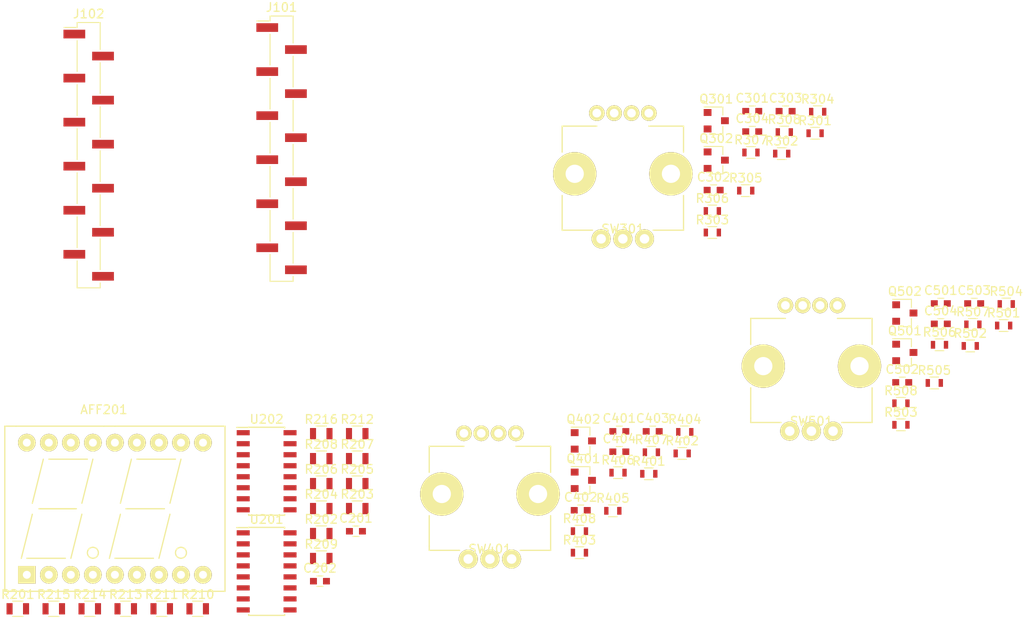
<source format=kicad_pcb>
(kicad_pcb (version 20171130) (host pcbnew "(5.1.4)-1")

  (general
    (thickness 1.6)
    (drawings 0)
    (tracks 0)
    (zones 0)
    (modules 68)
    (nets 71)
  )

  (page A4)
  (layers
    (0 F.Cu signal)
    (31 B.Cu signal)
    (32 B.Adhes user)
    (33 F.Adhes user)
    (34 B.Paste user)
    (35 F.Paste user)
    (36 B.SilkS user)
    (37 F.SilkS user)
    (38 B.Mask user)
    (39 F.Mask user)
    (40 Dwgs.User user)
    (41 Cmts.User user)
    (42 Eco1.User user)
    (43 Eco2.User user)
    (44 Edge.Cuts user)
    (45 Margin user)
    (46 B.CrtYd user)
    (47 F.CrtYd user)
    (48 B.Fab user)
    (49 F.Fab user)
  )

  (setup
    (last_trace_width 0.25)
    (trace_clearance 0.2)
    (zone_clearance 0.508)
    (zone_45_only no)
    (trace_min 0.2)
    (via_size 0.8)
    (via_drill 0.4)
    (via_min_size 0.4)
    (via_min_drill 0.3)
    (uvia_size 0.3)
    (uvia_drill 0.1)
    (uvias_allowed no)
    (uvia_min_size 0.2)
    (uvia_min_drill 0.1)
    (edge_width 0.05)
    (segment_width 0.2)
    (pcb_text_width 0.3)
    (pcb_text_size 1.5 1.5)
    (mod_edge_width 0.12)
    (mod_text_size 1 1)
    (mod_text_width 0.15)
    (pad_size 1.524 1.524)
    (pad_drill 0.762)
    (pad_to_mask_clearance 0.051)
    (solder_mask_min_width 0.25)
    (aux_axis_origin 0 0)
    (visible_elements 7FFFFFFF)
    (pcbplotparams
      (layerselection 0x010fc_ffffffff)
      (usegerberextensions false)
      (usegerberattributes false)
      (usegerberadvancedattributes false)
      (creategerberjobfile false)
      (excludeedgelayer true)
      (linewidth 0.100000)
      (plotframeref false)
      (viasonmask false)
      (mode 1)
      (useauxorigin false)
      (hpglpennumber 1)
      (hpglpenspeed 20)
      (hpglpendiameter 15.000000)
      (psnegative false)
      (psa4output false)
      (plotreference true)
      (plotvalue true)
      (plotinvisibletext false)
      (padsonsilk false)
      (subtractmaskfromsilk false)
      (outputformat 1)
      (mirror false)
      (drillshape 1)
      (scaleselection 1)
      (outputdirectory ""))
  )

  (net 0 "")
  (net 1 "Net-(AFF201-Pad9)")
  (net 2 "Net-(AFF201-Pad10)")
  (net 3 "Net-(AFF201-Pad1)")
  (net 4 "Net-(AFF201-Pad2)")
  (net 5 "Net-(AFF201-Pad3)")
  (net 6 "Net-(AFF201-Pad4)")
  (net 7 "Net-(AFF201-Pad15)")
  (net 8 "Net-(AFF201-Pad16)")
  (net 9 "Net-(AFF201-Pad17)")
  (net 10 "Net-(AFF201-Pad18)")
  (net 11 "Net-(AFF201-Pad5)")
  (net 12 "Net-(AFF201-Pad6)")
  (net 13 "Net-(AFF201-Pad7)")
  (net 14 "Net-(AFF201-Pad8)")
  (net 15 +5V)
  (net 16 "Net-(AFF201-Pad12)")
  (net 17 "Net-(AFF201-Pad11)")
  (net 18 GNDD)
  (net 19 /ENC1_BTN)
  (net 20 "Net-(C302-Pad2)")
  (net 21 /ENC1_IN_CCW)
  (net 22 /ENC1_IN_CW)
  (net 23 /ENC2_BTN)
  (net 24 "Net-(C402-Pad2)")
  (net 25 /ENC2_IN_CCW)
  (net 26 /ENC2_IN_CW)
  (net 27 /ENC3_BTN)
  (net 28 "Net-(C502-Pad2)")
  (net 29 /ENC3_IN_CCW)
  (net 30 /ENC3_IN_CW)
  (net 31 /SPI2_SCK)
  (net 32 /SPI2_MOSI)
  (net 33 /DISP_ENABLE)
  (net 34 /DISP_LATCH)
  (net 35 /ENC1_LED_RED)
  (net 36 /ENC1_LED_GREEN)
  (net 37 +3V3)
  (net 38 /ENC3_LED_GREEN)
  (net 39 /ENC3_LED_RED)
  (net 40 /ENC2_LED_GREEN)
  (net 41 /ENC2_LED_RED)
  (net 42 "Net-(Q301-Pad3)")
  (net 43 "Net-(Q302-Pad3)")
  (net 44 "Net-(Q401-Pad3)")
  (net 45 "Net-(Q402-Pad3)")
  (net 46 "Net-(Q501-Pad3)")
  (net 47 "Net-(Q502-Pad3)")
  (net 48 "Net-(R201-Pad2)")
  (net 49 "Net-(R202-Pad2)")
  (net 50 "Net-(R203-Pad2)")
  (net 51 "Net-(R204-Pad2)")
  (net 52 "Net-(R205-Pad2)")
  (net 53 "Net-(R206-Pad2)")
  (net 54 "Net-(R207-Pad2)")
  (net 55 "Net-(R208-Pad2)")
  (net 56 "Net-(R209-Pad1)")
  (net 57 "Net-(R210-Pad1)")
  (net 58 "Net-(R211-Pad1)")
  (net 59 "Net-(R212-Pad1)")
  (net 60 "Net-(R213-Pad1)")
  (net 61 "Net-(R214-Pad1)")
  (net 62 "Net-(R215-Pad1)")
  (net 63 "Net-(R216-Pad1)")
  (net 64 "Net-(R305-Pad1)")
  (net 65 "Net-(R306-Pad1)")
  (net 66 "Net-(R405-Pad1)")
  (net 67 "Net-(R406-Pad1)")
  (net 68 "Net-(R505-Pad1)")
  (net 69 "Net-(R506-Pad1)")
  (net 70 /interface/shift1_data_out_int)

  (net_class Default "Ceci est la Netclass par défaut."
    (clearance 0.2)
    (trace_width 0.25)
    (via_dia 0.8)
    (via_drill 0.4)
    (uvia_dia 0.3)
    (uvia_drill 0.1)
    (add_net +3V3)
    (add_net +5V)
    (add_net /DISP_ENABLE)
    (add_net /DISP_LATCH)
    (add_net /ENC1_BTN)
    (add_net /ENC1_IN_CCW)
    (add_net /ENC1_IN_CW)
    (add_net /ENC1_LED_GREEN)
    (add_net /ENC1_LED_RED)
    (add_net /ENC2_BTN)
    (add_net /ENC2_IN_CCW)
    (add_net /ENC2_IN_CW)
    (add_net /ENC2_LED_GREEN)
    (add_net /ENC2_LED_RED)
    (add_net /ENC3_BTN)
    (add_net /ENC3_IN_CCW)
    (add_net /ENC3_IN_CW)
    (add_net /ENC3_LED_GREEN)
    (add_net /ENC3_LED_RED)
    (add_net /SPI2_MOSI)
    (add_net /SPI2_SCK)
    (add_net /interface/shift1_data_out_int)
    (add_net GNDD)
    (add_net "Net-(AFF201-Pad1)")
    (add_net "Net-(AFF201-Pad10)")
    (add_net "Net-(AFF201-Pad11)")
    (add_net "Net-(AFF201-Pad12)")
    (add_net "Net-(AFF201-Pad15)")
    (add_net "Net-(AFF201-Pad16)")
    (add_net "Net-(AFF201-Pad17)")
    (add_net "Net-(AFF201-Pad18)")
    (add_net "Net-(AFF201-Pad2)")
    (add_net "Net-(AFF201-Pad3)")
    (add_net "Net-(AFF201-Pad4)")
    (add_net "Net-(AFF201-Pad5)")
    (add_net "Net-(AFF201-Pad6)")
    (add_net "Net-(AFF201-Pad7)")
    (add_net "Net-(AFF201-Pad8)")
    (add_net "Net-(AFF201-Pad9)")
    (add_net "Net-(C302-Pad2)")
    (add_net "Net-(C402-Pad2)")
    (add_net "Net-(C502-Pad2)")
    (add_net "Net-(Q301-Pad3)")
    (add_net "Net-(Q302-Pad3)")
    (add_net "Net-(Q401-Pad3)")
    (add_net "Net-(Q402-Pad3)")
    (add_net "Net-(Q501-Pad3)")
    (add_net "Net-(Q502-Pad3)")
    (add_net "Net-(R201-Pad2)")
    (add_net "Net-(R202-Pad2)")
    (add_net "Net-(R203-Pad2)")
    (add_net "Net-(R204-Pad2)")
    (add_net "Net-(R205-Pad2)")
    (add_net "Net-(R206-Pad2)")
    (add_net "Net-(R207-Pad2)")
    (add_net "Net-(R208-Pad2)")
    (add_net "Net-(R209-Pad1)")
    (add_net "Net-(R210-Pad1)")
    (add_net "Net-(R211-Pad1)")
    (add_net "Net-(R212-Pad1)")
    (add_net "Net-(R213-Pad1)")
    (add_net "Net-(R214-Pad1)")
    (add_net "Net-(R215-Pad1)")
    (add_net "Net-(R216-Pad1)")
    (add_net "Net-(R305-Pad1)")
    (add_net "Net-(R306-Pad1)")
    (add_net "Net-(R405-Pad1)")
    (add_net "Net-(R406-Pad1)")
    (add_net "Net-(R505-Pad1)")
    (add_net "Net-(R506-Pad1)")
  )

  (module flax_lib:AFF_2x7SEG-PT-DIGIT_10mm (layer F.Cu) (tedit 56F97077) (tstamp 5ED81437)
    (at 126.255001 112.530001)
    (descr "Afficheur 7 segments 10mm DIGIT")
    (tags AFFICHEUR)
    (path /5ED72B13/56FB40EB)
    (fp_text reference AFF201 (at 0 -11.43) (layer F.SilkS)
      (effects (font (size 1 1) (thickness 0.15)))
    )
    (fp_text value HDSP-521E (at 1 11) (layer F.Fab)
      (effects (font (size 1 1) (thickness 0.15)))
    )
    (fp_line (start -6.35 -5.715) (end -1.905 -5.715) (layer F.SilkS) (width 0.15))
    (fp_line (start -2.54 -0.635) (end -1.27 -5.715) (layer F.SilkS) (width 0.15))
    (fp_line (start -8.255 -0.635) (end -6.985 -5.715) (layer F.SilkS) (width 0.15))
    (fp_line (start -8.89 5.715) (end -4.445 5.715) (layer F.SilkS) (width 0.15))
    (fp_line (start -8.255 0.635) (end -9.525 5.715) (layer F.SilkS) (width 0.15))
    (fp_line (start -2.54 0.635) (end -3.81 5.715) (layer F.SilkS) (width 0.15))
    (fp_circle (center 8.89 5.08) (end 9.525 5.08) (layer F.SilkS) (width 0.15))
    (fp_line (start 3.81 -5.715) (end 8.255 -5.715) (layer F.SilkS) (width 0.15))
    (fp_line (start 1.27 5.715) (end 5.715 5.715) (layer F.SilkS) (width 0.15))
    (fp_line (start 7.62 0.635) (end 6.35 5.715) (layer F.SilkS) (width 0.15))
    (fp_line (start 0.635 5.715) (end 1.905 0.635) (layer F.SilkS) (width 0.15))
    (fp_line (start 7.62 -0.635) (end 8.89 -5.715) (layer F.SilkS) (width 0.15))
    (fp_line (start 1.905 -0.635) (end 3.175 -5.715) (layer F.SilkS) (width 0.15))
    (fp_line (start 2.54 0) (end 6.985 0) (layer F.SilkS) (width 0.15))
    (fp_line (start 1.27 -9.525) (end 13.97 -9.525) (layer F.SilkS) (width 0.15))
    (fp_line (start 13.97 -9.525) (end 13.97 9.525) (layer F.SilkS) (width 0.15))
    (fp_line (start 13.97 9.525) (end 1.27 9.525) (layer F.SilkS) (width 0.15))
    (fp_line (start -7.366 0) (end -3.302 0) (layer F.SilkS) (width 0.15))
    (fp_circle (center -1.27 5.08) (end -0.635 5.08) (layer F.SilkS) (width 0.15))
    (fp_line (start -10.16 -9.525) (end -11.43 -9.525) (layer F.SilkS) (width 0.15))
    (fp_line (start -11.43 -9.525) (end -11.43 9.525) (layer F.SilkS) (width 0.15))
    (fp_line (start -11.43 9.525) (end -10.16 9.525) (layer F.SilkS) (width 0.15))
    (fp_line (start 0 9.525) (end 1.27 9.525) (layer F.SilkS) (width 0.15))
    (fp_line (start 1.27 -9.525) (end 0 -9.525) (layer F.SilkS) (width 0.15))
    (fp_line (start -10.16 9.525) (end 0 9.525) (layer F.SilkS) (width 0.15))
    (fp_line (start 0 -9.525) (end -10.16 -9.525) (layer F.SilkS) (width 0.15))
    (fp_line (start -7.493 0) (end -3.175 0) (layer F.SilkS) (width 0.15))
    (pad 9 thru_hole circle (at 11.43 7.62) (size 2.032 2.032) (drill 0.9144) (layers *.Cu *.Mask F.SilkS)
      (net 1 "Net-(AFF201-Pad9)"))
    (pad 10 thru_hole circle (at 11.43 -7.62) (size 2.032 2.032) (drill 0.9144) (layers *.Cu *.Mask F.SilkS)
      (net 2 "Net-(AFF201-Pad10)"))
    (pad 1 thru_hole rect (at -8.89 7.62) (size 2.032 2.032) (drill 0.9144) (layers *.Cu *.Mask F.SilkS)
      (net 3 "Net-(AFF201-Pad1)"))
    (pad 2 thru_hole circle (at -6.35 7.62) (size 2.032 2.032) (drill 0.9144) (layers *.Cu *.Mask F.SilkS)
      (net 4 "Net-(AFF201-Pad2)"))
    (pad 3 thru_hole circle (at -3.81 7.62) (size 2.032 2.032) (drill 0.9144) (layers *.Cu *.Mask F.SilkS)
      (net 5 "Net-(AFF201-Pad3)"))
    (pad 4 thru_hole circle (at -1.27 7.62) (size 2.032 2.032) (drill 0.9144) (layers *.Cu *.Mask F.SilkS)
      (net 6 "Net-(AFF201-Pad4)"))
    (pad 15 thru_hole circle (at -1.27 -7.62) (size 2.032 2.032) (drill 0.9144) (layers *.Cu *.Mask F.SilkS)
      (net 7 "Net-(AFF201-Pad15)"))
    (pad 16 thru_hole circle (at -3.81 -7.62) (size 2.032 2.032) (drill 0.9144) (layers *.Cu *.Mask F.SilkS)
      (net 8 "Net-(AFF201-Pad16)"))
    (pad 17 thru_hole circle (at -6.35 -7.62) (size 2.032 2.032) (drill 0.9144) (layers *.Cu *.Mask F.SilkS)
      (net 9 "Net-(AFF201-Pad17)"))
    (pad 18 thru_hole circle (at -8.89 -7.62) (size 2.032 2.032) (drill 0.9144) (layers *.Cu *.Mask F.SilkS)
      (net 10 "Net-(AFF201-Pad18)"))
    (pad 5 thru_hole circle (at 1.27 7.62) (size 2.032 2.032) (drill 0.9144) (layers *.Cu *.Mask F.SilkS)
      (net 11 "Net-(AFF201-Pad5)"))
    (pad 6 thru_hole circle (at 3.81 7.62) (size 2.032 2.032) (drill 0.9144) (layers *.Cu *.Mask F.SilkS)
      (net 12 "Net-(AFF201-Pad6)"))
    (pad 7 thru_hole circle (at 6.35 7.62) (size 2.032 2.032) (drill 0.9144) (layers *.Cu *.Mask F.SilkS)
      (net 13 "Net-(AFF201-Pad7)"))
    (pad 8 thru_hole circle (at 8.89 7.62) (size 2.032 2.032) (drill 0.9144) (layers *.Cu *.Mask F.SilkS)
      (net 14 "Net-(AFF201-Pad8)"))
    (pad 14 thru_hole circle (at 1.27 -7.62) (size 2.032 2.032) (drill 0.9144) (layers *.Cu *.Mask F.SilkS)
      (net 15 +5V))
    (pad 13 thru_hole circle (at 3.81 -7.62) (size 2.032 2.032) (drill 0.9144) (layers *.Cu *.Mask F.SilkS)
      (net 15 +5V))
    (pad 12 thru_hole circle (at 6.35 -7.62) (size 2.032 2.032) (drill 0.9144) (layers *.Cu *.Mask F.SilkS)
      (net 16 "Net-(AFF201-Pad12)"))
    (pad 11 thru_hole circle (at 8.89 -7.62) (size 2.032 2.032) (drill 0.9144) (layers *.Cu *.Mask F.SilkS)
      (net 17 "Net-(AFF201-Pad11)"))
  )

  (module Capacitors_SMD:C_0603 (layer F.Cu) (tedit 59958EE7) (tstamp 5ED81448)
    (at 155.325001 115.125001)
    (descr "Capacitor SMD 0603, reflow soldering, AVX (see smccp.pdf)")
    (tags "capacitor 0603")
    (path /5ED72B13/57020DED)
    (attr smd)
    (fp_text reference C201 (at 0 -1.5) (layer F.SilkS)
      (effects (font (size 1 1) (thickness 0.15)))
    )
    (fp_text value 100n (at 0 1.5) (layer F.Fab)
      (effects (font (size 1 1) (thickness 0.15)))
    )
    (fp_line (start 1.4 0.65) (end -1.4 0.65) (layer F.CrtYd) (width 0.05))
    (fp_line (start 1.4 0.65) (end 1.4 -0.65) (layer F.CrtYd) (width 0.05))
    (fp_line (start -1.4 -0.65) (end -1.4 0.65) (layer F.CrtYd) (width 0.05))
    (fp_line (start -1.4 -0.65) (end 1.4 -0.65) (layer F.CrtYd) (width 0.05))
    (fp_line (start 0.35 0.6) (end -0.35 0.6) (layer F.SilkS) (width 0.12))
    (fp_line (start -0.35 -0.6) (end 0.35 -0.6) (layer F.SilkS) (width 0.12))
    (fp_line (start -0.8 -0.4) (end 0.8 -0.4) (layer F.Fab) (width 0.1))
    (fp_line (start 0.8 -0.4) (end 0.8 0.4) (layer F.Fab) (width 0.1))
    (fp_line (start 0.8 0.4) (end -0.8 0.4) (layer F.Fab) (width 0.1))
    (fp_line (start -0.8 0.4) (end -0.8 -0.4) (layer F.Fab) (width 0.1))
    (fp_text user %R (at 0 0) (layer F.Fab)
      (effects (font (size 0.3 0.3) (thickness 0.075)))
    )
    (pad 2 smd rect (at 0.75 0) (size 0.8 0.75) (layers F.Cu F.Paste F.Mask)
      (net 15 +5V))
    (pad 1 smd rect (at -0.75 0) (size 0.8 0.75) (layers F.Cu F.Paste F.Mask)
      (net 18 GNDD))
    (model Capacitors_SMD.3dshapes/C_0603.wrl
      (at (xyz 0 0 0))
      (scale (xyz 1 1 1))
      (rotate (xyz 0 0 0))
    )
  )

  (module Capacitors_SMD:C_0603 (layer F.Cu) (tedit 59958EE7) (tstamp 5ED81459)
    (at 151.175001 120.885001)
    (descr "Capacitor SMD 0603, reflow soldering, AVX (see smccp.pdf)")
    (tags "capacitor 0603")
    (path /5ED72B13/570202ED)
    (attr smd)
    (fp_text reference C202 (at 0 -1.5) (layer F.SilkS)
      (effects (font (size 1 1) (thickness 0.15)))
    )
    (fp_text value 100n (at 0 1.5) (layer F.Fab)
      (effects (font (size 1 1) (thickness 0.15)))
    )
    (fp_text user %R (at 0 0) (layer F.Fab)
      (effects (font (size 0.3 0.3) (thickness 0.075)))
    )
    (fp_line (start -0.8 0.4) (end -0.8 -0.4) (layer F.Fab) (width 0.1))
    (fp_line (start 0.8 0.4) (end -0.8 0.4) (layer F.Fab) (width 0.1))
    (fp_line (start 0.8 -0.4) (end 0.8 0.4) (layer F.Fab) (width 0.1))
    (fp_line (start -0.8 -0.4) (end 0.8 -0.4) (layer F.Fab) (width 0.1))
    (fp_line (start -0.35 -0.6) (end 0.35 -0.6) (layer F.SilkS) (width 0.12))
    (fp_line (start 0.35 0.6) (end -0.35 0.6) (layer F.SilkS) (width 0.12))
    (fp_line (start -1.4 -0.65) (end 1.4 -0.65) (layer F.CrtYd) (width 0.05))
    (fp_line (start -1.4 -0.65) (end -1.4 0.65) (layer F.CrtYd) (width 0.05))
    (fp_line (start 1.4 0.65) (end 1.4 -0.65) (layer F.CrtYd) (width 0.05))
    (fp_line (start 1.4 0.65) (end -1.4 0.65) (layer F.CrtYd) (width 0.05))
    (pad 1 smd rect (at -0.75 0) (size 0.8 0.75) (layers F.Cu F.Paste F.Mask)
      (net 18 GNDD))
    (pad 2 smd rect (at 0.75 0) (size 0.8 0.75) (layers F.Cu F.Paste F.Mask)
      (net 15 +5V))
    (model Capacitors_SMD.3dshapes/C_0603.wrl
      (at (xyz 0 0 0))
      (scale (xyz 1 1 1))
      (rotate (xyz 0 0 0))
    )
  )

  (module Capacitors_SMD:C_0603 (layer F.Cu) (tedit 59958EE7) (tstamp 5ED8146A)
    (at 201.035001 66.675001)
    (descr "Capacitor SMD 0603, reflow soldering, AVX (see smccp.pdf)")
    (tags "capacitor 0603")
    (path /5ED72B13/5E243285/5E256BF7)
    (attr smd)
    (fp_text reference C301 (at 0 -1.5) (layer F.SilkS)
      (effects (font (size 1 1) (thickness 0.15)))
    )
    (fp_text value 100n (at 0 1.5) (layer F.Fab)
      (effects (font (size 1 1) (thickness 0.15)))
    )
    (fp_text user %R (at 0 0) (layer F.Fab)
      (effects (font (size 0.3 0.3) (thickness 0.075)))
    )
    (fp_line (start -0.8 0.4) (end -0.8 -0.4) (layer F.Fab) (width 0.1))
    (fp_line (start 0.8 0.4) (end -0.8 0.4) (layer F.Fab) (width 0.1))
    (fp_line (start 0.8 -0.4) (end 0.8 0.4) (layer F.Fab) (width 0.1))
    (fp_line (start -0.8 -0.4) (end 0.8 -0.4) (layer F.Fab) (width 0.1))
    (fp_line (start -0.35 -0.6) (end 0.35 -0.6) (layer F.SilkS) (width 0.12))
    (fp_line (start 0.35 0.6) (end -0.35 0.6) (layer F.SilkS) (width 0.12))
    (fp_line (start -1.4 -0.65) (end 1.4 -0.65) (layer F.CrtYd) (width 0.05))
    (fp_line (start -1.4 -0.65) (end -1.4 0.65) (layer F.CrtYd) (width 0.05))
    (fp_line (start 1.4 0.65) (end 1.4 -0.65) (layer F.CrtYd) (width 0.05))
    (fp_line (start 1.4 0.65) (end -1.4 0.65) (layer F.CrtYd) (width 0.05))
    (pad 1 smd rect (at -0.75 0) (size 0.8 0.75) (layers F.Cu F.Paste F.Mask)
      (net 18 GNDD))
    (pad 2 smd rect (at 0.75 0) (size 0.8 0.75) (layers F.Cu F.Paste F.Mask)
      (net 19 /ENC1_BTN))
    (model Capacitors_SMD.3dshapes/C_0603.wrl
      (at (xyz 0 0 0))
      (scale (xyz 1 1 1))
      (rotate (xyz 0 0 0))
    )
  )

  (module Capacitors_SMD:C_0603 (layer F.Cu) (tedit 59958EE7) (tstamp 5ED8147B)
    (at 196.585001 75.775001)
    (descr "Capacitor SMD 0603, reflow soldering, AVX (see smccp.pdf)")
    (tags "capacitor 0603")
    (path /5ED72B13/5E243285/5E256BA3)
    (attr smd)
    (fp_text reference C302 (at 0 -1.5) (layer F.SilkS)
      (effects (font (size 1 1) (thickness 0.15)))
    )
    (fp_text value 100n (at 0 1.5) (layer F.Fab)
      (effects (font (size 1 1) (thickness 0.15)))
    )
    (fp_line (start 1.4 0.65) (end -1.4 0.65) (layer F.CrtYd) (width 0.05))
    (fp_line (start 1.4 0.65) (end 1.4 -0.65) (layer F.CrtYd) (width 0.05))
    (fp_line (start -1.4 -0.65) (end -1.4 0.65) (layer F.CrtYd) (width 0.05))
    (fp_line (start -1.4 -0.65) (end 1.4 -0.65) (layer F.CrtYd) (width 0.05))
    (fp_line (start 0.35 0.6) (end -0.35 0.6) (layer F.SilkS) (width 0.12))
    (fp_line (start -0.35 -0.6) (end 0.35 -0.6) (layer F.SilkS) (width 0.12))
    (fp_line (start -0.8 -0.4) (end 0.8 -0.4) (layer F.Fab) (width 0.1))
    (fp_line (start 0.8 -0.4) (end 0.8 0.4) (layer F.Fab) (width 0.1))
    (fp_line (start 0.8 0.4) (end -0.8 0.4) (layer F.Fab) (width 0.1))
    (fp_line (start -0.8 0.4) (end -0.8 -0.4) (layer F.Fab) (width 0.1))
    (fp_text user %R (at 0 0) (layer F.Fab)
      (effects (font (size 0.3 0.3) (thickness 0.075)))
    )
    (pad 2 smd rect (at 0.75 0) (size 0.8 0.75) (layers F.Cu F.Paste F.Mask)
      (net 20 "Net-(C302-Pad2)"))
    (pad 1 smd rect (at -0.75 0) (size 0.8 0.75) (layers F.Cu F.Paste F.Mask)
      (net 18 GNDD))
    (model Capacitors_SMD.3dshapes/C_0603.wrl
      (at (xyz 0 0 0))
      (scale (xyz 1 1 1))
      (rotate (xyz 0 0 0))
    )
  )

  (module Capacitors_SMD:C_0603 (layer F.Cu) (tedit 59958EE7) (tstamp 5ED8148C)
    (at 204.885001 66.675001)
    (descr "Capacitor SMD 0603, reflow soldering, AVX (see smccp.pdf)")
    (tags "capacitor 0603")
    (path /5ED72B13/5E243285/5E256BBB)
    (attr smd)
    (fp_text reference C303 (at 0 -1.5) (layer F.SilkS)
      (effects (font (size 1 1) (thickness 0.15)))
    )
    (fp_text value 100n (at 0 1.5) (layer F.Fab)
      (effects (font (size 1 1) (thickness 0.15)))
    )
    (fp_text user %R (at 0 0) (layer F.Fab)
      (effects (font (size 0.3 0.3) (thickness 0.075)))
    )
    (fp_line (start -0.8 0.4) (end -0.8 -0.4) (layer F.Fab) (width 0.1))
    (fp_line (start 0.8 0.4) (end -0.8 0.4) (layer F.Fab) (width 0.1))
    (fp_line (start 0.8 -0.4) (end 0.8 0.4) (layer F.Fab) (width 0.1))
    (fp_line (start -0.8 -0.4) (end 0.8 -0.4) (layer F.Fab) (width 0.1))
    (fp_line (start -0.35 -0.6) (end 0.35 -0.6) (layer F.SilkS) (width 0.12))
    (fp_line (start 0.35 0.6) (end -0.35 0.6) (layer F.SilkS) (width 0.12))
    (fp_line (start -1.4 -0.65) (end 1.4 -0.65) (layer F.CrtYd) (width 0.05))
    (fp_line (start -1.4 -0.65) (end -1.4 0.65) (layer F.CrtYd) (width 0.05))
    (fp_line (start 1.4 0.65) (end 1.4 -0.65) (layer F.CrtYd) (width 0.05))
    (fp_line (start 1.4 0.65) (end -1.4 0.65) (layer F.CrtYd) (width 0.05))
    (pad 1 smd rect (at -0.75 0) (size 0.8 0.75) (layers F.Cu F.Paste F.Mask)
      (net 18 GNDD))
    (pad 2 smd rect (at 0.75 0) (size 0.8 0.75) (layers F.Cu F.Paste F.Mask)
      (net 21 /ENC1_IN_CCW))
    (model Capacitors_SMD.3dshapes/C_0603.wrl
      (at (xyz 0 0 0))
      (scale (xyz 1 1 1))
      (rotate (xyz 0 0 0))
    )
  )

  (module Capacitors_SMD:C_0603 (layer F.Cu) (tedit 59958EE7) (tstamp 5ED8149D)
    (at 201.035001 69.025001)
    (descr "Capacitor SMD 0603, reflow soldering, AVX (see smccp.pdf)")
    (tags "capacitor 0603")
    (path /5ED72B13/5E243285/5E256BC1)
    (attr smd)
    (fp_text reference C304 (at 0 -1.5) (layer F.SilkS)
      (effects (font (size 1 1) (thickness 0.15)))
    )
    (fp_text value 100n (at 0 1.5) (layer F.Fab)
      (effects (font (size 1 1) (thickness 0.15)))
    )
    (fp_line (start 1.4 0.65) (end -1.4 0.65) (layer F.CrtYd) (width 0.05))
    (fp_line (start 1.4 0.65) (end 1.4 -0.65) (layer F.CrtYd) (width 0.05))
    (fp_line (start -1.4 -0.65) (end -1.4 0.65) (layer F.CrtYd) (width 0.05))
    (fp_line (start -1.4 -0.65) (end 1.4 -0.65) (layer F.CrtYd) (width 0.05))
    (fp_line (start 0.35 0.6) (end -0.35 0.6) (layer F.SilkS) (width 0.12))
    (fp_line (start -0.35 -0.6) (end 0.35 -0.6) (layer F.SilkS) (width 0.12))
    (fp_line (start -0.8 -0.4) (end 0.8 -0.4) (layer F.Fab) (width 0.1))
    (fp_line (start 0.8 -0.4) (end 0.8 0.4) (layer F.Fab) (width 0.1))
    (fp_line (start 0.8 0.4) (end -0.8 0.4) (layer F.Fab) (width 0.1))
    (fp_line (start -0.8 0.4) (end -0.8 -0.4) (layer F.Fab) (width 0.1))
    (fp_text user %R (at 0 0) (layer F.Fab)
      (effects (font (size 0.3 0.3) (thickness 0.075)))
    )
    (pad 2 smd rect (at 0.75 0) (size 0.8 0.75) (layers F.Cu F.Paste F.Mask)
      (net 22 /ENC1_IN_CW))
    (pad 1 smd rect (at -0.75 0) (size 0.8 0.75) (layers F.Cu F.Paste F.Mask)
      (net 18 GNDD))
    (model Capacitors_SMD.3dshapes/C_0603.wrl
      (at (xyz 0 0 0))
      (scale (xyz 1 1 1))
      (rotate (xyz 0 0 0))
    )
  )

  (module Capacitors_SMD:C_0603 (layer F.Cu) (tedit 59958EE7) (tstamp 5ED814AE)
    (at 185.705001 103.605001)
    (descr "Capacitor SMD 0603, reflow soldering, AVX (see smccp.pdf)")
    (tags "capacitor 0603")
    (path /5ED72B13/5E2DCD79/5E256BF7)
    (attr smd)
    (fp_text reference C401 (at 0 -1.5) (layer F.SilkS)
      (effects (font (size 1 1) (thickness 0.15)))
    )
    (fp_text value 100n (at 0 1.5) (layer F.Fab)
      (effects (font (size 1 1) (thickness 0.15)))
    )
    (fp_line (start 1.4 0.65) (end -1.4 0.65) (layer F.CrtYd) (width 0.05))
    (fp_line (start 1.4 0.65) (end 1.4 -0.65) (layer F.CrtYd) (width 0.05))
    (fp_line (start -1.4 -0.65) (end -1.4 0.65) (layer F.CrtYd) (width 0.05))
    (fp_line (start -1.4 -0.65) (end 1.4 -0.65) (layer F.CrtYd) (width 0.05))
    (fp_line (start 0.35 0.6) (end -0.35 0.6) (layer F.SilkS) (width 0.12))
    (fp_line (start -0.35 -0.6) (end 0.35 -0.6) (layer F.SilkS) (width 0.12))
    (fp_line (start -0.8 -0.4) (end 0.8 -0.4) (layer F.Fab) (width 0.1))
    (fp_line (start 0.8 -0.4) (end 0.8 0.4) (layer F.Fab) (width 0.1))
    (fp_line (start 0.8 0.4) (end -0.8 0.4) (layer F.Fab) (width 0.1))
    (fp_line (start -0.8 0.4) (end -0.8 -0.4) (layer F.Fab) (width 0.1))
    (fp_text user %R (at 0 0) (layer F.Fab)
      (effects (font (size 0.3 0.3) (thickness 0.075)))
    )
    (pad 2 smd rect (at 0.75 0) (size 0.8 0.75) (layers F.Cu F.Paste F.Mask)
      (net 23 /ENC2_BTN))
    (pad 1 smd rect (at -0.75 0) (size 0.8 0.75) (layers F.Cu F.Paste F.Mask)
      (net 18 GNDD))
    (model Capacitors_SMD.3dshapes/C_0603.wrl
      (at (xyz 0 0 0))
      (scale (xyz 1 1 1))
      (rotate (xyz 0 0 0))
    )
  )

  (module Capacitors_SMD:C_0603 (layer F.Cu) (tedit 59958EE7) (tstamp 5ED814BF)
    (at 181.255001 112.705001)
    (descr "Capacitor SMD 0603, reflow soldering, AVX (see smccp.pdf)")
    (tags "capacitor 0603")
    (path /5ED72B13/5E2DCD79/5E256BA3)
    (attr smd)
    (fp_text reference C402 (at 0 -1.5) (layer F.SilkS)
      (effects (font (size 1 1) (thickness 0.15)))
    )
    (fp_text value 100n (at 0 1.5) (layer F.Fab)
      (effects (font (size 1 1) (thickness 0.15)))
    )
    (fp_line (start 1.4 0.65) (end -1.4 0.65) (layer F.CrtYd) (width 0.05))
    (fp_line (start 1.4 0.65) (end 1.4 -0.65) (layer F.CrtYd) (width 0.05))
    (fp_line (start -1.4 -0.65) (end -1.4 0.65) (layer F.CrtYd) (width 0.05))
    (fp_line (start -1.4 -0.65) (end 1.4 -0.65) (layer F.CrtYd) (width 0.05))
    (fp_line (start 0.35 0.6) (end -0.35 0.6) (layer F.SilkS) (width 0.12))
    (fp_line (start -0.35 -0.6) (end 0.35 -0.6) (layer F.SilkS) (width 0.12))
    (fp_line (start -0.8 -0.4) (end 0.8 -0.4) (layer F.Fab) (width 0.1))
    (fp_line (start 0.8 -0.4) (end 0.8 0.4) (layer F.Fab) (width 0.1))
    (fp_line (start 0.8 0.4) (end -0.8 0.4) (layer F.Fab) (width 0.1))
    (fp_line (start -0.8 0.4) (end -0.8 -0.4) (layer F.Fab) (width 0.1))
    (fp_text user %R (at 0 0) (layer F.Fab)
      (effects (font (size 0.3 0.3) (thickness 0.075)))
    )
    (pad 2 smd rect (at 0.75 0) (size 0.8 0.75) (layers F.Cu F.Paste F.Mask)
      (net 24 "Net-(C402-Pad2)"))
    (pad 1 smd rect (at -0.75 0) (size 0.8 0.75) (layers F.Cu F.Paste F.Mask)
      (net 18 GNDD))
    (model Capacitors_SMD.3dshapes/C_0603.wrl
      (at (xyz 0 0 0))
      (scale (xyz 1 1 1))
      (rotate (xyz 0 0 0))
    )
  )

  (module Capacitors_SMD:C_0603 (layer F.Cu) (tedit 59958EE7) (tstamp 5ED814D0)
    (at 189.555001 103.605001)
    (descr "Capacitor SMD 0603, reflow soldering, AVX (see smccp.pdf)")
    (tags "capacitor 0603")
    (path /5ED72B13/5E2DCD79/5E256BBB)
    (attr smd)
    (fp_text reference C403 (at 0 -1.5) (layer F.SilkS)
      (effects (font (size 1 1) (thickness 0.15)))
    )
    (fp_text value 100n (at 0 1.5) (layer F.Fab)
      (effects (font (size 1 1) (thickness 0.15)))
    )
    (fp_text user %R (at 0 0) (layer F.Fab)
      (effects (font (size 0.3 0.3) (thickness 0.075)))
    )
    (fp_line (start -0.8 0.4) (end -0.8 -0.4) (layer F.Fab) (width 0.1))
    (fp_line (start 0.8 0.4) (end -0.8 0.4) (layer F.Fab) (width 0.1))
    (fp_line (start 0.8 -0.4) (end 0.8 0.4) (layer F.Fab) (width 0.1))
    (fp_line (start -0.8 -0.4) (end 0.8 -0.4) (layer F.Fab) (width 0.1))
    (fp_line (start -0.35 -0.6) (end 0.35 -0.6) (layer F.SilkS) (width 0.12))
    (fp_line (start 0.35 0.6) (end -0.35 0.6) (layer F.SilkS) (width 0.12))
    (fp_line (start -1.4 -0.65) (end 1.4 -0.65) (layer F.CrtYd) (width 0.05))
    (fp_line (start -1.4 -0.65) (end -1.4 0.65) (layer F.CrtYd) (width 0.05))
    (fp_line (start 1.4 0.65) (end 1.4 -0.65) (layer F.CrtYd) (width 0.05))
    (fp_line (start 1.4 0.65) (end -1.4 0.65) (layer F.CrtYd) (width 0.05))
    (pad 1 smd rect (at -0.75 0) (size 0.8 0.75) (layers F.Cu F.Paste F.Mask)
      (net 18 GNDD))
    (pad 2 smd rect (at 0.75 0) (size 0.8 0.75) (layers F.Cu F.Paste F.Mask)
      (net 25 /ENC2_IN_CCW))
    (model Capacitors_SMD.3dshapes/C_0603.wrl
      (at (xyz 0 0 0))
      (scale (xyz 1 1 1))
      (rotate (xyz 0 0 0))
    )
  )

  (module Capacitors_SMD:C_0603 (layer F.Cu) (tedit 59958EE7) (tstamp 5ED814E1)
    (at 185.705001 105.955001)
    (descr "Capacitor SMD 0603, reflow soldering, AVX (see smccp.pdf)")
    (tags "capacitor 0603")
    (path /5ED72B13/5E2DCD79/5E256BC1)
    (attr smd)
    (fp_text reference C404 (at 0 -1.5) (layer F.SilkS)
      (effects (font (size 1 1) (thickness 0.15)))
    )
    (fp_text value 100n (at 0 1.5) (layer F.Fab)
      (effects (font (size 1 1) (thickness 0.15)))
    )
    (fp_text user %R (at 0 0) (layer F.Fab)
      (effects (font (size 0.3 0.3) (thickness 0.075)))
    )
    (fp_line (start -0.8 0.4) (end -0.8 -0.4) (layer F.Fab) (width 0.1))
    (fp_line (start 0.8 0.4) (end -0.8 0.4) (layer F.Fab) (width 0.1))
    (fp_line (start 0.8 -0.4) (end 0.8 0.4) (layer F.Fab) (width 0.1))
    (fp_line (start -0.8 -0.4) (end 0.8 -0.4) (layer F.Fab) (width 0.1))
    (fp_line (start -0.35 -0.6) (end 0.35 -0.6) (layer F.SilkS) (width 0.12))
    (fp_line (start 0.35 0.6) (end -0.35 0.6) (layer F.SilkS) (width 0.12))
    (fp_line (start -1.4 -0.65) (end 1.4 -0.65) (layer F.CrtYd) (width 0.05))
    (fp_line (start -1.4 -0.65) (end -1.4 0.65) (layer F.CrtYd) (width 0.05))
    (fp_line (start 1.4 0.65) (end 1.4 -0.65) (layer F.CrtYd) (width 0.05))
    (fp_line (start 1.4 0.65) (end -1.4 0.65) (layer F.CrtYd) (width 0.05))
    (pad 1 smd rect (at -0.75 0) (size 0.8 0.75) (layers F.Cu F.Paste F.Mask)
      (net 18 GNDD))
    (pad 2 smd rect (at 0.75 0) (size 0.8 0.75) (layers F.Cu F.Paste F.Mask)
      (net 26 /ENC2_IN_CW))
    (model Capacitors_SMD.3dshapes/C_0603.wrl
      (at (xyz 0 0 0))
      (scale (xyz 1 1 1))
      (rotate (xyz 0 0 0))
    )
  )

  (module Capacitors_SMD:C_0603 (layer F.Cu) (tedit 59958EE7) (tstamp 5ED814F2)
    (at 222.785001 88.855001)
    (descr "Capacitor SMD 0603, reflow soldering, AVX (see smccp.pdf)")
    (tags "capacitor 0603")
    (path /5ED72B13/5E2E8544/5E256BF7)
    (attr smd)
    (fp_text reference C501 (at 0 -1.5) (layer F.SilkS)
      (effects (font (size 1 1) (thickness 0.15)))
    )
    (fp_text value 100n (at 0 1.5) (layer F.Fab)
      (effects (font (size 1 1) (thickness 0.15)))
    )
    (fp_line (start 1.4 0.65) (end -1.4 0.65) (layer F.CrtYd) (width 0.05))
    (fp_line (start 1.4 0.65) (end 1.4 -0.65) (layer F.CrtYd) (width 0.05))
    (fp_line (start -1.4 -0.65) (end -1.4 0.65) (layer F.CrtYd) (width 0.05))
    (fp_line (start -1.4 -0.65) (end 1.4 -0.65) (layer F.CrtYd) (width 0.05))
    (fp_line (start 0.35 0.6) (end -0.35 0.6) (layer F.SilkS) (width 0.12))
    (fp_line (start -0.35 -0.6) (end 0.35 -0.6) (layer F.SilkS) (width 0.12))
    (fp_line (start -0.8 -0.4) (end 0.8 -0.4) (layer F.Fab) (width 0.1))
    (fp_line (start 0.8 -0.4) (end 0.8 0.4) (layer F.Fab) (width 0.1))
    (fp_line (start 0.8 0.4) (end -0.8 0.4) (layer F.Fab) (width 0.1))
    (fp_line (start -0.8 0.4) (end -0.8 -0.4) (layer F.Fab) (width 0.1))
    (fp_text user %R (at 0 0) (layer F.Fab)
      (effects (font (size 0.3 0.3) (thickness 0.075)))
    )
    (pad 2 smd rect (at 0.75 0) (size 0.8 0.75) (layers F.Cu F.Paste F.Mask)
      (net 27 /ENC3_BTN))
    (pad 1 smd rect (at -0.75 0) (size 0.8 0.75) (layers F.Cu F.Paste F.Mask)
      (net 18 GNDD))
    (model Capacitors_SMD.3dshapes/C_0603.wrl
      (at (xyz 0 0 0))
      (scale (xyz 1 1 1))
      (rotate (xyz 0 0 0))
    )
  )

  (module Capacitors_SMD:C_0603 (layer F.Cu) (tedit 59958EE7) (tstamp 5ED81503)
    (at 218.335001 97.955001)
    (descr "Capacitor SMD 0603, reflow soldering, AVX (see smccp.pdf)")
    (tags "capacitor 0603")
    (path /5ED72B13/5E2E8544/5E256BA3)
    (attr smd)
    (fp_text reference C502 (at 0 -1.5) (layer F.SilkS)
      (effects (font (size 1 1) (thickness 0.15)))
    )
    (fp_text value 100n (at 0 1.5) (layer F.Fab)
      (effects (font (size 1 1) (thickness 0.15)))
    )
    (fp_text user %R (at 0 0) (layer F.Fab)
      (effects (font (size 0.3 0.3) (thickness 0.075)))
    )
    (fp_line (start -0.8 0.4) (end -0.8 -0.4) (layer F.Fab) (width 0.1))
    (fp_line (start 0.8 0.4) (end -0.8 0.4) (layer F.Fab) (width 0.1))
    (fp_line (start 0.8 -0.4) (end 0.8 0.4) (layer F.Fab) (width 0.1))
    (fp_line (start -0.8 -0.4) (end 0.8 -0.4) (layer F.Fab) (width 0.1))
    (fp_line (start -0.35 -0.6) (end 0.35 -0.6) (layer F.SilkS) (width 0.12))
    (fp_line (start 0.35 0.6) (end -0.35 0.6) (layer F.SilkS) (width 0.12))
    (fp_line (start -1.4 -0.65) (end 1.4 -0.65) (layer F.CrtYd) (width 0.05))
    (fp_line (start -1.4 -0.65) (end -1.4 0.65) (layer F.CrtYd) (width 0.05))
    (fp_line (start 1.4 0.65) (end 1.4 -0.65) (layer F.CrtYd) (width 0.05))
    (fp_line (start 1.4 0.65) (end -1.4 0.65) (layer F.CrtYd) (width 0.05))
    (pad 1 smd rect (at -0.75 0) (size 0.8 0.75) (layers F.Cu F.Paste F.Mask)
      (net 18 GNDD))
    (pad 2 smd rect (at 0.75 0) (size 0.8 0.75) (layers F.Cu F.Paste F.Mask)
      (net 28 "Net-(C502-Pad2)"))
    (model Capacitors_SMD.3dshapes/C_0603.wrl
      (at (xyz 0 0 0))
      (scale (xyz 1 1 1))
      (rotate (xyz 0 0 0))
    )
  )

  (module Capacitors_SMD:C_0603 (layer F.Cu) (tedit 59958EE7) (tstamp 5ED81514)
    (at 226.635001 88.855001)
    (descr "Capacitor SMD 0603, reflow soldering, AVX (see smccp.pdf)")
    (tags "capacitor 0603")
    (path /5ED72B13/5E2E8544/5E256BBB)
    (attr smd)
    (fp_text reference C503 (at 0 -1.5) (layer F.SilkS)
      (effects (font (size 1 1) (thickness 0.15)))
    )
    (fp_text value 100n (at 0 1.5) (layer F.Fab)
      (effects (font (size 1 1) (thickness 0.15)))
    )
    (fp_line (start 1.4 0.65) (end -1.4 0.65) (layer F.CrtYd) (width 0.05))
    (fp_line (start 1.4 0.65) (end 1.4 -0.65) (layer F.CrtYd) (width 0.05))
    (fp_line (start -1.4 -0.65) (end -1.4 0.65) (layer F.CrtYd) (width 0.05))
    (fp_line (start -1.4 -0.65) (end 1.4 -0.65) (layer F.CrtYd) (width 0.05))
    (fp_line (start 0.35 0.6) (end -0.35 0.6) (layer F.SilkS) (width 0.12))
    (fp_line (start -0.35 -0.6) (end 0.35 -0.6) (layer F.SilkS) (width 0.12))
    (fp_line (start -0.8 -0.4) (end 0.8 -0.4) (layer F.Fab) (width 0.1))
    (fp_line (start 0.8 -0.4) (end 0.8 0.4) (layer F.Fab) (width 0.1))
    (fp_line (start 0.8 0.4) (end -0.8 0.4) (layer F.Fab) (width 0.1))
    (fp_line (start -0.8 0.4) (end -0.8 -0.4) (layer F.Fab) (width 0.1))
    (fp_text user %R (at 0 0) (layer F.Fab)
      (effects (font (size 0.3 0.3) (thickness 0.075)))
    )
    (pad 2 smd rect (at 0.75 0) (size 0.8 0.75) (layers F.Cu F.Paste F.Mask)
      (net 29 /ENC3_IN_CCW))
    (pad 1 smd rect (at -0.75 0) (size 0.8 0.75) (layers F.Cu F.Paste F.Mask)
      (net 18 GNDD))
    (model Capacitors_SMD.3dshapes/C_0603.wrl
      (at (xyz 0 0 0))
      (scale (xyz 1 1 1))
      (rotate (xyz 0 0 0))
    )
  )

  (module Capacitors_SMD:C_0603 (layer F.Cu) (tedit 59958EE7) (tstamp 5ED81525)
    (at 222.785001 91.205001)
    (descr "Capacitor SMD 0603, reflow soldering, AVX (see smccp.pdf)")
    (tags "capacitor 0603")
    (path /5ED72B13/5E2E8544/5E256BC1)
    (attr smd)
    (fp_text reference C504 (at 0 -1.5) (layer F.SilkS)
      (effects (font (size 1 1) (thickness 0.15)))
    )
    (fp_text value 100n (at 0 1.5) (layer F.Fab)
      (effects (font (size 1 1) (thickness 0.15)))
    )
    (fp_text user %R (at 0 0) (layer F.Fab)
      (effects (font (size 0.3 0.3) (thickness 0.075)))
    )
    (fp_line (start -0.8 0.4) (end -0.8 -0.4) (layer F.Fab) (width 0.1))
    (fp_line (start 0.8 0.4) (end -0.8 0.4) (layer F.Fab) (width 0.1))
    (fp_line (start 0.8 -0.4) (end 0.8 0.4) (layer F.Fab) (width 0.1))
    (fp_line (start -0.8 -0.4) (end 0.8 -0.4) (layer F.Fab) (width 0.1))
    (fp_line (start -0.35 -0.6) (end 0.35 -0.6) (layer F.SilkS) (width 0.12))
    (fp_line (start 0.35 0.6) (end -0.35 0.6) (layer F.SilkS) (width 0.12))
    (fp_line (start -1.4 -0.65) (end 1.4 -0.65) (layer F.CrtYd) (width 0.05))
    (fp_line (start -1.4 -0.65) (end -1.4 0.65) (layer F.CrtYd) (width 0.05))
    (fp_line (start 1.4 0.65) (end 1.4 -0.65) (layer F.CrtYd) (width 0.05))
    (fp_line (start 1.4 0.65) (end -1.4 0.65) (layer F.CrtYd) (width 0.05))
    (pad 1 smd rect (at -0.75 0) (size 0.8 0.75) (layers F.Cu F.Paste F.Mask)
      (net 18 GNDD))
    (pad 2 smd rect (at 0.75 0) (size 0.8 0.75) (layers F.Cu F.Paste F.Mask)
      (net 30 /ENC3_IN_CW))
    (model Capacitors_SMD.3dshapes/C_0603.wrl
      (at (xyz 0 0 0))
      (scale (xyz 1 1 1))
      (rotate (xyz 0 0 0))
    )
  )

  (module TO_SOT_Packages_SMD:SOT-23 (layer F.Cu) (tedit 58CE4E7E) (tstamp 5ED8157A)
    (at 196.885001 67.775001)
    (descr "SOT-23, Standard")
    (tags SOT-23)
    (path /5ED72B13/5E243285/5E256B6D)
    (attr smd)
    (fp_text reference Q301 (at 0 -2.5) (layer F.SilkS)
      (effects (font (size 1 1) (thickness 0.15)))
    )
    (fp_text value DTA123Y (at 0 2.5) (layer F.Fab)
      (effects (font (size 1 1) (thickness 0.15)))
    )
    (fp_text user %R (at 0 0 90) (layer F.Fab)
      (effects (font (size 0.5 0.5) (thickness 0.075)))
    )
    (fp_line (start -0.7 -0.95) (end -0.7 1.5) (layer F.Fab) (width 0.1))
    (fp_line (start -0.15 -1.52) (end 0.7 -1.52) (layer F.Fab) (width 0.1))
    (fp_line (start -0.7 -0.95) (end -0.15 -1.52) (layer F.Fab) (width 0.1))
    (fp_line (start 0.7 -1.52) (end 0.7 1.52) (layer F.Fab) (width 0.1))
    (fp_line (start -0.7 1.52) (end 0.7 1.52) (layer F.Fab) (width 0.1))
    (fp_line (start 0.76 1.58) (end 0.76 0.65) (layer F.SilkS) (width 0.12))
    (fp_line (start 0.76 -1.58) (end 0.76 -0.65) (layer F.SilkS) (width 0.12))
    (fp_line (start -1.7 -1.75) (end 1.7 -1.75) (layer F.CrtYd) (width 0.05))
    (fp_line (start 1.7 -1.75) (end 1.7 1.75) (layer F.CrtYd) (width 0.05))
    (fp_line (start 1.7 1.75) (end -1.7 1.75) (layer F.CrtYd) (width 0.05))
    (fp_line (start -1.7 1.75) (end -1.7 -1.75) (layer F.CrtYd) (width 0.05))
    (fp_line (start 0.76 -1.58) (end -1.4 -1.58) (layer F.SilkS) (width 0.12))
    (fp_line (start 0.76 1.58) (end -0.7 1.58) (layer F.SilkS) (width 0.12))
    (pad 1 smd rect (at -1 -0.95) (size 0.9 0.8) (layers F.Cu F.Paste F.Mask)
      (net 36 /ENC1_LED_GREEN))
    (pad 2 smd rect (at -1 0.95) (size 0.9 0.8) (layers F.Cu F.Paste F.Mask)
      (net 18 GNDD))
    (pad 3 smd rect (at 1 0) (size 0.9 0.8) (layers F.Cu F.Paste F.Mask)
      (net 42 "Net-(Q301-Pad3)"))
    (model ${KISYS3DMOD}/TO_SOT_Packages_SMD.3dshapes/SOT-23.wrl
      (at (xyz 0 0 0))
      (scale (xyz 1 1 1))
      (rotate (xyz 0 0 0))
    )
  )

  (module TO_SOT_Packages_SMD:SOT-23 (layer F.Cu) (tedit 58CE4E7E) (tstamp 5ED8158F)
    (at 196.885001 72.325001)
    (descr "SOT-23, Standard")
    (tags SOT-23)
    (path /5ED72B13/5E243285/5E256B67)
    (attr smd)
    (fp_text reference Q302 (at 0 -2.5) (layer F.SilkS)
      (effects (font (size 1 1) (thickness 0.15)))
    )
    (fp_text value DTA123Y (at 0 2.5) (layer F.Fab)
      (effects (font (size 1 1) (thickness 0.15)))
    )
    (fp_line (start 0.76 1.58) (end -0.7 1.58) (layer F.SilkS) (width 0.12))
    (fp_line (start 0.76 -1.58) (end -1.4 -1.58) (layer F.SilkS) (width 0.12))
    (fp_line (start -1.7 1.75) (end -1.7 -1.75) (layer F.CrtYd) (width 0.05))
    (fp_line (start 1.7 1.75) (end -1.7 1.75) (layer F.CrtYd) (width 0.05))
    (fp_line (start 1.7 -1.75) (end 1.7 1.75) (layer F.CrtYd) (width 0.05))
    (fp_line (start -1.7 -1.75) (end 1.7 -1.75) (layer F.CrtYd) (width 0.05))
    (fp_line (start 0.76 -1.58) (end 0.76 -0.65) (layer F.SilkS) (width 0.12))
    (fp_line (start 0.76 1.58) (end 0.76 0.65) (layer F.SilkS) (width 0.12))
    (fp_line (start -0.7 1.52) (end 0.7 1.52) (layer F.Fab) (width 0.1))
    (fp_line (start 0.7 -1.52) (end 0.7 1.52) (layer F.Fab) (width 0.1))
    (fp_line (start -0.7 -0.95) (end -0.15 -1.52) (layer F.Fab) (width 0.1))
    (fp_line (start -0.15 -1.52) (end 0.7 -1.52) (layer F.Fab) (width 0.1))
    (fp_line (start -0.7 -0.95) (end -0.7 1.5) (layer F.Fab) (width 0.1))
    (fp_text user %R (at 0 0 90) (layer F.Fab)
      (effects (font (size 0.5 0.5) (thickness 0.075)))
    )
    (pad 3 smd rect (at 1 0) (size 0.9 0.8) (layers F.Cu F.Paste F.Mask)
      (net 43 "Net-(Q302-Pad3)"))
    (pad 2 smd rect (at -1 0.95) (size 0.9 0.8) (layers F.Cu F.Paste F.Mask)
      (net 18 GNDD))
    (pad 1 smd rect (at -1 -0.95) (size 0.9 0.8) (layers F.Cu F.Paste F.Mask)
      (net 35 /ENC1_LED_RED))
    (model ${KISYS3DMOD}/TO_SOT_Packages_SMD.3dshapes/SOT-23.wrl
      (at (xyz 0 0 0))
      (scale (xyz 1 1 1))
      (rotate (xyz 0 0 0))
    )
  )

  (module TO_SOT_Packages_SMD:SOT-23 (layer F.Cu) (tedit 58CE4E7E) (tstamp 5ED815A4)
    (at 181.555001 109.255001)
    (descr "SOT-23, Standard")
    (tags SOT-23)
    (path /5ED72B13/5E2DCD79/5E256B6D)
    (attr smd)
    (fp_text reference Q401 (at 0 -2.5) (layer F.SilkS)
      (effects (font (size 1 1) (thickness 0.15)))
    )
    (fp_text value DTA123Y (at 0 2.5) (layer F.Fab)
      (effects (font (size 1 1) (thickness 0.15)))
    )
    (fp_line (start 0.76 1.58) (end -0.7 1.58) (layer F.SilkS) (width 0.12))
    (fp_line (start 0.76 -1.58) (end -1.4 -1.58) (layer F.SilkS) (width 0.12))
    (fp_line (start -1.7 1.75) (end -1.7 -1.75) (layer F.CrtYd) (width 0.05))
    (fp_line (start 1.7 1.75) (end -1.7 1.75) (layer F.CrtYd) (width 0.05))
    (fp_line (start 1.7 -1.75) (end 1.7 1.75) (layer F.CrtYd) (width 0.05))
    (fp_line (start -1.7 -1.75) (end 1.7 -1.75) (layer F.CrtYd) (width 0.05))
    (fp_line (start 0.76 -1.58) (end 0.76 -0.65) (layer F.SilkS) (width 0.12))
    (fp_line (start 0.76 1.58) (end 0.76 0.65) (layer F.SilkS) (width 0.12))
    (fp_line (start -0.7 1.52) (end 0.7 1.52) (layer F.Fab) (width 0.1))
    (fp_line (start 0.7 -1.52) (end 0.7 1.52) (layer F.Fab) (width 0.1))
    (fp_line (start -0.7 -0.95) (end -0.15 -1.52) (layer F.Fab) (width 0.1))
    (fp_line (start -0.15 -1.52) (end 0.7 -1.52) (layer F.Fab) (width 0.1))
    (fp_line (start -0.7 -0.95) (end -0.7 1.5) (layer F.Fab) (width 0.1))
    (fp_text user %R (at 0 0 90) (layer F.Fab)
      (effects (font (size 0.5 0.5) (thickness 0.075)))
    )
    (pad 3 smd rect (at 1 0) (size 0.9 0.8) (layers F.Cu F.Paste F.Mask)
      (net 44 "Net-(Q401-Pad3)"))
    (pad 2 smd rect (at -1 0.95) (size 0.9 0.8) (layers F.Cu F.Paste F.Mask)
      (net 18 GNDD))
    (pad 1 smd rect (at -1 -0.95) (size 0.9 0.8) (layers F.Cu F.Paste F.Mask)
      (net 40 /ENC2_LED_GREEN))
    (model ${KISYS3DMOD}/TO_SOT_Packages_SMD.3dshapes/SOT-23.wrl
      (at (xyz 0 0 0))
      (scale (xyz 1 1 1))
      (rotate (xyz 0 0 0))
    )
  )

  (module TO_SOT_Packages_SMD:SOT-23 (layer F.Cu) (tedit 58CE4E7E) (tstamp 5ED815B9)
    (at 181.555001 104.705001)
    (descr "SOT-23, Standard")
    (tags SOT-23)
    (path /5ED72B13/5E2DCD79/5E256B67)
    (attr smd)
    (fp_text reference Q402 (at 0 -2.5) (layer F.SilkS)
      (effects (font (size 1 1) (thickness 0.15)))
    )
    (fp_text value DTA123Y (at 0 2.5) (layer F.Fab)
      (effects (font (size 1 1) (thickness 0.15)))
    )
    (fp_text user %R (at 0 0 90) (layer F.Fab)
      (effects (font (size 0.5 0.5) (thickness 0.075)))
    )
    (fp_line (start -0.7 -0.95) (end -0.7 1.5) (layer F.Fab) (width 0.1))
    (fp_line (start -0.15 -1.52) (end 0.7 -1.52) (layer F.Fab) (width 0.1))
    (fp_line (start -0.7 -0.95) (end -0.15 -1.52) (layer F.Fab) (width 0.1))
    (fp_line (start 0.7 -1.52) (end 0.7 1.52) (layer F.Fab) (width 0.1))
    (fp_line (start -0.7 1.52) (end 0.7 1.52) (layer F.Fab) (width 0.1))
    (fp_line (start 0.76 1.58) (end 0.76 0.65) (layer F.SilkS) (width 0.12))
    (fp_line (start 0.76 -1.58) (end 0.76 -0.65) (layer F.SilkS) (width 0.12))
    (fp_line (start -1.7 -1.75) (end 1.7 -1.75) (layer F.CrtYd) (width 0.05))
    (fp_line (start 1.7 -1.75) (end 1.7 1.75) (layer F.CrtYd) (width 0.05))
    (fp_line (start 1.7 1.75) (end -1.7 1.75) (layer F.CrtYd) (width 0.05))
    (fp_line (start -1.7 1.75) (end -1.7 -1.75) (layer F.CrtYd) (width 0.05))
    (fp_line (start 0.76 -1.58) (end -1.4 -1.58) (layer F.SilkS) (width 0.12))
    (fp_line (start 0.76 1.58) (end -0.7 1.58) (layer F.SilkS) (width 0.12))
    (pad 1 smd rect (at -1 -0.95) (size 0.9 0.8) (layers F.Cu F.Paste F.Mask)
      (net 41 /ENC2_LED_RED))
    (pad 2 smd rect (at -1 0.95) (size 0.9 0.8) (layers F.Cu F.Paste F.Mask)
      (net 18 GNDD))
    (pad 3 smd rect (at 1 0) (size 0.9 0.8) (layers F.Cu F.Paste F.Mask)
      (net 45 "Net-(Q402-Pad3)"))
    (model ${KISYS3DMOD}/TO_SOT_Packages_SMD.3dshapes/SOT-23.wrl
      (at (xyz 0 0 0))
      (scale (xyz 1 1 1))
      (rotate (xyz 0 0 0))
    )
  )

  (module TO_SOT_Packages_SMD:SOT-23 (layer F.Cu) (tedit 58CE4E7E) (tstamp 5ED815CE)
    (at 218.635001 94.505001)
    (descr "SOT-23, Standard")
    (tags SOT-23)
    (path /5ED72B13/5E2E8544/5E256B6D)
    (attr smd)
    (fp_text reference Q501 (at 0 -2.5) (layer F.SilkS)
      (effects (font (size 1 1) (thickness 0.15)))
    )
    (fp_text value DTA123Y (at 0 2.5) (layer F.Fab)
      (effects (font (size 1 1) (thickness 0.15)))
    )
    (fp_text user %R (at 0 0 90) (layer F.Fab)
      (effects (font (size 0.5 0.5) (thickness 0.075)))
    )
    (fp_line (start -0.7 -0.95) (end -0.7 1.5) (layer F.Fab) (width 0.1))
    (fp_line (start -0.15 -1.52) (end 0.7 -1.52) (layer F.Fab) (width 0.1))
    (fp_line (start -0.7 -0.95) (end -0.15 -1.52) (layer F.Fab) (width 0.1))
    (fp_line (start 0.7 -1.52) (end 0.7 1.52) (layer F.Fab) (width 0.1))
    (fp_line (start -0.7 1.52) (end 0.7 1.52) (layer F.Fab) (width 0.1))
    (fp_line (start 0.76 1.58) (end 0.76 0.65) (layer F.SilkS) (width 0.12))
    (fp_line (start 0.76 -1.58) (end 0.76 -0.65) (layer F.SilkS) (width 0.12))
    (fp_line (start -1.7 -1.75) (end 1.7 -1.75) (layer F.CrtYd) (width 0.05))
    (fp_line (start 1.7 -1.75) (end 1.7 1.75) (layer F.CrtYd) (width 0.05))
    (fp_line (start 1.7 1.75) (end -1.7 1.75) (layer F.CrtYd) (width 0.05))
    (fp_line (start -1.7 1.75) (end -1.7 -1.75) (layer F.CrtYd) (width 0.05))
    (fp_line (start 0.76 -1.58) (end -1.4 -1.58) (layer F.SilkS) (width 0.12))
    (fp_line (start 0.76 1.58) (end -0.7 1.58) (layer F.SilkS) (width 0.12))
    (pad 1 smd rect (at -1 -0.95) (size 0.9 0.8) (layers F.Cu F.Paste F.Mask)
      (net 38 /ENC3_LED_GREEN))
    (pad 2 smd rect (at -1 0.95) (size 0.9 0.8) (layers F.Cu F.Paste F.Mask)
      (net 18 GNDD))
    (pad 3 smd rect (at 1 0) (size 0.9 0.8) (layers F.Cu F.Paste F.Mask)
      (net 46 "Net-(Q501-Pad3)"))
    (model ${KISYS3DMOD}/TO_SOT_Packages_SMD.3dshapes/SOT-23.wrl
      (at (xyz 0 0 0))
      (scale (xyz 1 1 1))
      (rotate (xyz 0 0 0))
    )
  )

  (module TO_SOT_Packages_SMD:SOT-23 (layer F.Cu) (tedit 58CE4E7E) (tstamp 5ED815E3)
    (at 218.635001 89.955001)
    (descr "SOT-23, Standard")
    (tags SOT-23)
    (path /5ED72B13/5E2E8544/5E256B67)
    (attr smd)
    (fp_text reference Q502 (at 0 -2.5) (layer F.SilkS)
      (effects (font (size 1 1) (thickness 0.15)))
    )
    (fp_text value DTA123Y (at 0 2.5) (layer F.Fab)
      (effects (font (size 1 1) (thickness 0.15)))
    )
    (fp_line (start 0.76 1.58) (end -0.7 1.58) (layer F.SilkS) (width 0.12))
    (fp_line (start 0.76 -1.58) (end -1.4 -1.58) (layer F.SilkS) (width 0.12))
    (fp_line (start -1.7 1.75) (end -1.7 -1.75) (layer F.CrtYd) (width 0.05))
    (fp_line (start 1.7 1.75) (end -1.7 1.75) (layer F.CrtYd) (width 0.05))
    (fp_line (start 1.7 -1.75) (end 1.7 1.75) (layer F.CrtYd) (width 0.05))
    (fp_line (start -1.7 -1.75) (end 1.7 -1.75) (layer F.CrtYd) (width 0.05))
    (fp_line (start 0.76 -1.58) (end 0.76 -0.65) (layer F.SilkS) (width 0.12))
    (fp_line (start 0.76 1.58) (end 0.76 0.65) (layer F.SilkS) (width 0.12))
    (fp_line (start -0.7 1.52) (end 0.7 1.52) (layer F.Fab) (width 0.1))
    (fp_line (start 0.7 -1.52) (end 0.7 1.52) (layer F.Fab) (width 0.1))
    (fp_line (start -0.7 -0.95) (end -0.15 -1.52) (layer F.Fab) (width 0.1))
    (fp_line (start -0.15 -1.52) (end 0.7 -1.52) (layer F.Fab) (width 0.1))
    (fp_line (start -0.7 -0.95) (end -0.7 1.5) (layer F.Fab) (width 0.1))
    (fp_text user %R (at 0 0 90) (layer F.Fab)
      (effects (font (size 0.5 0.5) (thickness 0.075)))
    )
    (pad 3 smd rect (at 1 0) (size 0.9 0.8) (layers F.Cu F.Paste F.Mask)
      (net 47 "Net-(Q502-Pad3)"))
    (pad 2 smd rect (at -1 0.95) (size 0.9 0.8) (layers F.Cu F.Paste F.Mask)
      (net 18 GNDD))
    (pad 1 smd rect (at -1 -0.95) (size 0.9 0.8) (layers F.Cu F.Paste F.Mask)
      (net 39 /ENC3_LED_RED))
    (model ${KISYS3DMOD}/TO_SOT_Packages_SMD.3dshapes/SOT-23.wrl
      (at (xyz 0 0 0))
      (scale (xyz 1 1 1))
      (rotate (xyz 0 0 0))
    )
  )

  (module Resistors_SMD:R_0805 (layer F.Cu) (tedit 58E0A804) (tstamp 5ED815F4)
    (at 116.325001 124.070001)
    (descr "Resistor SMD 0805, reflow soldering, Vishay (see dcrcw.pdf)")
    (tags "resistor 0805")
    (path /5ED72B13/56FB24E3)
    (attr smd)
    (fp_text reference R201 (at 0 -1.65) (layer F.SilkS)
      (effects (font (size 1 1) (thickness 0.15)))
    )
    (fp_text value 470 (at 0 1.75) (layer F.Fab)
      (effects (font (size 1 1) (thickness 0.15)))
    )
    (fp_line (start 1.55 0.9) (end -1.55 0.9) (layer F.CrtYd) (width 0.05))
    (fp_line (start 1.55 0.9) (end 1.55 -0.9) (layer F.CrtYd) (width 0.05))
    (fp_line (start -1.55 -0.9) (end -1.55 0.9) (layer F.CrtYd) (width 0.05))
    (fp_line (start -1.55 -0.9) (end 1.55 -0.9) (layer F.CrtYd) (width 0.05))
    (fp_line (start -0.6 -0.88) (end 0.6 -0.88) (layer F.SilkS) (width 0.12))
    (fp_line (start 0.6 0.88) (end -0.6 0.88) (layer F.SilkS) (width 0.12))
    (fp_line (start -1 -0.62) (end 1 -0.62) (layer F.Fab) (width 0.1))
    (fp_line (start 1 -0.62) (end 1 0.62) (layer F.Fab) (width 0.1))
    (fp_line (start 1 0.62) (end -1 0.62) (layer F.Fab) (width 0.1))
    (fp_line (start -1 0.62) (end -1 -0.62) (layer F.Fab) (width 0.1))
    (fp_text user %R (at 0 0) (layer F.Fab)
      (effects (font (size 0.5 0.5) (thickness 0.075)))
    )
    (pad 2 smd rect (at 0.95 0) (size 0.7 1.3) (layers F.Cu F.Paste F.Mask)
      (net 48 "Net-(R201-Pad2)"))
    (pad 1 smd rect (at -0.95 0) (size 0.7 1.3) (layers F.Cu F.Paste F.Mask)
      (net 8 "Net-(AFF201-Pad16)"))
    (model ${KISYS3DMOD}/Resistors_SMD.3dshapes/R_0805.wrl
      (at (xyz 0 0 0))
      (scale (xyz 1 1 1))
      (rotate (xyz 0 0 0))
    )
  )

  (module Resistors_SMD:R_0805 (layer F.Cu) (tedit 58E0A804) (tstamp 5ED81605)
    (at 151.325001 115.390001)
    (descr "Resistor SMD 0805, reflow soldering, Vishay (see dcrcw.pdf)")
    (tags "resistor 0805")
    (path /5ED72B13/56FB24E9)
    (attr smd)
    (fp_text reference R202 (at 0 -1.65) (layer F.SilkS)
      (effects (font (size 1 1) (thickness 0.15)))
    )
    (fp_text value 470 (at 0 1.75) (layer F.Fab)
      (effects (font (size 1 1) (thickness 0.15)))
    )
    (fp_text user %R (at 0 0) (layer F.Fab)
      (effects (font (size 0.5 0.5) (thickness 0.075)))
    )
    (fp_line (start -1 0.62) (end -1 -0.62) (layer F.Fab) (width 0.1))
    (fp_line (start 1 0.62) (end -1 0.62) (layer F.Fab) (width 0.1))
    (fp_line (start 1 -0.62) (end 1 0.62) (layer F.Fab) (width 0.1))
    (fp_line (start -1 -0.62) (end 1 -0.62) (layer F.Fab) (width 0.1))
    (fp_line (start 0.6 0.88) (end -0.6 0.88) (layer F.SilkS) (width 0.12))
    (fp_line (start -0.6 -0.88) (end 0.6 -0.88) (layer F.SilkS) (width 0.12))
    (fp_line (start -1.55 -0.9) (end 1.55 -0.9) (layer F.CrtYd) (width 0.05))
    (fp_line (start -1.55 -0.9) (end -1.55 0.9) (layer F.CrtYd) (width 0.05))
    (fp_line (start 1.55 0.9) (end 1.55 -0.9) (layer F.CrtYd) (width 0.05))
    (fp_line (start 1.55 0.9) (end -1.55 0.9) (layer F.CrtYd) (width 0.05))
    (pad 1 smd rect (at -0.95 0) (size 0.7 1.3) (layers F.Cu F.Paste F.Mask)
      (net 7 "Net-(AFF201-Pad15)"))
    (pad 2 smd rect (at 0.95 0) (size 0.7 1.3) (layers F.Cu F.Paste F.Mask)
      (net 49 "Net-(R202-Pad2)"))
    (model ${KISYS3DMOD}/Resistors_SMD.3dshapes/R_0805.wrl
      (at (xyz 0 0 0))
      (scale (xyz 1 1 1))
      (rotate (xyz 0 0 0))
    )
  )

  (module Resistors_SMD:R_0805 (layer F.Cu) (tedit 58E0A804) (tstamp 5ED81616)
    (at 155.475001 112.510001)
    (descr "Resistor SMD 0805, reflow soldering, Vishay (see dcrcw.pdf)")
    (tags "resistor 0805")
    (path /5ED72B13/56FB24EF)
    (attr smd)
    (fp_text reference R203 (at 0 -1.65) (layer F.SilkS)
      (effects (font (size 1 1) (thickness 0.15)))
    )
    (fp_text value 470 (at 0 1.75) (layer F.Fab)
      (effects (font (size 1 1) (thickness 0.15)))
    )
    (fp_line (start 1.55 0.9) (end -1.55 0.9) (layer F.CrtYd) (width 0.05))
    (fp_line (start 1.55 0.9) (end 1.55 -0.9) (layer F.CrtYd) (width 0.05))
    (fp_line (start -1.55 -0.9) (end -1.55 0.9) (layer F.CrtYd) (width 0.05))
    (fp_line (start -1.55 -0.9) (end 1.55 -0.9) (layer F.CrtYd) (width 0.05))
    (fp_line (start -0.6 -0.88) (end 0.6 -0.88) (layer F.SilkS) (width 0.12))
    (fp_line (start 0.6 0.88) (end -0.6 0.88) (layer F.SilkS) (width 0.12))
    (fp_line (start -1 -0.62) (end 1 -0.62) (layer F.Fab) (width 0.1))
    (fp_line (start 1 -0.62) (end 1 0.62) (layer F.Fab) (width 0.1))
    (fp_line (start 1 0.62) (end -1 0.62) (layer F.Fab) (width 0.1))
    (fp_line (start -1 0.62) (end -1 -0.62) (layer F.Fab) (width 0.1))
    (fp_text user %R (at 0 0) (layer F.Fab)
      (effects (font (size 0.5 0.5) (thickness 0.075)))
    )
    (pad 2 smd rect (at 0.95 0) (size 0.7 1.3) (layers F.Cu F.Paste F.Mask)
      (net 50 "Net-(R203-Pad2)"))
    (pad 1 smd rect (at -0.95 0) (size 0.7 1.3) (layers F.Cu F.Paste F.Mask)
      (net 5 "Net-(AFF201-Pad3)"))
    (model ${KISYS3DMOD}/Resistors_SMD.3dshapes/R_0805.wrl
      (at (xyz 0 0 0))
      (scale (xyz 1 1 1))
      (rotate (xyz 0 0 0))
    )
  )

  (module Resistors_SMD:R_0805 (layer F.Cu) (tedit 58E0A804) (tstamp 5ED81627)
    (at 151.325001 112.510001)
    (descr "Resistor SMD 0805, reflow soldering, Vishay (see dcrcw.pdf)")
    (tags "resistor 0805")
    (path /5ED72B13/56FB24F5)
    (attr smd)
    (fp_text reference R204 (at 0 -1.65) (layer F.SilkS)
      (effects (font (size 1 1) (thickness 0.15)))
    )
    (fp_text value 470 (at 0 1.75) (layer F.Fab)
      (effects (font (size 1 1) (thickness 0.15)))
    )
    (fp_line (start 1.55 0.9) (end -1.55 0.9) (layer F.CrtYd) (width 0.05))
    (fp_line (start 1.55 0.9) (end 1.55 -0.9) (layer F.CrtYd) (width 0.05))
    (fp_line (start -1.55 -0.9) (end -1.55 0.9) (layer F.CrtYd) (width 0.05))
    (fp_line (start -1.55 -0.9) (end 1.55 -0.9) (layer F.CrtYd) (width 0.05))
    (fp_line (start -0.6 -0.88) (end 0.6 -0.88) (layer F.SilkS) (width 0.12))
    (fp_line (start 0.6 0.88) (end -0.6 0.88) (layer F.SilkS) (width 0.12))
    (fp_line (start -1 -0.62) (end 1 -0.62) (layer F.Fab) (width 0.1))
    (fp_line (start 1 -0.62) (end 1 0.62) (layer F.Fab) (width 0.1))
    (fp_line (start 1 0.62) (end -1 0.62) (layer F.Fab) (width 0.1))
    (fp_line (start -1 0.62) (end -1 -0.62) (layer F.Fab) (width 0.1))
    (fp_text user %R (at 0 0) (layer F.Fab)
      (effects (font (size 0.5 0.5) (thickness 0.075)))
    )
    (pad 2 smd rect (at 0.95 0) (size 0.7 1.3) (layers F.Cu F.Paste F.Mask)
      (net 51 "Net-(R204-Pad2)"))
    (pad 1 smd rect (at -0.95 0) (size 0.7 1.3) (layers F.Cu F.Paste F.Mask)
      (net 4 "Net-(AFF201-Pad2)"))
    (model ${KISYS3DMOD}/Resistors_SMD.3dshapes/R_0805.wrl
      (at (xyz 0 0 0))
      (scale (xyz 1 1 1))
      (rotate (xyz 0 0 0))
    )
  )

  (module Resistors_SMD:R_0805 (layer F.Cu) (tedit 58E0A804) (tstamp 5ED81638)
    (at 155.475001 109.630001)
    (descr "Resistor SMD 0805, reflow soldering, Vishay (see dcrcw.pdf)")
    (tags "resistor 0805")
    (path /5ED72B13/56FB24FB)
    (attr smd)
    (fp_text reference R205 (at 0 -1.65) (layer F.SilkS)
      (effects (font (size 1 1) (thickness 0.15)))
    )
    (fp_text value 470 (at 0 1.75) (layer F.Fab)
      (effects (font (size 1 1) (thickness 0.15)))
    )
    (fp_text user %R (at 0 0) (layer F.Fab)
      (effects (font (size 0.5 0.5) (thickness 0.075)))
    )
    (fp_line (start -1 0.62) (end -1 -0.62) (layer F.Fab) (width 0.1))
    (fp_line (start 1 0.62) (end -1 0.62) (layer F.Fab) (width 0.1))
    (fp_line (start 1 -0.62) (end 1 0.62) (layer F.Fab) (width 0.1))
    (fp_line (start -1 -0.62) (end 1 -0.62) (layer F.Fab) (width 0.1))
    (fp_line (start 0.6 0.88) (end -0.6 0.88) (layer F.SilkS) (width 0.12))
    (fp_line (start -0.6 -0.88) (end 0.6 -0.88) (layer F.SilkS) (width 0.12))
    (fp_line (start -1.55 -0.9) (end 1.55 -0.9) (layer F.CrtYd) (width 0.05))
    (fp_line (start -1.55 -0.9) (end -1.55 0.9) (layer F.CrtYd) (width 0.05))
    (fp_line (start 1.55 0.9) (end 1.55 -0.9) (layer F.CrtYd) (width 0.05))
    (fp_line (start 1.55 0.9) (end -1.55 0.9) (layer F.CrtYd) (width 0.05))
    (pad 1 smd rect (at -0.95 0) (size 0.7 1.3) (layers F.Cu F.Paste F.Mask)
      (net 3 "Net-(AFF201-Pad1)"))
    (pad 2 smd rect (at 0.95 0) (size 0.7 1.3) (layers F.Cu F.Paste F.Mask)
      (net 52 "Net-(R205-Pad2)"))
    (model ${KISYS3DMOD}/Resistors_SMD.3dshapes/R_0805.wrl
      (at (xyz 0 0 0))
      (scale (xyz 1 1 1))
      (rotate (xyz 0 0 0))
    )
  )

  (module Resistors_SMD:R_0805 (layer F.Cu) (tedit 58E0A804) (tstamp 5ED81649)
    (at 151.325001 109.630001)
    (descr "Resistor SMD 0805, reflow soldering, Vishay (see dcrcw.pdf)")
    (tags "resistor 0805")
    (path /5ED72B13/56FB2501)
    (attr smd)
    (fp_text reference R206 (at 0 -1.65) (layer F.SilkS)
      (effects (font (size 1 1) (thickness 0.15)))
    )
    (fp_text value 470 (at 0 1.75) (layer F.Fab)
      (effects (font (size 1 1) (thickness 0.15)))
    )
    (fp_line (start 1.55 0.9) (end -1.55 0.9) (layer F.CrtYd) (width 0.05))
    (fp_line (start 1.55 0.9) (end 1.55 -0.9) (layer F.CrtYd) (width 0.05))
    (fp_line (start -1.55 -0.9) (end -1.55 0.9) (layer F.CrtYd) (width 0.05))
    (fp_line (start -1.55 -0.9) (end 1.55 -0.9) (layer F.CrtYd) (width 0.05))
    (fp_line (start -0.6 -0.88) (end 0.6 -0.88) (layer F.SilkS) (width 0.12))
    (fp_line (start 0.6 0.88) (end -0.6 0.88) (layer F.SilkS) (width 0.12))
    (fp_line (start -1 -0.62) (end 1 -0.62) (layer F.Fab) (width 0.1))
    (fp_line (start 1 -0.62) (end 1 0.62) (layer F.Fab) (width 0.1))
    (fp_line (start 1 0.62) (end -1 0.62) (layer F.Fab) (width 0.1))
    (fp_line (start -1 0.62) (end -1 -0.62) (layer F.Fab) (width 0.1))
    (fp_text user %R (at 0 0) (layer F.Fab)
      (effects (font (size 0.5 0.5) (thickness 0.075)))
    )
    (pad 2 smd rect (at 0.95 0) (size 0.7 1.3) (layers F.Cu F.Paste F.Mask)
      (net 53 "Net-(R206-Pad2)"))
    (pad 1 smd rect (at -0.95 0) (size 0.7 1.3) (layers F.Cu F.Paste F.Mask)
      (net 10 "Net-(AFF201-Pad18)"))
    (model ${KISYS3DMOD}/Resistors_SMD.3dshapes/R_0805.wrl
      (at (xyz 0 0 0))
      (scale (xyz 1 1 1))
      (rotate (xyz 0 0 0))
    )
  )

  (module Resistors_SMD:R_0805 (layer F.Cu) (tedit 58E0A804) (tstamp 5ED8165A)
    (at 155.475001 106.750001)
    (descr "Resistor SMD 0805, reflow soldering, Vishay (see dcrcw.pdf)")
    (tags "resistor 0805")
    (path /5ED72B13/56FB2507)
    (attr smd)
    (fp_text reference R207 (at 0 -1.65) (layer F.SilkS)
      (effects (font (size 1 1) (thickness 0.15)))
    )
    (fp_text value 470 (at 0 1.75) (layer F.Fab)
      (effects (font (size 1 1) (thickness 0.15)))
    )
    (fp_text user %R (at 0 0) (layer F.Fab)
      (effects (font (size 0.5 0.5) (thickness 0.075)))
    )
    (fp_line (start -1 0.62) (end -1 -0.62) (layer F.Fab) (width 0.1))
    (fp_line (start 1 0.62) (end -1 0.62) (layer F.Fab) (width 0.1))
    (fp_line (start 1 -0.62) (end 1 0.62) (layer F.Fab) (width 0.1))
    (fp_line (start -1 -0.62) (end 1 -0.62) (layer F.Fab) (width 0.1))
    (fp_line (start 0.6 0.88) (end -0.6 0.88) (layer F.SilkS) (width 0.12))
    (fp_line (start -0.6 -0.88) (end 0.6 -0.88) (layer F.SilkS) (width 0.12))
    (fp_line (start -1.55 -0.9) (end 1.55 -0.9) (layer F.CrtYd) (width 0.05))
    (fp_line (start -1.55 -0.9) (end -1.55 0.9) (layer F.CrtYd) (width 0.05))
    (fp_line (start 1.55 0.9) (end 1.55 -0.9) (layer F.CrtYd) (width 0.05))
    (fp_line (start 1.55 0.9) (end -1.55 0.9) (layer F.CrtYd) (width 0.05))
    (pad 1 smd rect (at -0.95 0) (size 0.7 1.3) (layers F.Cu F.Paste F.Mask)
      (net 9 "Net-(AFF201-Pad17)"))
    (pad 2 smd rect (at 0.95 0) (size 0.7 1.3) (layers F.Cu F.Paste F.Mask)
      (net 54 "Net-(R207-Pad2)"))
    (model ${KISYS3DMOD}/Resistors_SMD.3dshapes/R_0805.wrl
      (at (xyz 0 0 0))
      (scale (xyz 1 1 1))
      (rotate (xyz 0 0 0))
    )
  )

  (module Resistors_SMD:R_0805 (layer F.Cu) (tedit 58E0A804) (tstamp 5ED8166B)
    (at 151.325001 106.750001)
    (descr "Resistor SMD 0805, reflow soldering, Vishay (see dcrcw.pdf)")
    (tags "resistor 0805")
    (path /5ED72B13/56FB250D)
    (attr smd)
    (fp_text reference R208 (at 0 -1.65) (layer F.SilkS)
      (effects (font (size 1 1) (thickness 0.15)))
    )
    (fp_text value 470 (at 0 1.75) (layer F.Fab)
      (effects (font (size 1 1) (thickness 0.15)))
    )
    (fp_line (start 1.55 0.9) (end -1.55 0.9) (layer F.CrtYd) (width 0.05))
    (fp_line (start 1.55 0.9) (end 1.55 -0.9) (layer F.CrtYd) (width 0.05))
    (fp_line (start -1.55 -0.9) (end -1.55 0.9) (layer F.CrtYd) (width 0.05))
    (fp_line (start -1.55 -0.9) (end 1.55 -0.9) (layer F.CrtYd) (width 0.05))
    (fp_line (start -0.6 -0.88) (end 0.6 -0.88) (layer F.SilkS) (width 0.12))
    (fp_line (start 0.6 0.88) (end -0.6 0.88) (layer F.SilkS) (width 0.12))
    (fp_line (start -1 -0.62) (end 1 -0.62) (layer F.Fab) (width 0.1))
    (fp_line (start 1 -0.62) (end 1 0.62) (layer F.Fab) (width 0.1))
    (fp_line (start 1 0.62) (end -1 0.62) (layer F.Fab) (width 0.1))
    (fp_line (start -1 0.62) (end -1 -0.62) (layer F.Fab) (width 0.1))
    (fp_text user %R (at 0 0) (layer F.Fab)
      (effects (font (size 0.5 0.5) (thickness 0.075)))
    )
    (pad 2 smd rect (at 0.95 0) (size 0.7 1.3) (layers F.Cu F.Paste F.Mask)
      (net 55 "Net-(R208-Pad2)"))
    (pad 1 smd rect (at -0.95 0) (size 0.7 1.3) (layers F.Cu F.Paste F.Mask)
      (net 6 "Net-(AFF201-Pad4)"))
    (model ${KISYS3DMOD}/Resistors_SMD.3dshapes/R_0805.wrl
      (at (xyz 0 0 0))
      (scale (xyz 1 1 1))
      (rotate (xyz 0 0 0))
    )
  )

  (module Resistors_SMD:R_0805 (layer F.Cu) (tedit 58E0A804) (tstamp 5ED8167C)
    (at 151.325001 118.270001)
    (descr "Resistor SMD 0805, reflow soldering, Vishay (see dcrcw.pdf)")
    (tags "resistor 0805")
    (path /5ED72B13/56FB115A)
    (attr smd)
    (fp_text reference R209 (at 0 -1.65) (layer F.SilkS)
      (effects (font (size 1 1) (thickness 0.15)))
    )
    (fp_text value 470 (at 0 1.75) (layer F.Fab)
      (effects (font (size 1 1) (thickness 0.15)))
    )
    (fp_text user %R (at 0 0) (layer F.Fab)
      (effects (font (size 0.5 0.5) (thickness 0.075)))
    )
    (fp_line (start -1 0.62) (end -1 -0.62) (layer F.Fab) (width 0.1))
    (fp_line (start 1 0.62) (end -1 0.62) (layer F.Fab) (width 0.1))
    (fp_line (start 1 -0.62) (end 1 0.62) (layer F.Fab) (width 0.1))
    (fp_line (start -1 -0.62) (end 1 -0.62) (layer F.Fab) (width 0.1))
    (fp_line (start 0.6 0.88) (end -0.6 0.88) (layer F.SilkS) (width 0.12))
    (fp_line (start -0.6 -0.88) (end 0.6 -0.88) (layer F.SilkS) (width 0.12))
    (fp_line (start -1.55 -0.9) (end 1.55 -0.9) (layer F.CrtYd) (width 0.05))
    (fp_line (start -1.55 -0.9) (end -1.55 0.9) (layer F.CrtYd) (width 0.05))
    (fp_line (start 1.55 0.9) (end 1.55 -0.9) (layer F.CrtYd) (width 0.05))
    (fp_line (start 1.55 0.9) (end -1.55 0.9) (layer F.CrtYd) (width 0.05))
    (pad 1 smd rect (at -0.95 0) (size 0.7 1.3) (layers F.Cu F.Paste F.Mask)
      (net 56 "Net-(R209-Pad1)"))
    (pad 2 smd rect (at 0.95 0) (size 0.7 1.3) (layers F.Cu F.Paste F.Mask)
      (net 17 "Net-(AFF201-Pad11)"))
    (model ${KISYS3DMOD}/Resistors_SMD.3dshapes/R_0805.wrl
      (at (xyz 0 0 0))
      (scale (xyz 1 1 1))
      (rotate (xyz 0 0 0))
    )
  )

  (module Resistors_SMD:R_0805 (layer F.Cu) (tedit 58E0A804) (tstamp 5ED8168D)
    (at 137.075001 124.070001)
    (descr "Resistor SMD 0805, reflow soldering, Vishay (see dcrcw.pdf)")
    (tags "resistor 0805")
    (path /5ED72B13/56FB12E7)
    (attr smd)
    (fp_text reference R210 (at 0 -1.65) (layer F.SilkS)
      (effects (font (size 1 1) (thickness 0.15)))
    )
    (fp_text value 470 (at 0 1.75) (layer F.Fab)
      (effects (font (size 1 1) (thickness 0.15)))
    )
    (fp_text user %R (at 0 0) (layer F.Fab)
      (effects (font (size 0.5 0.5) (thickness 0.075)))
    )
    (fp_line (start -1 0.62) (end -1 -0.62) (layer F.Fab) (width 0.1))
    (fp_line (start 1 0.62) (end -1 0.62) (layer F.Fab) (width 0.1))
    (fp_line (start 1 -0.62) (end 1 0.62) (layer F.Fab) (width 0.1))
    (fp_line (start -1 -0.62) (end 1 -0.62) (layer F.Fab) (width 0.1))
    (fp_line (start 0.6 0.88) (end -0.6 0.88) (layer F.SilkS) (width 0.12))
    (fp_line (start -0.6 -0.88) (end 0.6 -0.88) (layer F.SilkS) (width 0.12))
    (fp_line (start -1.55 -0.9) (end 1.55 -0.9) (layer F.CrtYd) (width 0.05))
    (fp_line (start -1.55 -0.9) (end -1.55 0.9) (layer F.CrtYd) (width 0.05))
    (fp_line (start 1.55 0.9) (end 1.55 -0.9) (layer F.CrtYd) (width 0.05))
    (fp_line (start 1.55 0.9) (end -1.55 0.9) (layer F.CrtYd) (width 0.05))
    (pad 1 smd rect (at -0.95 0) (size 0.7 1.3) (layers F.Cu F.Paste F.Mask)
      (net 57 "Net-(R210-Pad1)"))
    (pad 2 smd rect (at 0.95 0) (size 0.7 1.3) (layers F.Cu F.Paste F.Mask)
      (net 2 "Net-(AFF201-Pad10)"))
    (model ${KISYS3DMOD}/Resistors_SMD.3dshapes/R_0805.wrl
      (at (xyz 0 0 0))
      (scale (xyz 1 1 1))
      (rotate (xyz 0 0 0))
    )
  )

  (module Resistors_SMD:R_0805 (layer F.Cu) (tedit 58E0A804) (tstamp 5ED8169E)
    (at 132.925001 124.070001)
    (descr "Resistor SMD 0805, reflow soldering, Vishay (see dcrcw.pdf)")
    (tags "resistor 0805")
    (path /5ED72B13/56FB12FD)
    (attr smd)
    (fp_text reference R211 (at 0 -1.65) (layer F.SilkS)
      (effects (font (size 1 1) (thickness 0.15)))
    )
    (fp_text value 470 (at 0 1.75) (layer F.Fab)
      (effects (font (size 1 1) (thickness 0.15)))
    )
    (fp_line (start 1.55 0.9) (end -1.55 0.9) (layer F.CrtYd) (width 0.05))
    (fp_line (start 1.55 0.9) (end 1.55 -0.9) (layer F.CrtYd) (width 0.05))
    (fp_line (start -1.55 -0.9) (end -1.55 0.9) (layer F.CrtYd) (width 0.05))
    (fp_line (start -1.55 -0.9) (end 1.55 -0.9) (layer F.CrtYd) (width 0.05))
    (fp_line (start -0.6 -0.88) (end 0.6 -0.88) (layer F.SilkS) (width 0.12))
    (fp_line (start 0.6 0.88) (end -0.6 0.88) (layer F.SilkS) (width 0.12))
    (fp_line (start -1 -0.62) (end 1 -0.62) (layer F.Fab) (width 0.1))
    (fp_line (start 1 -0.62) (end 1 0.62) (layer F.Fab) (width 0.1))
    (fp_line (start 1 0.62) (end -1 0.62) (layer F.Fab) (width 0.1))
    (fp_line (start -1 0.62) (end -1 -0.62) (layer F.Fab) (width 0.1))
    (fp_text user %R (at 0 0) (layer F.Fab)
      (effects (font (size 0.5 0.5) (thickness 0.075)))
    )
    (pad 2 smd rect (at 0.95 0) (size 0.7 1.3) (layers F.Cu F.Paste F.Mask)
      (net 14 "Net-(AFF201-Pad8)"))
    (pad 1 smd rect (at -0.95 0) (size 0.7 1.3) (layers F.Cu F.Paste F.Mask)
      (net 58 "Net-(R211-Pad1)"))
    (model ${KISYS3DMOD}/Resistors_SMD.3dshapes/R_0805.wrl
      (at (xyz 0 0 0))
      (scale (xyz 1 1 1))
      (rotate (xyz 0 0 0))
    )
  )

  (module Resistors_SMD:R_0805 (layer F.Cu) (tedit 58E0A804) (tstamp 5ED816AF)
    (at 155.475001 103.870001)
    (descr "Resistor SMD 0805, reflow soldering, Vishay (see dcrcw.pdf)")
    (tags "resistor 0805")
    (path /5ED72B13/56FB136A)
    (attr smd)
    (fp_text reference R212 (at 0 -1.65) (layer F.SilkS)
      (effects (font (size 1 1) (thickness 0.15)))
    )
    (fp_text value 470 (at 0 1.75) (layer F.Fab)
      (effects (font (size 1 1) (thickness 0.15)))
    )
    (fp_text user %R (at 0 0) (layer F.Fab)
      (effects (font (size 0.5 0.5) (thickness 0.075)))
    )
    (fp_line (start -1 0.62) (end -1 -0.62) (layer F.Fab) (width 0.1))
    (fp_line (start 1 0.62) (end -1 0.62) (layer F.Fab) (width 0.1))
    (fp_line (start 1 -0.62) (end 1 0.62) (layer F.Fab) (width 0.1))
    (fp_line (start -1 -0.62) (end 1 -0.62) (layer F.Fab) (width 0.1))
    (fp_line (start 0.6 0.88) (end -0.6 0.88) (layer F.SilkS) (width 0.12))
    (fp_line (start -0.6 -0.88) (end 0.6 -0.88) (layer F.SilkS) (width 0.12))
    (fp_line (start -1.55 -0.9) (end 1.55 -0.9) (layer F.CrtYd) (width 0.05))
    (fp_line (start -1.55 -0.9) (end -1.55 0.9) (layer F.CrtYd) (width 0.05))
    (fp_line (start 1.55 0.9) (end 1.55 -0.9) (layer F.CrtYd) (width 0.05))
    (fp_line (start 1.55 0.9) (end -1.55 0.9) (layer F.CrtYd) (width 0.05))
    (pad 1 smd rect (at -0.95 0) (size 0.7 1.3) (layers F.Cu F.Paste F.Mask)
      (net 59 "Net-(R212-Pad1)"))
    (pad 2 smd rect (at 0.95 0) (size 0.7 1.3) (layers F.Cu F.Paste F.Mask)
      (net 12 "Net-(AFF201-Pad6)"))
    (model ${KISYS3DMOD}/Resistors_SMD.3dshapes/R_0805.wrl
      (at (xyz 0 0 0))
      (scale (xyz 1 1 1))
      (rotate (xyz 0 0 0))
    )
  )

  (module Resistors_SMD:R_0805 (layer F.Cu) (tedit 58E0A804) (tstamp 5ED816C0)
    (at 128.775001 124.070001)
    (descr "Resistor SMD 0805, reflow soldering, Vishay (see dcrcw.pdf)")
    (tags "resistor 0805")
    (path /5ED72B13/56FB13F0)
    (attr smd)
    (fp_text reference R213 (at 0 -1.65) (layer F.SilkS)
      (effects (font (size 1 1) (thickness 0.15)))
    )
    (fp_text value 470 (at 0 1.75) (layer F.Fab)
      (effects (font (size 1 1) (thickness 0.15)))
    )
    (fp_line (start 1.55 0.9) (end -1.55 0.9) (layer F.CrtYd) (width 0.05))
    (fp_line (start 1.55 0.9) (end 1.55 -0.9) (layer F.CrtYd) (width 0.05))
    (fp_line (start -1.55 -0.9) (end -1.55 0.9) (layer F.CrtYd) (width 0.05))
    (fp_line (start -1.55 -0.9) (end 1.55 -0.9) (layer F.CrtYd) (width 0.05))
    (fp_line (start -0.6 -0.88) (end 0.6 -0.88) (layer F.SilkS) (width 0.12))
    (fp_line (start 0.6 0.88) (end -0.6 0.88) (layer F.SilkS) (width 0.12))
    (fp_line (start -1 -0.62) (end 1 -0.62) (layer F.Fab) (width 0.1))
    (fp_line (start 1 -0.62) (end 1 0.62) (layer F.Fab) (width 0.1))
    (fp_line (start 1 0.62) (end -1 0.62) (layer F.Fab) (width 0.1))
    (fp_line (start -1 0.62) (end -1 -0.62) (layer F.Fab) (width 0.1))
    (fp_text user %R (at 0 0) (layer F.Fab)
      (effects (font (size 0.5 0.5) (thickness 0.075)))
    )
    (pad 2 smd rect (at 0.95 0) (size 0.7 1.3) (layers F.Cu F.Paste F.Mask)
      (net 11 "Net-(AFF201-Pad5)"))
    (pad 1 smd rect (at -0.95 0) (size 0.7 1.3) (layers F.Cu F.Paste F.Mask)
      (net 60 "Net-(R213-Pad1)"))
    (model ${KISYS3DMOD}/Resistors_SMD.3dshapes/R_0805.wrl
      (at (xyz 0 0 0))
      (scale (xyz 1 1 1))
      (rotate (xyz 0 0 0))
    )
  )

  (module Resistors_SMD:R_0805 (layer F.Cu) (tedit 58E0A804) (tstamp 5ED816D1)
    (at 124.625001 124.070001)
    (descr "Resistor SMD 0805, reflow soldering, Vishay (see dcrcw.pdf)")
    (tags "resistor 0805")
    (path /5ED72B13/56FB1434)
    (attr smd)
    (fp_text reference R214 (at 0 -1.65) (layer F.SilkS)
      (effects (font (size 1 1) (thickness 0.15)))
    )
    (fp_text value 470 (at 0 1.75) (layer F.Fab)
      (effects (font (size 1 1) (thickness 0.15)))
    )
    (fp_text user %R (at 0 0) (layer F.Fab)
      (effects (font (size 0.5 0.5) (thickness 0.075)))
    )
    (fp_line (start -1 0.62) (end -1 -0.62) (layer F.Fab) (width 0.1))
    (fp_line (start 1 0.62) (end -1 0.62) (layer F.Fab) (width 0.1))
    (fp_line (start 1 -0.62) (end 1 0.62) (layer F.Fab) (width 0.1))
    (fp_line (start -1 -0.62) (end 1 -0.62) (layer F.Fab) (width 0.1))
    (fp_line (start 0.6 0.88) (end -0.6 0.88) (layer F.SilkS) (width 0.12))
    (fp_line (start -0.6 -0.88) (end 0.6 -0.88) (layer F.SilkS) (width 0.12))
    (fp_line (start -1.55 -0.9) (end 1.55 -0.9) (layer F.CrtYd) (width 0.05))
    (fp_line (start -1.55 -0.9) (end -1.55 0.9) (layer F.CrtYd) (width 0.05))
    (fp_line (start 1.55 0.9) (end 1.55 -0.9) (layer F.CrtYd) (width 0.05))
    (fp_line (start 1.55 0.9) (end -1.55 0.9) (layer F.CrtYd) (width 0.05))
    (pad 1 smd rect (at -0.95 0) (size 0.7 1.3) (layers F.Cu F.Paste F.Mask)
      (net 61 "Net-(R214-Pad1)"))
    (pad 2 smd rect (at 0.95 0) (size 0.7 1.3) (layers F.Cu F.Paste F.Mask)
      (net 16 "Net-(AFF201-Pad12)"))
    (model ${KISYS3DMOD}/Resistors_SMD.3dshapes/R_0805.wrl
      (at (xyz 0 0 0))
      (scale (xyz 1 1 1))
      (rotate (xyz 0 0 0))
    )
  )

  (module Resistors_SMD:R_0805 (layer F.Cu) (tedit 58E0A804) (tstamp 5ED816E2)
    (at 120.475001 124.070001)
    (descr "Resistor SMD 0805, reflow soldering, Vishay (see dcrcw.pdf)")
    (tags "resistor 0805")
    (path /5ED72B13/56FB1484)
    (attr smd)
    (fp_text reference R215 (at 0 -1.65) (layer F.SilkS)
      (effects (font (size 1 1) (thickness 0.15)))
    )
    (fp_text value 470 (at 0 1.75) (layer F.Fab)
      (effects (font (size 1 1) (thickness 0.15)))
    )
    (fp_line (start 1.55 0.9) (end -1.55 0.9) (layer F.CrtYd) (width 0.05))
    (fp_line (start 1.55 0.9) (end 1.55 -0.9) (layer F.CrtYd) (width 0.05))
    (fp_line (start -1.55 -0.9) (end -1.55 0.9) (layer F.CrtYd) (width 0.05))
    (fp_line (start -1.55 -0.9) (end 1.55 -0.9) (layer F.CrtYd) (width 0.05))
    (fp_line (start -0.6 -0.88) (end 0.6 -0.88) (layer F.SilkS) (width 0.12))
    (fp_line (start 0.6 0.88) (end -0.6 0.88) (layer F.SilkS) (width 0.12))
    (fp_line (start -1 -0.62) (end 1 -0.62) (layer F.Fab) (width 0.1))
    (fp_line (start 1 -0.62) (end 1 0.62) (layer F.Fab) (width 0.1))
    (fp_line (start 1 0.62) (end -1 0.62) (layer F.Fab) (width 0.1))
    (fp_line (start -1 0.62) (end -1 -0.62) (layer F.Fab) (width 0.1))
    (fp_text user %R (at 0 0) (layer F.Fab)
      (effects (font (size 0.5 0.5) (thickness 0.075)))
    )
    (pad 2 smd rect (at 0.95 0) (size 0.7 1.3) (layers F.Cu F.Paste F.Mask)
      (net 13 "Net-(AFF201-Pad7)"))
    (pad 1 smd rect (at -0.95 0) (size 0.7 1.3) (layers F.Cu F.Paste F.Mask)
      (net 62 "Net-(R215-Pad1)"))
    (model ${KISYS3DMOD}/Resistors_SMD.3dshapes/R_0805.wrl
      (at (xyz 0 0 0))
      (scale (xyz 1 1 1))
      (rotate (xyz 0 0 0))
    )
  )

  (module Resistors_SMD:R_0805 (layer F.Cu) (tedit 58E0A804) (tstamp 5ED816F3)
    (at 151.325001 103.870001)
    (descr "Resistor SMD 0805, reflow soldering, Vishay (see dcrcw.pdf)")
    (tags "resistor 0805")
    (path /5ED72B13/56FB14BF)
    (attr smd)
    (fp_text reference R216 (at 0 -1.65) (layer F.SilkS)
      (effects (font (size 1 1) (thickness 0.15)))
    )
    (fp_text value 470 (at 0 1.75) (layer F.Fab)
      (effects (font (size 1 1) (thickness 0.15)))
    )
    (fp_text user %R (at 0 0) (layer F.Fab)
      (effects (font (size 0.5 0.5) (thickness 0.075)))
    )
    (fp_line (start -1 0.62) (end -1 -0.62) (layer F.Fab) (width 0.1))
    (fp_line (start 1 0.62) (end -1 0.62) (layer F.Fab) (width 0.1))
    (fp_line (start 1 -0.62) (end 1 0.62) (layer F.Fab) (width 0.1))
    (fp_line (start -1 -0.62) (end 1 -0.62) (layer F.Fab) (width 0.1))
    (fp_line (start 0.6 0.88) (end -0.6 0.88) (layer F.SilkS) (width 0.12))
    (fp_line (start -0.6 -0.88) (end 0.6 -0.88) (layer F.SilkS) (width 0.12))
    (fp_line (start -1.55 -0.9) (end 1.55 -0.9) (layer F.CrtYd) (width 0.05))
    (fp_line (start -1.55 -0.9) (end -1.55 0.9) (layer F.CrtYd) (width 0.05))
    (fp_line (start 1.55 0.9) (end 1.55 -0.9) (layer F.CrtYd) (width 0.05))
    (fp_line (start 1.55 0.9) (end -1.55 0.9) (layer F.CrtYd) (width 0.05))
    (pad 1 smd rect (at -0.95 0) (size 0.7 1.3) (layers F.Cu F.Paste F.Mask)
      (net 63 "Net-(R216-Pad1)"))
    (pad 2 smd rect (at 0.95 0) (size 0.7 1.3) (layers F.Cu F.Paste F.Mask)
      (net 1 "Net-(AFF201-Pad9)"))
    (model ${KISYS3DMOD}/Resistors_SMD.3dshapes/R_0805.wrl
      (at (xyz 0 0 0))
      (scale (xyz 1 1 1))
      (rotate (xyz 0 0 0))
    )
  )

  (module Resistors_SMD:R_0603 (layer F.Cu) (tedit 58E0A804) (tstamp 5ED81704)
    (at 208.285001 69.220001)
    (descr "Resistor SMD 0603, reflow soldering, Vishay (see dcrcw.pdf)")
    (tags "resistor 0603")
    (path /5ED72B13/5E243285/5E256B7F)
    (attr smd)
    (fp_text reference R301 (at 0 -1.45) (layer F.SilkS)
      (effects (font (size 1 1) (thickness 0.15)))
    )
    (fp_text value 10k (at 0 1.5) (layer F.Fab)
      (effects (font (size 1 1) (thickness 0.15)))
    )
    (fp_line (start 1.25 0.7) (end -1.25 0.7) (layer F.CrtYd) (width 0.05))
    (fp_line (start 1.25 0.7) (end 1.25 -0.7) (layer F.CrtYd) (width 0.05))
    (fp_line (start -1.25 -0.7) (end -1.25 0.7) (layer F.CrtYd) (width 0.05))
    (fp_line (start -1.25 -0.7) (end 1.25 -0.7) (layer F.CrtYd) (width 0.05))
    (fp_line (start -0.5 -0.68) (end 0.5 -0.68) (layer F.SilkS) (width 0.12))
    (fp_line (start 0.5 0.68) (end -0.5 0.68) (layer F.SilkS) (width 0.12))
    (fp_line (start -0.8 -0.4) (end 0.8 -0.4) (layer F.Fab) (width 0.1))
    (fp_line (start 0.8 -0.4) (end 0.8 0.4) (layer F.Fab) (width 0.1))
    (fp_line (start 0.8 0.4) (end -0.8 0.4) (layer F.Fab) (width 0.1))
    (fp_line (start -0.8 0.4) (end -0.8 -0.4) (layer F.Fab) (width 0.1))
    (fp_text user %R (at 0 0) (layer F.Fab)
      (effects (font (size 0.4 0.4) (thickness 0.075)))
    )
    (pad 2 smd rect (at 0.75 0) (size 0.5 0.9) (layers F.Cu F.Paste F.Mask)
      (net 42 "Net-(Q301-Pad3)"))
    (pad 1 smd rect (at -0.75 0) (size 0.5 0.9) (layers F.Cu F.Paste F.Mask)
      (net 15 +5V))
    (model ${KISYS3DMOD}/Resistors_SMD.3dshapes/R_0603.wrl
      (at (xyz 0 0 0))
      (scale (xyz 1 1 1))
      (rotate (xyz 0 0 0))
    )
  )

  (module Resistors_SMD:R_0603 (layer F.Cu) (tedit 58E0A804) (tstamp 5ED81715)
    (at 204.435001 71.570001)
    (descr "Resistor SMD 0603, reflow soldering, Vishay (see dcrcw.pdf)")
    (tags "resistor 0603")
    (path /5ED72B13/5E243285/5E256BF1)
    (attr smd)
    (fp_text reference R302 (at 0 -1.45) (layer F.SilkS)
      (effects (font (size 1 1) (thickness 0.15)))
    )
    (fp_text value 100 (at 0 1.5) (layer F.Fab)
      (effects (font (size 1 1) (thickness 0.15)))
    )
    (fp_text user %R (at 0 0) (layer F.Fab)
      (effects (font (size 0.4 0.4) (thickness 0.075)))
    )
    (fp_line (start -0.8 0.4) (end -0.8 -0.4) (layer F.Fab) (width 0.1))
    (fp_line (start 0.8 0.4) (end -0.8 0.4) (layer F.Fab) (width 0.1))
    (fp_line (start 0.8 -0.4) (end 0.8 0.4) (layer F.Fab) (width 0.1))
    (fp_line (start -0.8 -0.4) (end 0.8 -0.4) (layer F.Fab) (width 0.1))
    (fp_line (start 0.5 0.68) (end -0.5 0.68) (layer F.SilkS) (width 0.12))
    (fp_line (start -0.5 -0.68) (end 0.5 -0.68) (layer F.SilkS) (width 0.12))
    (fp_line (start -1.25 -0.7) (end 1.25 -0.7) (layer F.CrtYd) (width 0.05))
    (fp_line (start -1.25 -0.7) (end -1.25 0.7) (layer F.CrtYd) (width 0.05))
    (fp_line (start 1.25 0.7) (end 1.25 -0.7) (layer F.CrtYd) (width 0.05))
    (fp_line (start 1.25 0.7) (end -1.25 0.7) (layer F.CrtYd) (width 0.05))
    (pad 1 smd rect (at -0.75 0) (size 0.5 0.9) (layers F.Cu F.Paste F.Mask)
      (net 20 "Net-(C302-Pad2)"))
    (pad 2 smd rect (at 0.75 0) (size 0.5 0.9) (layers F.Cu F.Paste F.Mask)
      (net 19 /ENC1_BTN))
    (model ${KISYS3DMOD}/Resistors_SMD.3dshapes/R_0603.wrl
      (at (xyz 0 0 0))
      (scale (xyz 1 1 1))
      (rotate (xyz 0 0 0))
    )
  )

  (module Resistors_SMD:R_0603 (layer F.Cu) (tedit 58E0A804) (tstamp 5ED81726)
    (at 196.435001 80.670001)
    (descr "Resistor SMD 0603, reflow soldering, Vishay (see dcrcw.pdf)")
    (tags "resistor 0603")
    (path /5ED72B13/5E243285/5E256B79)
    (attr smd)
    (fp_text reference R303 (at 0 -1.45) (layer F.SilkS)
      (effects (font (size 1 1) (thickness 0.15)))
    )
    (fp_text value 10k (at 0 1.5) (layer F.Fab)
      (effects (font (size 1 1) (thickness 0.15)))
    )
    (fp_text user %R (at 0 0) (layer F.Fab)
      (effects (font (size 0.4 0.4) (thickness 0.075)))
    )
    (fp_line (start -0.8 0.4) (end -0.8 -0.4) (layer F.Fab) (width 0.1))
    (fp_line (start 0.8 0.4) (end -0.8 0.4) (layer F.Fab) (width 0.1))
    (fp_line (start 0.8 -0.4) (end 0.8 0.4) (layer F.Fab) (width 0.1))
    (fp_line (start -0.8 -0.4) (end 0.8 -0.4) (layer F.Fab) (width 0.1))
    (fp_line (start 0.5 0.68) (end -0.5 0.68) (layer F.SilkS) (width 0.12))
    (fp_line (start -0.5 -0.68) (end 0.5 -0.68) (layer F.SilkS) (width 0.12))
    (fp_line (start -1.25 -0.7) (end 1.25 -0.7) (layer F.CrtYd) (width 0.05))
    (fp_line (start -1.25 -0.7) (end -1.25 0.7) (layer F.CrtYd) (width 0.05))
    (fp_line (start 1.25 0.7) (end 1.25 -0.7) (layer F.CrtYd) (width 0.05))
    (fp_line (start 1.25 0.7) (end -1.25 0.7) (layer F.CrtYd) (width 0.05))
    (pad 1 smd rect (at -0.75 0) (size 0.5 0.9) (layers F.Cu F.Paste F.Mask)
      (net 15 +5V))
    (pad 2 smd rect (at 0.75 0) (size 0.5 0.9) (layers F.Cu F.Paste F.Mask)
      (net 43 "Net-(Q302-Pad3)"))
    (model ${KISYS3DMOD}/Resistors_SMD.3dshapes/R_0603.wrl
      (at (xyz 0 0 0))
      (scale (xyz 1 1 1))
      (rotate (xyz 0 0 0))
    )
  )

  (module Resistors_SMD:R_0603 (layer F.Cu) (tedit 58E0A804) (tstamp 5ED81737)
    (at 208.585001 66.740001)
    (descr "Resistor SMD 0603, reflow soldering, Vishay (see dcrcw.pdf)")
    (tags "resistor 0603")
    (path /5ED72B13/5E243285/5E256B73)
    (attr smd)
    (fp_text reference R304 (at 0 -1.45) (layer F.SilkS)
      (effects (font (size 1 1) (thickness 0.15)))
    )
    (fp_text value 10k (at 0 1.5) (layer F.Fab)
      (effects (font (size 1 1) (thickness 0.15)))
    )
    (fp_line (start 1.25 0.7) (end -1.25 0.7) (layer F.CrtYd) (width 0.05))
    (fp_line (start 1.25 0.7) (end 1.25 -0.7) (layer F.CrtYd) (width 0.05))
    (fp_line (start -1.25 -0.7) (end -1.25 0.7) (layer F.CrtYd) (width 0.05))
    (fp_line (start -1.25 -0.7) (end 1.25 -0.7) (layer F.CrtYd) (width 0.05))
    (fp_line (start -0.5 -0.68) (end 0.5 -0.68) (layer F.SilkS) (width 0.12))
    (fp_line (start 0.5 0.68) (end -0.5 0.68) (layer F.SilkS) (width 0.12))
    (fp_line (start -0.8 -0.4) (end 0.8 -0.4) (layer F.Fab) (width 0.1))
    (fp_line (start 0.8 -0.4) (end 0.8 0.4) (layer F.Fab) (width 0.1))
    (fp_line (start 0.8 0.4) (end -0.8 0.4) (layer F.Fab) (width 0.1))
    (fp_line (start -0.8 0.4) (end -0.8 -0.4) (layer F.Fab) (width 0.1))
    (fp_text user %R (at 0 0) (layer F.Fab)
      (effects (font (size 0.4 0.4) (thickness 0.075)))
    )
    (pad 2 smd rect (at 0.75 0) (size 0.5 0.9) (layers F.Cu F.Paste F.Mask)
      (net 20 "Net-(C302-Pad2)"))
    (pad 1 smd rect (at -0.75 0) (size 0.5 0.9) (layers F.Cu F.Paste F.Mask)
      (net 37 +3V3))
    (model ${KISYS3DMOD}/Resistors_SMD.3dshapes/R_0603.wrl
      (at (xyz 0 0 0))
      (scale (xyz 1 1 1))
      (rotate (xyz 0 0 0))
    )
  )

  (module Resistors_SMD:R_0603 (layer F.Cu) (tedit 58E0A804) (tstamp 5ED81748)
    (at 200.285001 75.840001)
    (descr "Resistor SMD 0603, reflow soldering, Vishay (see dcrcw.pdf)")
    (tags "resistor 0603")
    (path /5ED72B13/5E243285/5E256BD9)
    (attr smd)
    (fp_text reference R305 (at 0 -1.45) (layer F.SilkS)
      (effects (font (size 1 1) (thickness 0.15)))
    )
    (fp_text value 10k (at 0 1.5) (layer F.Fab)
      (effects (font (size 1 1) (thickness 0.15)))
    )
    (fp_line (start 1.25 0.7) (end -1.25 0.7) (layer F.CrtYd) (width 0.05))
    (fp_line (start 1.25 0.7) (end 1.25 -0.7) (layer F.CrtYd) (width 0.05))
    (fp_line (start -1.25 -0.7) (end -1.25 0.7) (layer F.CrtYd) (width 0.05))
    (fp_line (start -1.25 -0.7) (end 1.25 -0.7) (layer F.CrtYd) (width 0.05))
    (fp_line (start -0.5 -0.68) (end 0.5 -0.68) (layer F.SilkS) (width 0.12))
    (fp_line (start 0.5 0.68) (end -0.5 0.68) (layer F.SilkS) (width 0.12))
    (fp_line (start -0.8 -0.4) (end 0.8 -0.4) (layer F.Fab) (width 0.1))
    (fp_line (start 0.8 -0.4) (end 0.8 0.4) (layer F.Fab) (width 0.1))
    (fp_line (start 0.8 0.4) (end -0.8 0.4) (layer F.Fab) (width 0.1))
    (fp_line (start -0.8 0.4) (end -0.8 -0.4) (layer F.Fab) (width 0.1))
    (fp_text user %R (at 0 0) (layer F.Fab)
      (effects (font (size 0.4 0.4) (thickness 0.075)))
    )
    (pad 2 smd rect (at 0.75 0) (size 0.5 0.9) (layers F.Cu F.Paste F.Mask)
      (net 37 +3V3))
    (pad 1 smd rect (at -0.75 0) (size 0.5 0.9) (layers F.Cu F.Paste F.Mask)
      (net 64 "Net-(R305-Pad1)"))
    (model ${KISYS3DMOD}/Resistors_SMD.3dshapes/R_0603.wrl
      (at (xyz 0 0 0))
      (scale (xyz 1 1 1))
      (rotate (xyz 0 0 0))
    )
  )

  (module Resistors_SMD:R_0603 (layer F.Cu) (tedit 58E0A804) (tstamp 5ED81759)
    (at 196.435001 78.190001)
    (descr "Resistor SMD 0603, reflow soldering, Vishay (see dcrcw.pdf)")
    (tags "resistor 0603")
    (path /5ED72B13/5E243285/5E256BDF)
    (attr smd)
    (fp_text reference R306 (at 0 -1.45) (layer F.SilkS)
      (effects (font (size 1 1) (thickness 0.15)))
    )
    (fp_text value 10k (at 0 1.5) (layer F.Fab)
      (effects (font (size 1 1) (thickness 0.15)))
    )
    (fp_text user %R (at 0 0) (layer F.Fab)
      (effects (font (size 0.4 0.4) (thickness 0.075)))
    )
    (fp_line (start -0.8 0.4) (end -0.8 -0.4) (layer F.Fab) (width 0.1))
    (fp_line (start 0.8 0.4) (end -0.8 0.4) (layer F.Fab) (width 0.1))
    (fp_line (start 0.8 -0.4) (end 0.8 0.4) (layer F.Fab) (width 0.1))
    (fp_line (start -0.8 -0.4) (end 0.8 -0.4) (layer F.Fab) (width 0.1))
    (fp_line (start 0.5 0.68) (end -0.5 0.68) (layer F.SilkS) (width 0.12))
    (fp_line (start -0.5 -0.68) (end 0.5 -0.68) (layer F.SilkS) (width 0.12))
    (fp_line (start -1.25 -0.7) (end 1.25 -0.7) (layer F.CrtYd) (width 0.05))
    (fp_line (start -1.25 -0.7) (end -1.25 0.7) (layer F.CrtYd) (width 0.05))
    (fp_line (start 1.25 0.7) (end 1.25 -0.7) (layer F.CrtYd) (width 0.05))
    (fp_line (start 1.25 0.7) (end -1.25 0.7) (layer F.CrtYd) (width 0.05))
    (pad 1 smd rect (at -0.75 0) (size 0.5 0.9) (layers F.Cu F.Paste F.Mask)
      (net 65 "Net-(R306-Pad1)"))
    (pad 2 smd rect (at 0.75 0) (size 0.5 0.9) (layers F.Cu F.Paste F.Mask)
      (net 37 +3V3))
    (model ${KISYS3DMOD}/Resistors_SMD.3dshapes/R_0603.wrl
      (at (xyz 0 0 0))
      (scale (xyz 1 1 1))
      (rotate (xyz 0 0 0))
    )
  )

  (module Resistors_SMD:R_0603 (layer F.Cu) (tedit 58E0A804) (tstamp 5ED8176A)
    (at 200.885001 71.440001)
    (descr "Resistor SMD 0603, reflow soldering, Vishay (see dcrcw.pdf)")
    (tags "resistor 0603")
    (path /5ED72B13/5E243285/5E256BAF)
    (attr smd)
    (fp_text reference R307 (at 0 -1.45) (layer F.SilkS)
      (effects (font (size 1 1) (thickness 0.15)))
    )
    (fp_text value 100 (at 0 1.5) (layer F.Fab)
      (effects (font (size 1 1) (thickness 0.15)))
    )
    (fp_line (start 1.25 0.7) (end -1.25 0.7) (layer F.CrtYd) (width 0.05))
    (fp_line (start 1.25 0.7) (end 1.25 -0.7) (layer F.CrtYd) (width 0.05))
    (fp_line (start -1.25 -0.7) (end -1.25 0.7) (layer F.CrtYd) (width 0.05))
    (fp_line (start -1.25 -0.7) (end 1.25 -0.7) (layer F.CrtYd) (width 0.05))
    (fp_line (start -0.5 -0.68) (end 0.5 -0.68) (layer F.SilkS) (width 0.12))
    (fp_line (start 0.5 0.68) (end -0.5 0.68) (layer F.SilkS) (width 0.12))
    (fp_line (start -0.8 -0.4) (end 0.8 -0.4) (layer F.Fab) (width 0.1))
    (fp_line (start 0.8 -0.4) (end 0.8 0.4) (layer F.Fab) (width 0.1))
    (fp_line (start 0.8 0.4) (end -0.8 0.4) (layer F.Fab) (width 0.1))
    (fp_line (start -0.8 0.4) (end -0.8 -0.4) (layer F.Fab) (width 0.1))
    (fp_text user %R (at 0 0) (layer F.Fab)
      (effects (font (size 0.4 0.4) (thickness 0.075)))
    )
    (pad 2 smd rect (at 0.75 0) (size 0.5 0.9) (layers F.Cu F.Paste F.Mask)
      (net 64 "Net-(R305-Pad1)"))
    (pad 1 smd rect (at -0.75 0) (size 0.5 0.9) (layers F.Cu F.Paste F.Mask)
      (net 21 /ENC1_IN_CCW))
    (model ${KISYS3DMOD}/Resistors_SMD.3dshapes/R_0603.wrl
      (at (xyz 0 0 0))
      (scale (xyz 1 1 1))
      (rotate (xyz 0 0 0))
    )
  )

  (module Resistors_SMD:R_0603 (layer F.Cu) (tedit 58E0A804) (tstamp 5ED8177B)
    (at 204.735001 69.090001)
    (descr "Resistor SMD 0603, reflow soldering, Vishay (see dcrcw.pdf)")
    (tags "resistor 0603")
    (path /5ED72B13/5E243285/5E256BB5)
    (attr smd)
    (fp_text reference R308 (at 0 -1.45) (layer F.SilkS)
      (effects (font (size 1 1) (thickness 0.15)))
    )
    (fp_text value 100 (at 0 1.5) (layer F.Fab)
      (effects (font (size 1 1) (thickness 0.15)))
    )
    (fp_text user %R (at 0 0) (layer F.Fab)
      (effects (font (size 0.4 0.4) (thickness 0.075)))
    )
    (fp_line (start -0.8 0.4) (end -0.8 -0.4) (layer F.Fab) (width 0.1))
    (fp_line (start 0.8 0.4) (end -0.8 0.4) (layer F.Fab) (width 0.1))
    (fp_line (start 0.8 -0.4) (end 0.8 0.4) (layer F.Fab) (width 0.1))
    (fp_line (start -0.8 -0.4) (end 0.8 -0.4) (layer F.Fab) (width 0.1))
    (fp_line (start 0.5 0.68) (end -0.5 0.68) (layer F.SilkS) (width 0.12))
    (fp_line (start -0.5 -0.68) (end 0.5 -0.68) (layer F.SilkS) (width 0.12))
    (fp_line (start -1.25 -0.7) (end 1.25 -0.7) (layer F.CrtYd) (width 0.05))
    (fp_line (start -1.25 -0.7) (end -1.25 0.7) (layer F.CrtYd) (width 0.05))
    (fp_line (start 1.25 0.7) (end 1.25 -0.7) (layer F.CrtYd) (width 0.05))
    (fp_line (start 1.25 0.7) (end -1.25 0.7) (layer F.CrtYd) (width 0.05))
    (pad 1 smd rect (at -0.75 0) (size 0.5 0.9) (layers F.Cu F.Paste F.Mask)
      (net 22 /ENC1_IN_CW))
    (pad 2 smd rect (at 0.75 0) (size 0.5 0.9) (layers F.Cu F.Paste F.Mask)
      (net 65 "Net-(R306-Pad1)"))
    (model ${KISYS3DMOD}/Resistors_SMD.3dshapes/R_0603.wrl
      (at (xyz 0 0 0))
      (scale (xyz 1 1 1))
      (rotate (xyz 0 0 0))
    )
  )

  (module Resistors_SMD:R_0603 (layer F.Cu) (tedit 58E0A804) (tstamp 5ED8178C)
    (at 189.105001 108.500001)
    (descr "Resistor SMD 0603, reflow soldering, Vishay (see dcrcw.pdf)")
    (tags "resistor 0603")
    (path /5ED72B13/5E2DCD79/5E256B7F)
    (attr smd)
    (fp_text reference R401 (at 0 -1.45) (layer F.SilkS)
      (effects (font (size 1 1) (thickness 0.15)))
    )
    (fp_text value 10k (at 0 1.5) (layer F.Fab)
      (effects (font (size 1 1) (thickness 0.15)))
    )
    (fp_line (start 1.25 0.7) (end -1.25 0.7) (layer F.CrtYd) (width 0.05))
    (fp_line (start 1.25 0.7) (end 1.25 -0.7) (layer F.CrtYd) (width 0.05))
    (fp_line (start -1.25 -0.7) (end -1.25 0.7) (layer F.CrtYd) (width 0.05))
    (fp_line (start -1.25 -0.7) (end 1.25 -0.7) (layer F.CrtYd) (width 0.05))
    (fp_line (start -0.5 -0.68) (end 0.5 -0.68) (layer F.SilkS) (width 0.12))
    (fp_line (start 0.5 0.68) (end -0.5 0.68) (layer F.SilkS) (width 0.12))
    (fp_line (start -0.8 -0.4) (end 0.8 -0.4) (layer F.Fab) (width 0.1))
    (fp_line (start 0.8 -0.4) (end 0.8 0.4) (layer F.Fab) (width 0.1))
    (fp_line (start 0.8 0.4) (end -0.8 0.4) (layer F.Fab) (width 0.1))
    (fp_line (start -0.8 0.4) (end -0.8 -0.4) (layer F.Fab) (width 0.1))
    (fp_text user %R (at 0 0) (layer F.Fab)
      (effects (font (size 0.4 0.4) (thickness 0.075)))
    )
    (pad 2 smd rect (at 0.75 0) (size 0.5 0.9) (layers F.Cu F.Paste F.Mask)
      (net 44 "Net-(Q401-Pad3)"))
    (pad 1 smd rect (at -0.75 0) (size 0.5 0.9) (layers F.Cu F.Paste F.Mask)
      (net 15 +5V))
    (model ${KISYS3DMOD}/Resistors_SMD.3dshapes/R_0603.wrl
      (at (xyz 0 0 0))
      (scale (xyz 1 1 1))
      (rotate (xyz 0 0 0))
    )
  )

  (module Resistors_SMD:R_0603 (layer F.Cu) (tedit 58E0A804) (tstamp 5ED8179D)
    (at 192.955001 106.150001)
    (descr "Resistor SMD 0603, reflow soldering, Vishay (see dcrcw.pdf)")
    (tags "resistor 0603")
    (path /5ED72B13/5E2DCD79/5E256BF1)
    (attr smd)
    (fp_text reference R402 (at 0 -1.45) (layer F.SilkS)
      (effects (font (size 1 1) (thickness 0.15)))
    )
    (fp_text value 100 (at 0 1.5) (layer F.Fab)
      (effects (font (size 1 1) (thickness 0.15)))
    )
    (fp_text user %R (at 0 0) (layer F.Fab)
      (effects (font (size 0.4 0.4) (thickness 0.075)))
    )
    (fp_line (start -0.8 0.4) (end -0.8 -0.4) (layer F.Fab) (width 0.1))
    (fp_line (start 0.8 0.4) (end -0.8 0.4) (layer F.Fab) (width 0.1))
    (fp_line (start 0.8 -0.4) (end 0.8 0.4) (layer F.Fab) (width 0.1))
    (fp_line (start -0.8 -0.4) (end 0.8 -0.4) (layer F.Fab) (width 0.1))
    (fp_line (start 0.5 0.68) (end -0.5 0.68) (layer F.SilkS) (width 0.12))
    (fp_line (start -0.5 -0.68) (end 0.5 -0.68) (layer F.SilkS) (width 0.12))
    (fp_line (start -1.25 -0.7) (end 1.25 -0.7) (layer F.CrtYd) (width 0.05))
    (fp_line (start -1.25 -0.7) (end -1.25 0.7) (layer F.CrtYd) (width 0.05))
    (fp_line (start 1.25 0.7) (end 1.25 -0.7) (layer F.CrtYd) (width 0.05))
    (fp_line (start 1.25 0.7) (end -1.25 0.7) (layer F.CrtYd) (width 0.05))
    (pad 1 smd rect (at -0.75 0) (size 0.5 0.9) (layers F.Cu F.Paste F.Mask)
      (net 24 "Net-(C402-Pad2)"))
    (pad 2 smd rect (at 0.75 0) (size 0.5 0.9) (layers F.Cu F.Paste F.Mask)
      (net 23 /ENC2_BTN))
    (model ${KISYS3DMOD}/Resistors_SMD.3dshapes/R_0603.wrl
      (at (xyz 0 0 0))
      (scale (xyz 1 1 1))
      (rotate (xyz 0 0 0))
    )
  )

  (module Resistors_SMD:R_0603 (layer F.Cu) (tedit 58E0A804) (tstamp 5ED817AE)
    (at 181.105001 117.600001)
    (descr "Resistor SMD 0603, reflow soldering, Vishay (see dcrcw.pdf)")
    (tags "resistor 0603")
    (path /5ED72B13/5E2DCD79/5E256B79)
    (attr smd)
    (fp_text reference R403 (at 0 -1.45) (layer F.SilkS)
      (effects (font (size 1 1) (thickness 0.15)))
    )
    (fp_text value 10k (at 0 1.5) (layer F.Fab)
      (effects (font (size 1 1) (thickness 0.15)))
    )
    (fp_text user %R (at 0 0) (layer F.Fab)
      (effects (font (size 0.4 0.4) (thickness 0.075)))
    )
    (fp_line (start -0.8 0.4) (end -0.8 -0.4) (layer F.Fab) (width 0.1))
    (fp_line (start 0.8 0.4) (end -0.8 0.4) (layer F.Fab) (width 0.1))
    (fp_line (start 0.8 -0.4) (end 0.8 0.4) (layer F.Fab) (width 0.1))
    (fp_line (start -0.8 -0.4) (end 0.8 -0.4) (layer F.Fab) (width 0.1))
    (fp_line (start 0.5 0.68) (end -0.5 0.68) (layer F.SilkS) (width 0.12))
    (fp_line (start -0.5 -0.68) (end 0.5 -0.68) (layer F.SilkS) (width 0.12))
    (fp_line (start -1.25 -0.7) (end 1.25 -0.7) (layer F.CrtYd) (width 0.05))
    (fp_line (start -1.25 -0.7) (end -1.25 0.7) (layer F.CrtYd) (width 0.05))
    (fp_line (start 1.25 0.7) (end 1.25 -0.7) (layer F.CrtYd) (width 0.05))
    (fp_line (start 1.25 0.7) (end -1.25 0.7) (layer F.CrtYd) (width 0.05))
    (pad 1 smd rect (at -0.75 0) (size 0.5 0.9) (layers F.Cu F.Paste F.Mask)
      (net 15 +5V))
    (pad 2 smd rect (at 0.75 0) (size 0.5 0.9) (layers F.Cu F.Paste F.Mask)
      (net 45 "Net-(Q402-Pad3)"))
    (model ${KISYS3DMOD}/Resistors_SMD.3dshapes/R_0603.wrl
      (at (xyz 0 0 0))
      (scale (xyz 1 1 1))
      (rotate (xyz 0 0 0))
    )
  )

  (module Resistors_SMD:R_0603 (layer F.Cu) (tedit 58E0A804) (tstamp 5ED817BF)
    (at 193.255001 103.670001)
    (descr "Resistor SMD 0603, reflow soldering, Vishay (see dcrcw.pdf)")
    (tags "resistor 0603")
    (path /5ED72B13/5E2DCD79/5E256B73)
    (attr smd)
    (fp_text reference R404 (at 0 -1.45) (layer F.SilkS)
      (effects (font (size 1 1) (thickness 0.15)))
    )
    (fp_text value 10k (at 0 1.5) (layer F.Fab)
      (effects (font (size 1 1) (thickness 0.15)))
    )
    (fp_line (start 1.25 0.7) (end -1.25 0.7) (layer F.CrtYd) (width 0.05))
    (fp_line (start 1.25 0.7) (end 1.25 -0.7) (layer F.CrtYd) (width 0.05))
    (fp_line (start -1.25 -0.7) (end -1.25 0.7) (layer F.CrtYd) (width 0.05))
    (fp_line (start -1.25 -0.7) (end 1.25 -0.7) (layer F.CrtYd) (width 0.05))
    (fp_line (start -0.5 -0.68) (end 0.5 -0.68) (layer F.SilkS) (width 0.12))
    (fp_line (start 0.5 0.68) (end -0.5 0.68) (layer F.SilkS) (width 0.12))
    (fp_line (start -0.8 -0.4) (end 0.8 -0.4) (layer F.Fab) (width 0.1))
    (fp_line (start 0.8 -0.4) (end 0.8 0.4) (layer F.Fab) (width 0.1))
    (fp_line (start 0.8 0.4) (end -0.8 0.4) (layer F.Fab) (width 0.1))
    (fp_line (start -0.8 0.4) (end -0.8 -0.4) (layer F.Fab) (width 0.1))
    (fp_text user %R (at 0 0) (layer F.Fab)
      (effects (font (size 0.4 0.4) (thickness 0.075)))
    )
    (pad 2 smd rect (at 0.75 0) (size 0.5 0.9) (layers F.Cu F.Paste F.Mask)
      (net 24 "Net-(C402-Pad2)"))
    (pad 1 smd rect (at -0.75 0) (size 0.5 0.9) (layers F.Cu F.Paste F.Mask)
      (net 37 +3V3))
    (model ${KISYS3DMOD}/Resistors_SMD.3dshapes/R_0603.wrl
      (at (xyz 0 0 0))
      (scale (xyz 1 1 1))
      (rotate (xyz 0 0 0))
    )
  )

  (module Resistors_SMD:R_0603 (layer F.Cu) (tedit 58E0A804) (tstamp 5ED817D0)
    (at 184.955001 112.770001)
    (descr "Resistor SMD 0603, reflow soldering, Vishay (see dcrcw.pdf)")
    (tags "resistor 0603")
    (path /5ED72B13/5E2DCD79/5E256BD9)
    (attr smd)
    (fp_text reference R405 (at 0 -1.45) (layer F.SilkS)
      (effects (font (size 1 1) (thickness 0.15)))
    )
    (fp_text value 10k (at 0 1.5) (layer F.Fab)
      (effects (font (size 1 1) (thickness 0.15)))
    )
    (fp_line (start 1.25 0.7) (end -1.25 0.7) (layer F.CrtYd) (width 0.05))
    (fp_line (start 1.25 0.7) (end 1.25 -0.7) (layer F.CrtYd) (width 0.05))
    (fp_line (start -1.25 -0.7) (end -1.25 0.7) (layer F.CrtYd) (width 0.05))
    (fp_line (start -1.25 -0.7) (end 1.25 -0.7) (layer F.CrtYd) (width 0.05))
    (fp_line (start -0.5 -0.68) (end 0.5 -0.68) (layer F.SilkS) (width 0.12))
    (fp_line (start 0.5 0.68) (end -0.5 0.68) (layer F.SilkS) (width 0.12))
    (fp_line (start -0.8 -0.4) (end 0.8 -0.4) (layer F.Fab) (width 0.1))
    (fp_line (start 0.8 -0.4) (end 0.8 0.4) (layer F.Fab) (width 0.1))
    (fp_line (start 0.8 0.4) (end -0.8 0.4) (layer F.Fab) (width 0.1))
    (fp_line (start -0.8 0.4) (end -0.8 -0.4) (layer F.Fab) (width 0.1))
    (fp_text user %R (at 0 0) (layer F.Fab)
      (effects (font (size 0.4 0.4) (thickness 0.075)))
    )
    (pad 2 smd rect (at 0.75 0) (size 0.5 0.9) (layers F.Cu F.Paste F.Mask)
      (net 37 +3V3))
    (pad 1 smd rect (at -0.75 0) (size 0.5 0.9) (layers F.Cu F.Paste F.Mask)
      (net 66 "Net-(R405-Pad1)"))
    (model ${KISYS3DMOD}/Resistors_SMD.3dshapes/R_0603.wrl
      (at (xyz 0 0 0))
      (scale (xyz 1 1 1))
      (rotate (xyz 0 0 0))
    )
  )

  (module Resistors_SMD:R_0603 (layer F.Cu) (tedit 58E0A804) (tstamp 5ED817E1)
    (at 185.555001 108.370001)
    (descr "Resistor SMD 0603, reflow soldering, Vishay (see dcrcw.pdf)")
    (tags "resistor 0603")
    (path /5ED72B13/5E2DCD79/5E256BDF)
    (attr smd)
    (fp_text reference R406 (at 0 -1.45) (layer F.SilkS)
      (effects (font (size 1 1) (thickness 0.15)))
    )
    (fp_text value 10k (at 0 1.5) (layer F.Fab)
      (effects (font (size 1 1) (thickness 0.15)))
    )
    (fp_line (start 1.25 0.7) (end -1.25 0.7) (layer F.CrtYd) (width 0.05))
    (fp_line (start 1.25 0.7) (end 1.25 -0.7) (layer F.CrtYd) (width 0.05))
    (fp_line (start -1.25 -0.7) (end -1.25 0.7) (layer F.CrtYd) (width 0.05))
    (fp_line (start -1.25 -0.7) (end 1.25 -0.7) (layer F.CrtYd) (width 0.05))
    (fp_line (start -0.5 -0.68) (end 0.5 -0.68) (layer F.SilkS) (width 0.12))
    (fp_line (start 0.5 0.68) (end -0.5 0.68) (layer F.SilkS) (width 0.12))
    (fp_line (start -0.8 -0.4) (end 0.8 -0.4) (layer F.Fab) (width 0.1))
    (fp_line (start 0.8 -0.4) (end 0.8 0.4) (layer F.Fab) (width 0.1))
    (fp_line (start 0.8 0.4) (end -0.8 0.4) (layer F.Fab) (width 0.1))
    (fp_line (start -0.8 0.4) (end -0.8 -0.4) (layer F.Fab) (width 0.1))
    (fp_text user %R (at 0 0) (layer F.Fab)
      (effects (font (size 0.4 0.4) (thickness 0.075)))
    )
    (pad 2 smd rect (at 0.75 0) (size 0.5 0.9) (layers F.Cu F.Paste F.Mask)
      (net 37 +3V3))
    (pad 1 smd rect (at -0.75 0) (size 0.5 0.9) (layers F.Cu F.Paste F.Mask)
      (net 67 "Net-(R406-Pad1)"))
    (model ${KISYS3DMOD}/Resistors_SMD.3dshapes/R_0603.wrl
      (at (xyz 0 0 0))
      (scale (xyz 1 1 1))
      (rotate (xyz 0 0 0))
    )
  )

  (module Resistors_SMD:R_0603 (layer F.Cu) (tedit 58E0A804) (tstamp 5ED817F2)
    (at 189.405001 106.020001)
    (descr "Resistor SMD 0603, reflow soldering, Vishay (see dcrcw.pdf)")
    (tags "resistor 0603")
    (path /5ED72B13/5E2DCD79/5E256BAF)
    (attr smd)
    (fp_text reference R407 (at 0 -1.45) (layer F.SilkS)
      (effects (font (size 1 1) (thickness 0.15)))
    )
    (fp_text value 100 (at 0 1.5) (layer F.Fab)
      (effects (font (size 1 1) (thickness 0.15)))
    )
    (fp_text user %R (at 0 0) (layer F.Fab)
      (effects (font (size 0.4 0.4) (thickness 0.075)))
    )
    (fp_line (start -0.8 0.4) (end -0.8 -0.4) (layer F.Fab) (width 0.1))
    (fp_line (start 0.8 0.4) (end -0.8 0.4) (layer F.Fab) (width 0.1))
    (fp_line (start 0.8 -0.4) (end 0.8 0.4) (layer F.Fab) (width 0.1))
    (fp_line (start -0.8 -0.4) (end 0.8 -0.4) (layer F.Fab) (width 0.1))
    (fp_line (start 0.5 0.68) (end -0.5 0.68) (layer F.SilkS) (width 0.12))
    (fp_line (start -0.5 -0.68) (end 0.5 -0.68) (layer F.SilkS) (width 0.12))
    (fp_line (start -1.25 -0.7) (end 1.25 -0.7) (layer F.CrtYd) (width 0.05))
    (fp_line (start -1.25 -0.7) (end -1.25 0.7) (layer F.CrtYd) (width 0.05))
    (fp_line (start 1.25 0.7) (end 1.25 -0.7) (layer F.CrtYd) (width 0.05))
    (fp_line (start 1.25 0.7) (end -1.25 0.7) (layer F.CrtYd) (width 0.05))
    (pad 1 smd rect (at -0.75 0) (size 0.5 0.9) (layers F.Cu F.Paste F.Mask)
      (net 25 /ENC2_IN_CCW))
    (pad 2 smd rect (at 0.75 0) (size 0.5 0.9) (layers F.Cu F.Paste F.Mask)
      (net 66 "Net-(R405-Pad1)"))
    (model ${KISYS3DMOD}/Resistors_SMD.3dshapes/R_0603.wrl
      (at (xyz 0 0 0))
      (scale (xyz 1 1 1))
      (rotate (xyz 0 0 0))
    )
  )

  (module Resistors_SMD:R_0603 (layer F.Cu) (tedit 58E0A804) (tstamp 5ED81803)
    (at 181.105001 115.120001)
    (descr "Resistor SMD 0603, reflow soldering, Vishay (see dcrcw.pdf)")
    (tags "resistor 0603")
    (path /5ED72B13/5E2DCD79/5E256BB5)
    (attr smd)
    (fp_text reference R408 (at 0 -1.45) (layer F.SilkS)
      (effects (font (size 1 1) (thickness 0.15)))
    )
    (fp_text value 100 (at 0 1.5) (layer F.Fab)
      (effects (font (size 1 1) (thickness 0.15)))
    )
    (fp_line (start 1.25 0.7) (end -1.25 0.7) (layer F.CrtYd) (width 0.05))
    (fp_line (start 1.25 0.7) (end 1.25 -0.7) (layer F.CrtYd) (width 0.05))
    (fp_line (start -1.25 -0.7) (end -1.25 0.7) (layer F.CrtYd) (width 0.05))
    (fp_line (start -1.25 -0.7) (end 1.25 -0.7) (layer F.CrtYd) (width 0.05))
    (fp_line (start -0.5 -0.68) (end 0.5 -0.68) (layer F.SilkS) (width 0.12))
    (fp_line (start 0.5 0.68) (end -0.5 0.68) (layer F.SilkS) (width 0.12))
    (fp_line (start -0.8 -0.4) (end 0.8 -0.4) (layer F.Fab) (width 0.1))
    (fp_line (start 0.8 -0.4) (end 0.8 0.4) (layer F.Fab) (width 0.1))
    (fp_line (start 0.8 0.4) (end -0.8 0.4) (layer F.Fab) (width 0.1))
    (fp_line (start -0.8 0.4) (end -0.8 -0.4) (layer F.Fab) (width 0.1))
    (fp_text user %R (at 0 0) (layer F.Fab)
      (effects (font (size 0.4 0.4) (thickness 0.075)))
    )
    (pad 2 smd rect (at 0.75 0) (size 0.5 0.9) (layers F.Cu F.Paste F.Mask)
      (net 67 "Net-(R406-Pad1)"))
    (pad 1 smd rect (at -0.75 0) (size 0.5 0.9) (layers F.Cu F.Paste F.Mask)
      (net 26 /ENC2_IN_CW))
    (model ${KISYS3DMOD}/Resistors_SMD.3dshapes/R_0603.wrl
      (at (xyz 0 0 0))
      (scale (xyz 1 1 1))
      (rotate (xyz 0 0 0))
    )
  )

  (module Resistors_SMD:R_0603 (layer F.Cu) (tedit 58E0A804) (tstamp 5ED81814)
    (at 230.035001 91.400001)
    (descr "Resistor SMD 0603, reflow soldering, Vishay (see dcrcw.pdf)")
    (tags "resistor 0603")
    (path /5ED72B13/5E2E8544/5E256B7F)
    (attr smd)
    (fp_text reference R501 (at 0 -1.45) (layer F.SilkS)
      (effects (font (size 1 1) (thickness 0.15)))
    )
    (fp_text value 10k (at 0 1.5) (layer F.Fab)
      (effects (font (size 1 1) (thickness 0.15)))
    )
    (fp_text user %R (at 0 0) (layer F.Fab)
      (effects (font (size 0.4 0.4) (thickness 0.075)))
    )
    (fp_line (start -0.8 0.4) (end -0.8 -0.4) (layer F.Fab) (width 0.1))
    (fp_line (start 0.8 0.4) (end -0.8 0.4) (layer F.Fab) (width 0.1))
    (fp_line (start 0.8 -0.4) (end 0.8 0.4) (layer F.Fab) (width 0.1))
    (fp_line (start -0.8 -0.4) (end 0.8 -0.4) (layer F.Fab) (width 0.1))
    (fp_line (start 0.5 0.68) (end -0.5 0.68) (layer F.SilkS) (width 0.12))
    (fp_line (start -0.5 -0.68) (end 0.5 -0.68) (layer F.SilkS) (width 0.12))
    (fp_line (start -1.25 -0.7) (end 1.25 -0.7) (layer F.CrtYd) (width 0.05))
    (fp_line (start -1.25 -0.7) (end -1.25 0.7) (layer F.CrtYd) (width 0.05))
    (fp_line (start 1.25 0.7) (end 1.25 -0.7) (layer F.CrtYd) (width 0.05))
    (fp_line (start 1.25 0.7) (end -1.25 0.7) (layer F.CrtYd) (width 0.05))
    (pad 1 smd rect (at -0.75 0) (size 0.5 0.9) (layers F.Cu F.Paste F.Mask)
      (net 15 +5V))
    (pad 2 smd rect (at 0.75 0) (size 0.5 0.9) (layers F.Cu F.Paste F.Mask)
      (net 46 "Net-(Q501-Pad3)"))
    (model ${KISYS3DMOD}/Resistors_SMD.3dshapes/R_0603.wrl
      (at (xyz 0 0 0))
      (scale (xyz 1 1 1))
      (rotate (xyz 0 0 0))
    )
  )

  (module Resistors_SMD:R_0603 (layer F.Cu) (tedit 58E0A804) (tstamp 5ED81825)
    (at 226.185001 93.750001)
    (descr "Resistor SMD 0603, reflow soldering, Vishay (see dcrcw.pdf)")
    (tags "resistor 0603")
    (path /5ED72B13/5E2E8544/5E256BF1)
    (attr smd)
    (fp_text reference R502 (at 0 -1.45) (layer F.SilkS)
      (effects (font (size 1 1) (thickness 0.15)))
    )
    (fp_text value 100 (at 0 1.5) (layer F.Fab)
      (effects (font (size 1 1) (thickness 0.15)))
    )
    (fp_text user %R (at 0 0) (layer F.Fab)
      (effects (font (size 0.4 0.4) (thickness 0.075)))
    )
    (fp_line (start -0.8 0.4) (end -0.8 -0.4) (layer F.Fab) (width 0.1))
    (fp_line (start 0.8 0.4) (end -0.8 0.4) (layer F.Fab) (width 0.1))
    (fp_line (start 0.8 -0.4) (end 0.8 0.4) (layer F.Fab) (width 0.1))
    (fp_line (start -0.8 -0.4) (end 0.8 -0.4) (layer F.Fab) (width 0.1))
    (fp_line (start 0.5 0.68) (end -0.5 0.68) (layer F.SilkS) (width 0.12))
    (fp_line (start -0.5 -0.68) (end 0.5 -0.68) (layer F.SilkS) (width 0.12))
    (fp_line (start -1.25 -0.7) (end 1.25 -0.7) (layer F.CrtYd) (width 0.05))
    (fp_line (start -1.25 -0.7) (end -1.25 0.7) (layer F.CrtYd) (width 0.05))
    (fp_line (start 1.25 0.7) (end 1.25 -0.7) (layer F.CrtYd) (width 0.05))
    (fp_line (start 1.25 0.7) (end -1.25 0.7) (layer F.CrtYd) (width 0.05))
    (pad 1 smd rect (at -0.75 0) (size 0.5 0.9) (layers F.Cu F.Paste F.Mask)
      (net 28 "Net-(C502-Pad2)"))
    (pad 2 smd rect (at 0.75 0) (size 0.5 0.9) (layers F.Cu F.Paste F.Mask)
      (net 27 /ENC3_BTN))
    (model ${KISYS3DMOD}/Resistors_SMD.3dshapes/R_0603.wrl
      (at (xyz 0 0 0))
      (scale (xyz 1 1 1))
      (rotate (xyz 0 0 0))
    )
  )

  (module Resistors_SMD:R_0603 (layer F.Cu) (tedit 58E0A804) (tstamp 5ED81836)
    (at 218.185001 102.850001)
    (descr "Resistor SMD 0603, reflow soldering, Vishay (see dcrcw.pdf)")
    (tags "resistor 0603")
    (path /5ED72B13/5E2E8544/5E256B79)
    (attr smd)
    (fp_text reference R503 (at 0 -1.45) (layer F.SilkS)
      (effects (font (size 1 1) (thickness 0.15)))
    )
    (fp_text value 10k (at 0 1.5) (layer F.Fab)
      (effects (font (size 1 1) (thickness 0.15)))
    )
    (fp_line (start 1.25 0.7) (end -1.25 0.7) (layer F.CrtYd) (width 0.05))
    (fp_line (start 1.25 0.7) (end 1.25 -0.7) (layer F.CrtYd) (width 0.05))
    (fp_line (start -1.25 -0.7) (end -1.25 0.7) (layer F.CrtYd) (width 0.05))
    (fp_line (start -1.25 -0.7) (end 1.25 -0.7) (layer F.CrtYd) (width 0.05))
    (fp_line (start -0.5 -0.68) (end 0.5 -0.68) (layer F.SilkS) (width 0.12))
    (fp_line (start 0.5 0.68) (end -0.5 0.68) (layer F.SilkS) (width 0.12))
    (fp_line (start -0.8 -0.4) (end 0.8 -0.4) (layer F.Fab) (width 0.1))
    (fp_line (start 0.8 -0.4) (end 0.8 0.4) (layer F.Fab) (width 0.1))
    (fp_line (start 0.8 0.4) (end -0.8 0.4) (layer F.Fab) (width 0.1))
    (fp_line (start -0.8 0.4) (end -0.8 -0.4) (layer F.Fab) (width 0.1))
    (fp_text user %R (at 0 0) (layer F.Fab)
      (effects (font (size 0.4 0.4) (thickness 0.075)))
    )
    (pad 2 smd rect (at 0.75 0) (size 0.5 0.9) (layers F.Cu F.Paste F.Mask)
      (net 47 "Net-(Q502-Pad3)"))
    (pad 1 smd rect (at -0.75 0) (size 0.5 0.9) (layers F.Cu F.Paste F.Mask)
      (net 15 +5V))
    (model ${KISYS3DMOD}/Resistors_SMD.3dshapes/R_0603.wrl
      (at (xyz 0 0 0))
      (scale (xyz 1 1 1))
      (rotate (xyz 0 0 0))
    )
  )

  (module Resistors_SMD:R_0603 (layer F.Cu) (tedit 58E0A804) (tstamp 5ED81847)
    (at 230.335001 88.920001)
    (descr "Resistor SMD 0603, reflow soldering, Vishay (see dcrcw.pdf)")
    (tags "resistor 0603")
    (path /5ED72B13/5E2E8544/5E256B73)
    (attr smd)
    (fp_text reference R504 (at 0 -1.45) (layer F.SilkS)
      (effects (font (size 1 1) (thickness 0.15)))
    )
    (fp_text value 10k (at 0 1.5) (layer F.Fab)
      (effects (font (size 1 1) (thickness 0.15)))
    )
    (fp_text user %R (at 0 0) (layer F.Fab)
      (effects (font (size 0.4 0.4) (thickness 0.075)))
    )
    (fp_line (start -0.8 0.4) (end -0.8 -0.4) (layer F.Fab) (width 0.1))
    (fp_line (start 0.8 0.4) (end -0.8 0.4) (layer F.Fab) (width 0.1))
    (fp_line (start 0.8 -0.4) (end 0.8 0.4) (layer F.Fab) (width 0.1))
    (fp_line (start -0.8 -0.4) (end 0.8 -0.4) (layer F.Fab) (width 0.1))
    (fp_line (start 0.5 0.68) (end -0.5 0.68) (layer F.SilkS) (width 0.12))
    (fp_line (start -0.5 -0.68) (end 0.5 -0.68) (layer F.SilkS) (width 0.12))
    (fp_line (start -1.25 -0.7) (end 1.25 -0.7) (layer F.CrtYd) (width 0.05))
    (fp_line (start -1.25 -0.7) (end -1.25 0.7) (layer F.CrtYd) (width 0.05))
    (fp_line (start 1.25 0.7) (end 1.25 -0.7) (layer F.CrtYd) (width 0.05))
    (fp_line (start 1.25 0.7) (end -1.25 0.7) (layer F.CrtYd) (width 0.05))
    (pad 1 smd rect (at -0.75 0) (size 0.5 0.9) (layers F.Cu F.Paste F.Mask)
      (net 37 +3V3))
    (pad 2 smd rect (at 0.75 0) (size 0.5 0.9) (layers F.Cu F.Paste F.Mask)
      (net 28 "Net-(C502-Pad2)"))
    (model ${KISYS3DMOD}/Resistors_SMD.3dshapes/R_0603.wrl
      (at (xyz 0 0 0))
      (scale (xyz 1 1 1))
      (rotate (xyz 0 0 0))
    )
  )

  (module Resistors_SMD:R_0603 (layer F.Cu) (tedit 58E0A804) (tstamp 5ED81858)
    (at 222.035001 98.020001)
    (descr "Resistor SMD 0603, reflow soldering, Vishay (see dcrcw.pdf)")
    (tags "resistor 0603")
    (path /5ED72B13/5E2E8544/5E256BD9)
    (attr smd)
    (fp_text reference R505 (at 0 -1.45) (layer F.SilkS)
      (effects (font (size 1 1) (thickness 0.15)))
    )
    (fp_text value 10k (at 0 1.5) (layer F.Fab)
      (effects (font (size 1 1) (thickness 0.15)))
    )
    (fp_text user %R (at 0 0) (layer F.Fab)
      (effects (font (size 0.4 0.4) (thickness 0.075)))
    )
    (fp_line (start -0.8 0.4) (end -0.8 -0.4) (layer F.Fab) (width 0.1))
    (fp_line (start 0.8 0.4) (end -0.8 0.4) (layer F.Fab) (width 0.1))
    (fp_line (start 0.8 -0.4) (end 0.8 0.4) (layer F.Fab) (width 0.1))
    (fp_line (start -0.8 -0.4) (end 0.8 -0.4) (layer F.Fab) (width 0.1))
    (fp_line (start 0.5 0.68) (end -0.5 0.68) (layer F.SilkS) (width 0.12))
    (fp_line (start -0.5 -0.68) (end 0.5 -0.68) (layer F.SilkS) (width 0.12))
    (fp_line (start -1.25 -0.7) (end 1.25 -0.7) (layer F.CrtYd) (width 0.05))
    (fp_line (start -1.25 -0.7) (end -1.25 0.7) (layer F.CrtYd) (width 0.05))
    (fp_line (start 1.25 0.7) (end 1.25 -0.7) (layer F.CrtYd) (width 0.05))
    (fp_line (start 1.25 0.7) (end -1.25 0.7) (layer F.CrtYd) (width 0.05))
    (pad 1 smd rect (at -0.75 0) (size 0.5 0.9) (layers F.Cu F.Paste F.Mask)
      (net 68 "Net-(R505-Pad1)"))
    (pad 2 smd rect (at 0.75 0) (size 0.5 0.9) (layers F.Cu F.Paste F.Mask)
      (net 37 +3V3))
    (model ${KISYS3DMOD}/Resistors_SMD.3dshapes/R_0603.wrl
      (at (xyz 0 0 0))
      (scale (xyz 1 1 1))
      (rotate (xyz 0 0 0))
    )
  )

  (module Resistors_SMD:R_0603 (layer F.Cu) (tedit 58E0A804) (tstamp 5ED81869)
    (at 222.635001 93.620001)
    (descr "Resistor SMD 0603, reflow soldering, Vishay (see dcrcw.pdf)")
    (tags "resistor 0603")
    (path /5ED72B13/5E2E8544/5E256BDF)
    (attr smd)
    (fp_text reference R506 (at 0 -1.45) (layer F.SilkS)
      (effects (font (size 1 1) (thickness 0.15)))
    )
    (fp_text value 10k (at 0 1.5) (layer F.Fab)
      (effects (font (size 1 1) (thickness 0.15)))
    )
    (fp_line (start 1.25 0.7) (end -1.25 0.7) (layer F.CrtYd) (width 0.05))
    (fp_line (start 1.25 0.7) (end 1.25 -0.7) (layer F.CrtYd) (width 0.05))
    (fp_line (start -1.25 -0.7) (end -1.25 0.7) (layer F.CrtYd) (width 0.05))
    (fp_line (start -1.25 -0.7) (end 1.25 -0.7) (layer F.CrtYd) (width 0.05))
    (fp_line (start -0.5 -0.68) (end 0.5 -0.68) (layer F.SilkS) (width 0.12))
    (fp_line (start 0.5 0.68) (end -0.5 0.68) (layer F.SilkS) (width 0.12))
    (fp_line (start -0.8 -0.4) (end 0.8 -0.4) (layer F.Fab) (width 0.1))
    (fp_line (start 0.8 -0.4) (end 0.8 0.4) (layer F.Fab) (width 0.1))
    (fp_line (start 0.8 0.4) (end -0.8 0.4) (layer F.Fab) (width 0.1))
    (fp_line (start -0.8 0.4) (end -0.8 -0.4) (layer F.Fab) (width 0.1))
    (fp_text user %R (at 0 0) (layer F.Fab)
      (effects (font (size 0.4 0.4) (thickness 0.075)))
    )
    (pad 2 smd rect (at 0.75 0) (size 0.5 0.9) (layers F.Cu F.Paste F.Mask)
      (net 37 +3V3))
    (pad 1 smd rect (at -0.75 0) (size 0.5 0.9) (layers F.Cu F.Paste F.Mask)
      (net 69 "Net-(R506-Pad1)"))
    (model ${KISYS3DMOD}/Resistors_SMD.3dshapes/R_0603.wrl
      (at (xyz 0 0 0))
      (scale (xyz 1 1 1))
      (rotate (xyz 0 0 0))
    )
  )

  (module Resistors_SMD:R_0603 (layer F.Cu) (tedit 58E0A804) (tstamp 5ED8187A)
    (at 226.485001 91.270001)
    (descr "Resistor SMD 0603, reflow soldering, Vishay (see dcrcw.pdf)")
    (tags "resistor 0603")
    (path /5ED72B13/5E2E8544/5E256BAF)
    (attr smd)
    (fp_text reference R507 (at 0 -1.45) (layer F.SilkS)
      (effects (font (size 1 1) (thickness 0.15)))
    )
    (fp_text value 100 (at 0 1.5) (layer F.Fab)
      (effects (font (size 1 1) (thickness 0.15)))
    )
    (fp_text user %R (at 0 0) (layer F.Fab)
      (effects (font (size 0.4 0.4) (thickness 0.075)))
    )
    (fp_line (start -0.8 0.4) (end -0.8 -0.4) (layer F.Fab) (width 0.1))
    (fp_line (start 0.8 0.4) (end -0.8 0.4) (layer F.Fab) (width 0.1))
    (fp_line (start 0.8 -0.4) (end 0.8 0.4) (layer F.Fab) (width 0.1))
    (fp_line (start -0.8 -0.4) (end 0.8 -0.4) (layer F.Fab) (width 0.1))
    (fp_line (start 0.5 0.68) (end -0.5 0.68) (layer F.SilkS) (width 0.12))
    (fp_line (start -0.5 -0.68) (end 0.5 -0.68) (layer F.SilkS) (width 0.12))
    (fp_line (start -1.25 -0.7) (end 1.25 -0.7) (layer F.CrtYd) (width 0.05))
    (fp_line (start -1.25 -0.7) (end -1.25 0.7) (layer F.CrtYd) (width 0.05))
    (fp_line (start 1.25 0.7) (end 1.25 -0.7) (layer F.CrtYd) (width 0.05))
    (fp_line (start 1.25 0.7) (end -1.25 0.7) (layer F.CrtYd) (width 0.05))
    (pad 1 smd rect (at -0.75 0) (size 0.5 0.9) (layers F.Cu F.Paste F.Mask)
      (net 29 /ENC3_IN_CCW))
    (pad 2 smd rect (at 0.75 0) (size 0.5 0.9) (layers F.Cu F.Paste F.Mask)
      (net 68 "Net-(R505-Pad1)"))
    (model ${KISYS3DMOD}/Resistors_SMD.3dshapes/R_0603.wrl
      (at (xyz 0 0 0))
      (scale (xyz 1 1 1))
      (rotate (xyz 0 0 0))
    )
  )

  (module Resistors_SMD:R_0603 (layer F.Cu) (tedit 58E0A804) (tstamp 5ED8188B)
    (at 218.185001 100.370001)
    (descr "Resistor SMD 0603, reflow soldering, Vishay (see dcrcw.pdf)")
    (tags "resistor 0603")
    (path /5ED72B13/5E2E8544/5E256BB5)
    (attr smd)
    (fp_text reference R508 (at 0 -1.45) (layer F.SilkS)
      (effects (font (size 1 1) (thickness 0.15)))
    )
    (fp_text value 100 (at 0 1.5) (layer F.Fab)
      (effects (font (size 1 1) (thickness 0.15)))
    )
    (fp_line (start 1.25 0.7) (end -1.25 0.7) (layer F.CrtYd) (width 0.05))
    (fp_line (start 1.25 0.7) (end 1.25 -0.7) (layer F.CrtYd) (width 0.05))
    (fp_line (start -1.25 -0.7) (end -1.25 0.7) (layer F.CrtYd) (width 0.05))
    (fp_line (start -1.25 -0.7) (end 1.25 -0.7) (layer F.CrtYd) (width 0.05))
    (fp_line (start -0.5 -0.68) (end 0.5 -0.68) (layer F.SilkS) (width 0.12))
    (fp_line (start 0.5 0.68) (end -0.5 0.68) (layer F.SilkS) (width 0.12))
    (fp_line (start -0.8 -0.4) (end 0.8 -0.4) (layer F.Fab) (width 0.1))
    (fp_line (start 0.8 -0.4) (end 0.8 0.4) (layer F.Fab) (width 0.1))
    (fp_line (start 0.8 0.4) (end -0.8 0.4) (layer F.Fab) (width 0.1))
    (fp_line (start -0.8 0.4) (end -0.8 -0.4) (layer F.Fab) (width 0.1))
    (fp_text user %R (at 0 0) (layer F.Fab)
      (effects (font (size 0.4 0.4) (thickness 0.075)))
    )
    (pad 2 smd rect (at 0.75 0) (size 0.5 0.9) (layers F.Cu F.Paste F.Mask)
      (net 69 "Net-(R506-Pad1)"))
    (pad 1 smd rect (at -0.75 0) (size 0.5 0.9) (layers F.Cu F.Paste F.Mask)
      (net 30 /ENC3_IN_CW))
    (model ${KISYS3DMOD}/Resistors_SMD.3dshapes/R_0603.wrl
      (at (xyz 0 0 0))
      (scale (xyz 1 1 1))
      (rotate (xyz 0 0 0))
    )
  )

  (module flax_lib:PEL12D (layer F.Cu) (tedit 56F968C6) (tstamp 5ED818A1)
    (at 186.11 73.9)
    (path /5ED72B13/5E243285/5E256B56)
    (fp_text reference SW301 (at 0 6.35) (layer F.SilkS)
      (effects (font (size 1 1) (thickness 0.15)))
    )
    (fp_text value PEL12D-4225S-S2024 (at 0 -5.08) (layer F.Fab)
      (effects (font (size 1 1) (thickness 0.15)))
    )
    (fp_line (start 3.5 6.5) (end 7 6.5) (layer F.SilkS) (width 0.15))
    (fp_line (start 7 6.5) (end 7 2.5) (layer F.SilkS) (width 0.15))
    (fp_line (start -7 2.5) (end -7 6) (layer F.SilkS) (width 0.15))
    (fp_line (start -7 6) (end -7 6.5) (layer F.SilkS) (width 0.15))
    (fp_line (start -7 6.5) (end -3.5 6.5) (layer F.SilkS) (width 0.15))
    (fp_line (start -3 -5.5) (end -7 -5.5) (layer F.SilkS) (width 0.15))
    (fp_line (start -7 -5.5) (end -7 -2.5) (layer F.SilkS) (width 0.15))
    (fp_line (start 7 -2.5) (end 7 -5.5) (layer F.SilkS) (width 0.15))
    (fp_line (start 7 -5.5) (end 3 -5.5) (layer F.SilkS) (width 0.15))
    (pad A thru_hole circle (at -2.5 7.5) (size 2.2 2.2) (drill 1.1) (layers *.Cu *.Mask F.SilkS)
      (net 64 "Net-(R305-Pad1)"))
    (pad C thru_hole circle (at 0 7.5) (size 2.2 2.2) (drill 1.1) (layers *.Cu *.Mask F.SilkS)
      (net 18 GNDD))
    (pad B thru_hole circle (at 2.5 7.5) (size 2.2 2.2) (drill 1.1) (layers *.Cu *.Mask F.SilkS)
      (net 65 "Net-(R306-Pad1)"))
    (pad 6 thru_hole circle (at -5.55 0) (size 5 5) (drill 2.1) (layers *.Cu *.Mask F.SilkS))
    (pad 4 thru_hole circle (at -3 -7) (size 1.8 1.8) (drill 1) (layers *.Cu *.Mask F.SilkS)
      (net 20 "Net-(C302-Pad2)"))
    (pad 3 thru_hole circle (at -1 -7) (size 1.8 1.8) (drill 1) (layers *.Cu *.Mask F.SilkS)
      (net 43 "Net-(Q302-Pad3)"))
    (pad 2 thru_hole circle (at 1 -7) (size 1.8 1.8) (drill 1) (layers *.Cu *.Mask F.SilkS)
      (net 42 "Net-(Q301-Pad3)"))
    (pad 1 thru_hole circle (at 3 -7) (size 1.8 1.8) (drill 1) (layers *.Cu *.Mask F.SilkS)
      (net 18 GNDD))
    (pad 5 thru_hole circle (at 5.55 0) (size 5 5) (drill 2.1) (layers *.Cu *.Mask F.SilkS))
  )

  (module flax_lib:PEL12D (layer F.Cu) (tedit 56F968C6) (tstamp 5ED818B7)
    (at 170.78 110.83)
    (path /5ED72B13/5E2DCD79/5E256B56)
    (fp_text reference SW401 (at 0 6.35) (layer F.SilkS)
      (effects (font (size 1 1) (thickness 0.15)))
    )
    (fp_text value PEL12D-4225S-S2024 (at 0 -5.08) (layer F.Fab)
      (effects (font (size 1 1) (thickness 0.15)))
    )
    (fp_line (start 7 -5.5) (end 3 -5.5) (layer F.SilkS) (width 0.15))
    (fp_line (start 7 -2.5) (end 7 -5.5) (layer F.SilkS) (width 0.15))
    (fp_line (start -7 -5.5) (end -7 -2.5) (layer F.SilkS) (width 0.15))
    (fp_line (start -3 -5.5) (end -7 -5.5) (layer F.SilkS) (width 0.15))
    (fp_line (start -7 6.5) (end -3.5 6.5) (layer F.SilkS) (width 0.15))
    (fp_line (start -7 6) (end -7 6.5) (layer F.SilkS) (width 0.15))
    (fp_line (start -7 2.5) (end -7 6) (layer F.SilkS) (width 0.15))
    (fp_line (start 7 6.5) (end 7 2.5) (layer F.SilkS) (width 0.15))
    (fp_line (start 3.5 6.5) (end 7 6.5) (layer F.SilkS) (width 0.15))
    (pad 5 thru_hole circle (at 5.55 0) (size 5 5) (drill 2.1) (layers *.Cu *.Mask F.SilkS))
    (pad 1 thru_hole circle (at 3 -7) (size 1.8 1.8) (drill 1) (layers *.Cu *.Mask F.SilkS)
      (net 18 GNDD))
    (pad 2 thru_hole circle (at 1 -7) (size 1.8 1.8) (drill 1) (layers *.Cu *.Mask F.SilkS)
      (net 44 "Net-(Q401-Pad3)"))
    (pad 3 thru_hole circle (at -1 -7) (size 1.8 1.8) (drill 1) (layers *.Cu *.Mask F.SilkS)
      (net 45 "Net-(Q402-Pad3)"))
    (pad 4 thru_hole circle (at -3 -7) (size 1.8 1.8) (drill 1) (layers *.Cu *.Mask F.SilkS)
      (net 24 "Net-(C402-Pad2)"))
    (pad 6 thru_hole circle (at -5.55 0) (size 5 5) (drill 2.1) (layers *.Cu *.Mask F.SilkS))
    (pad B thru_hole circle (at 2.5 7.5) (size 2.2 2.2) (drill 1.1) (layers *.Cu *.Mask F.SilkS)
      (net 67 "Net-(R406-Pad1)"))
    (pad C thru_hole circle (at 0 7.5) (size 2.2 2.2) (drill 1.1) (layers *.Cu *.Mask F.SilkS)
      (net 18 GNDD))
    (pad A thru_hole circle (at -2.5 7.5) (size 2.2 2.2) (drill 1.1) (layers *.Cu *.Mask F.SilkS)
      (net 66 "Net-(R405-Pad1)"))
  )

  (module flax_lib:PEL12D (layer F.Cu) (tedit 56F968C6) (tstamp 5ED818CD)
    (at 207.86 96.08)
    (path /5ED72B13/5E2E8544/5E256B56)
    (fp_text reference SW501 (at 0 6.35) (layer F.SilkS)
      (effects (font (size 1 1) (thickness 0.15)))
    )
    (fp_text value PEL12D-4225S-S2024 (at 0 -5.08) (layer F.Fab)
      (effects (font (size 1 1) (thickness 0.15)))
    )
    (fp_line (start 3.5 6.5) (end 7 6.5) (layer F.SilkS) (width 0.15))
    (fp_line (start 7 6.5) (end 7 2.5) (layer F.SilkS) (width 0.15))
    (fp_line (start -7 2.5) (end -7 6) (layer F.SilkS) (width 0.15))
    (fp_line (start -7 6) (end -7 6.5) (layer F.SilkS) (width 0.15))
    (fp_line (start -7 6.5) (end -3.5 6.5) (layer F.SilkS) (width 0.15))
    (fp_line (start -3 -5.5) (end -7 -5.5) (layer F.SilkS) (width 0.15))
    (fp_line (start -7 -5.5) (end -7 -2.5) (layer F.SilkS) (width 0.15))
    (fp_line (start 7 -2.5) (end 7 -5.5) (layer F.SilkS) (width 0.15))
    (fp_line (start 7 -5.5) (end 3 -5.5) (layer F.SilkS) (width 0.15))
    (pad A thru_hole circle (at -2.5 7.5) (size 2.2 2.2) (drill 1.1) (layers *.Cu *.Mask F.SilkS)
      (net 68 "Net-(R505-Pad1)"))
    (pad C thru_hole circle (at 0 7.5) (size 2.2 2.2) (drill 1.1) (layers *.Cu *.Mask F.SilkS)
      (net 18 GNDD))
    (pad B thru_hole circle (at 2.5 7.5) (size 2.2 2.2) (drill 1.1) (layers *.Cu *.Mask F.SilkS)
      (net 69 "Net-(R506-Pad1)"))
    (pad 6 thru_hole circle (at -5.55 0) (size 5 5) (drill 2.1) (layers *.Cu *.Mask F.SilkS))
    (pad 4 thru_hole circle (at -3 -7) (size 1.8 1.8) (drill 1) (layers *.Cu *.Mask F.SilkS)
      (net 28 "Net-(C502-Pad2)"))
    (pad 3 thru_hole circle (at -1 -7) (size 1.8 1.8) (drill 1) (layers *.Cu *.Mask F.SilkS)
      (net 47 "Net-(Q502-Pad3)"))
    (pad 2 thru_hole circle (at 1 -7) (size 1.8 1.8) (drill 1) (layers *.Cu *.Mask F.SilkS)
      (net 46 "Net-(Q501-Pad3)"))
    (pad 1 thru_hole circle (at 3 -7) (size 1.8 1.8) (drill 1) (layers *.Cu *.Mask F.SilkS)
      (net 18 GNDD))
    (pad 5 thru_hole circle (at 5.55 0) (size 5 5) (drill 2.1) (layers *.Cu *.Mask F.SilkS))
  )

  (module Housings_SOIC:SOIC-16_3.9x9.9mm_Pitch1.27mm (layer F.Cu) (tedit 58CC8F64) (tstamp 5ED818F2)
    (at 145.025001 119.755001)
    (descr "16-Lead Plastic Small Outline (SL) - Narrow, 3.90 mm Body [SOIC] (see Microchip Packaging Specification 00000049BS.pdf)")
    (tags "SOIC 1.27")
    (path /5ED72B13/56FB0FB5)
    (attr smd)
    (fp_text reference U201 (at 0 -6) (layer F.SilkS)
      (effects (font (size 1 1) (thickness 0.15)))
    )
    (fp_text value TLC6C598-Q1 (at 0 6) (layer F.Fab)
      (effects (font (size 1 1) (thickness 0.15)))
    )
    (fp_line (start -2.075 -5.05) (end -3.45 -5.05) (layer F.SilkS) (width 0.15))
    (fp_line (start -2.075 5.075) (end 2.075 5.075) (layer F.SilkS) (width 0.15))
    (fp_line (start -2.075 -5.075) (end 2.075 -5.075) (layer F.SilkS) (width 0.15))
    (fp_line (start -2.075 5.075) (end -2.075 4.97) (layer F.SilkS) (width 0.15))
    (fp_line (start 2.075 5.075) (end 2.075 4.97) (layer F.SilkS) (width 0.15))
    (fp_line (start 2.075 -5.075) (end 2.075 -4.97) (layer F.SilkS) (width 0.15))
    (fp_line (start -2.075 -5.075) (end -2.075 -5.05) (layer F.SilkS) (width 0.15))
    (fp_line (start -3.7 5.25) (end 3.7 5.25) (layer F.CrtYd) (width 0.05))
    (fp_line (start -3.7 -5.25) (end 3.7 -5.25) (layer F.CrtYd) (width 0.05))
    (fp_line (start 3.7 -5.25) (end 3.7 5.25) (layer F.CrtYd) (width 0.05))
    (fp_line (start -3.7 -5.25) (end -3.7 5.25) (layer F.CrtYd) (width 0.05))
    (fp_line (start -1.95 -3.95) (end -0.95 -4.95) (layer F.Fab) (width 0.15))
    (fp_line (start -1.95 4.95) (end -1.95 -3.95) (layer F.Fab) (width 0.15))
    (fp_line (start 1.95 4.95) (end -1.95 4.95) (layer F.Fab) (width 0.15))
    (fp_line (start 1.95 -4.95) (end 1.95 4.95) (layer F.Fab) (width 0.15))
    (fp_line (start -0.95 -4.95) (end 1.95 -4.95) (layer F.Fab) (width 0.15))
    (fp_text user %R (at 0 0) (layer F.Fab)
      (effects (font (size 0.9 0.9) (thickness 0.135)))
    )
    (pad 16 smd rect (at 2.7 -4.445) (size 1.5 0.6) (layers F.Cu F.Paste F.Mask)
      (net 15 +5V))
    (pad 15 smd rect (at 2.7 -3.175) (size 1.5 0.6) (layers F.Cu F.Paste F.Mask)
      (net 48 "Net-(R201-Pad2)"))
    (pad 14 smd rect (at 2.7 -1.905) (size 1.5 0.6) (layers F.Cu F.Paste F.Mask)
      (net 32 /SPI2_MOSI))
    (pad 13 smd rect (at 2.7 -0.635) (size 1.5 0.6) (layers F.Cu F.Paste F.Mask)
      (net 33 /DISP_ENABLE))
    (pad 12 smd rect (at 2.7 0.635) (size 1.5 0.6) (layers F.Cu F.Paste F.Mask)
      (net 34 /DISP_LATCH))
    (pad 11 smd rect (at 2.7 1.905) (size 1.5 0.6) (layers F.Cu F.Paste F.Mask)
      (net 31 /SPI2_SCK))
    (pad 10 smd rect (at 2.7 3.175) (size 1.5 0.6) (layers F.Cu F.Paste F.Mask)
      (net 15 +5V))
    (pad 9 smd rect (at 2.7 4.445) (size 1.5 0.6) (layers F.Cu F.Paste F.Mask)
      (net 70 /interface/shift1_data_out_int))
    (pad 8 smd rect (at -2.7 4.445) (size 1.5 0.6) (layers F.Cu F.Paste F.Mask)
      (net 18 GNDD))
    (pad 7 smd rect (at -2.7 3.175) (size 1.5 0.6) (layers F.Cu F.Paste F.Mask)
      (net 55 "Net-(R208-Pad2)"))
    (pad 6 smd rect (at -2.7 1.905) (size 1.5 0.6) (layers F.Cu F.Paste F.Mask)
      (net 54 "Net-(R207-Pad2)"))
    (pad 5 smd rect (at -2.7 0.635) (size 1.5 0.6) (layers F.Cu F.Paste F.Mask)
      (net 53 "Net-(R206-Pad2)"))
    (pad 4 smd rect (at -2.7 -0.635) (size 1.5 0.6) (layers F.Cu F.Paste F.Mask)
      (net 52 "Net-(R205-Pad2)"))
    (pad 3 smd rect (at -2.7 -1.905) (size 1.5 0.6) (layers F.Cu F.Paste F.Mask)
      (net 51 "Net-(R204-Pad2)"))
    (pad 2 smd rect (at -2.7 -3.175) (size 1.5 0.6) (layers F.Cu F.Paste F.Mask)
      (net 50 "Net-(R203-Pad2)"))
    (pad 1 smd rect (at -2.7 -4.445) (size 1.5 0.6) (layers F.Cu F.Paste F.Mask)
      (net 49 "Net-(R202-Pad2)"))
    (model ${KISYS3DMOD}/Housings_SOIC.3dshapes/SOIC-16_3.9x9.9mm_Pitch1.27mm.wrl
      (at (xyz 0 0 0))
      (scale (xyz 1 1 1))
      (rotate (xyz 0 0 0))
    )
  )

  (module Housings_SOIC:SOIC-16_3.9x9.9mm_Pitch1.27mm (layer F.Cu) (tedit 58CC8F64) (tstamp 5ED81917)
    (at 145.025001 108.205001)
    (descr "16-Lead Plastic Small Outline (SL) - Narrow, 3.90 mm Body [SOIC] (see Microchip Packaging Specification 00000049BS.pdf)")
    (tags "SOIC 1.27")
    (path /5ED72B13/56FB1D8E)
    (attr smd)
    (fp_text reference U202 (at 0 -6) (layer F.SilkS)
      (effects (font (size 1 1) (thickness 0.15)))
    )
    (fp_text value TLC6C598-Q1 (at 0 6) (layer F.Fab)
      (effects (font (size 1 1) (thickness 0.15)))
    )
    (fp_text user %R (at 0 0) (layer F.Fab)
      (effects (font (size 0.9 0.9) (thickness 0.135)))
    )
    (fp_line (start -0.95 -4.95) (end 1.95 -4.95) (layer F.Fab) (width 0.15))
    (fp_line (start 1.95 -4.95) (end 1.95 4.95) (layer F.Fab) (width 0.15))
    (fp_line (start 1.95 4.95) (end -1.95 4.95) (layer F.Fab) (width 0.15))
    (fp_line (start -1.95 4.95) (end -1.95 -3.95) (layer F.Fab) (width 0.15))
    (fp_line (start -1.95 -3.95) (end -0.95 -4.95) (layer F.Fab) (width 0.15))
    (fp_line (start -3.7 -5.25) (end -3.7 5.25) (layer F.CrtYd) (width 0.05))
    (fp_line (start 3.7 -5.25) (end 3.7 5.25) (layer F.CrtYd) (width 0.05))
    (fp_line (start -3.7 -5.25) (end 3.7 -5.25) (layer F.CrtYd) (width 0.05))
    (fp_line (start -3.7 5.25) (end 3.7 5.25) (layer F.CrtYd) (width 0.05))
    (fp_line (start -2.075 -5.075) (end -2.075 -5.05) (layer F.SilkS) (width 0.15))
    (fp_line (start 2.075 -5.075) (end 2.075 -4.97) (layer F.SilkS) (width 0.15))
    (fp_line (start 2.075 5.075) (end 2.075 4.97) (layer F.SilkS) (width 0.15))
    (fp_line (start -2.075 5.075) (end -2.075 4.97) (layer F.SilkS) (width 0.15))
    (fp_line (start -2.075 -5.075) (end 2.075 -5.075) (layer F.SilkS) (width 0.15))
    (fp_line (start -2.075 5.075) (end 2.075 5.075) (layer F.SilkS) (width 0.15))
    (fp_line (start -2.075 -5.05) (end -3.45 -5.05) (layer F.SilkS) (width 0.15))
    (pad 1 smd rect (at -2.7 -4.445) (size 1.5 0.6) (layers F.Cu F.Paste F.Mask)
      (net 57 "Net-(R210-Pad1)"))
    (pad 2 smd rect (at -2.7 -3.175) (size 1.5 0.6) (layers F.Cu F.Paste F.Mask)
      (net 58 "Net-(R211-Pad1)"))
    (pad 3 smd rect (at -2.7 -1.905) (size 1.5 0.6) (layers F.Cu F.Paste F.Mask)
      (net 59 "Net-(R212-Pad1)"))
    (pad 4 smd rect (at -2.7 -0.635) (size 1.5 0.6) (layers F.Cu F.Paste F.Mask)
      (net 60 "Net-(R213-Pad1)"))
    (pad 5 smd rect (at -2.7 0.635) (size 1.5 0.6) (layers F.Cu F.Paste F.Mask)
      (net 61 "Net-(R214-Pad1)"))
    (pad 6 smd rect (at -2.7 1.905) (size 1.5 0.6) (layers F.Cu F.Paste F.Mask)
      (net 62 "Net-(R215-Pad1)"))
    (pad 7 smd rect (at -2.7 3.175) (size 1.5 0.6) (layers F.Cu F.Paste F.Mask)
      (net 63 "Net-(R216-Pad1)"))
    (pad 8 smd rect (at -2.7 4.445) (size 1.5 0.6) (layers F.Cu F.Paste F.Mask)
      (net 18 GNDD))
    (pad 9 smd rect (at 2.7 4.445) (size 1.5 0.6) (layers F.Cu F.Paste F.Mask))
    (pad 10 smd rect (at 2.7 3.175) (size 1.5 0.6) (layers F.Cu F.Paste F.Mask)
      (net 15 +5V))
    (pad 11 smd rect (at 2.7 1.905) (size 1.5 0.6) (layers F.Cu F.Paste F.Mask)
      (net 31 /SPI2_SCK))
    (pad 12 smd rect (at 2.7 0.635) (size 1.5 0.6) (layers F.Cu F.Paste F.Mask)
      (net 34 /DISP_LATCH))
    (pad 13 smd rect (at 2.7 -0.635) (size 1.5 0.6) (layers F.Cu F.Paste F.Mask)
      (net 33 /DISP_ENABLE))
    (pad 14 smd rect (at 2.7 -1.905) (size 1.5 0.6) (layers F.Cu F.Paste F.Mask)
      (net 70 /interface/shift1_data_out_int))
    (pad 15 smd rect (at 2.7 -3.175) (size 1.5 0.6) (layers F.Cu F.Paste F.Mask)
      (net 56 "Net-(R209-Pad1)"))
    (pad 16 smd rect (at 2.7 -4.445) (size 1.5 0.6) (layers F.Cu F.Paste F.Mask)
      (net 15 +5V))
    (model ${KISYS3DMOD}/Housings_SOIC.3dshapes/SOIC-16_3.9x9.9mm_Pitch1.27mm.wrl
      (at (xyz 0 0 0))
      (scale (xyz 1 1 1))
      (rotate (xyz 0 0 0))
    )
  )

  (module Pin_Headers:Pin_Header_Straight_1x12_Pitch2.54mm_SMD_Pin1Left (layer F.Cu) (tedit 59650532) (tstamp 5ED812D9)
    (at 146.75 71)
    (descr "surface-mounted straight pin header, 1x12, 2.54mm pitch, single row, style 1 (pin 1 left)")
    (tags "Surface mounted pin header SMD 1x12 2.54mm single row style1 pin1 left")
    (path /5ED764AC)
    (attr smd)
    (fp_text reference J101 (at 0 -16.3) (layer F.SilkS)
      (effects (font (size 1 1) (thickness 0.15)))
    )
    (fp_text value Conn_01x12_Male (at 0 16.3) (layer F.Fab)
      (effects (font (size 1 1) (thickness 0.15)))
    )
    (fp_line (start 1.27 15.24) (end -1.27 15.24) (layer F.Fab) (width 0.1))
    (fp_line (start -0.32 -15.24) (end 1.27 -15.24) (layer F.Fab) (width 0.1))
    (fp_line (start -1.27 15.24) (end -1.27 -14.29) (layer F.Fab) (width 0.1))
    (fp_line (start -1.27 -14.29) (end -0.32 -15.24) (layer F.Fab) (width 0.1))
    (fp_line (start 1.27 -15.24) (end 1.27 15.24) (layer F.Fab) (width 0.1))
    (fp_line (start -1.27 -14.29) (end -2.54 -14.29) (layer F.Fab) (width 0.1))
    (fp_line (start -2.54 -14.29) (end -2.54 -13.65) (layer F.Fab) (width 0.1))
    (fp_line (start -2.54 -13.65) (end -1.27 -13.65) (layer F.Fab) (width 0.1))
    (fp_line (start -1.27 -9.21) (end -2.54 -9.21) (layer F.Fab) (width 0.1))
    (fp_line (start -2.54 -9.21) (end -2.54 -8.57) (layer F.Fab) (width 0.1))
    (fp_line (start -2.54 -8.57) (end -1.27 -8.57) (layer F.Fab) (width 0.1))
    (fp_line (start -1.27 -4.13) (end -2.54 -4.13) (layer F.Fab) (width 0.1))
    (fp_line (start -2.54 -4.13) (end -2.54 -3.49) (layer F.Fab) (width 0.1))
    (fp_line (start -2.54 -3.49) (end -1.27 -3.49) (layer F.Fab) (width 0.1))
    (fp_line (start -1.27 0.95) (end -2.54 0.95) (layer F.Fab) (width 0.1))
    (fp_line (start -2.54 0.95) (end -2.54 1.59) (layer F.Fab) (width 0.1))
    (fp_line (start -2.54 1.59) (end -1.27 1.59) (layer F.Fab) (width 0.1))
    (fp_line (start -1.27 6.03) (end -2.54 6.03) (layer F.Fab) (width 0.1))
    (fp_line (start -2.54 6.03) (end -2.54 6.67) (layer F.Fab) (width 0.1))
    (fp_line (start -2.54 6.67) (end -1.27 6.67) (layer F.Fab) (width 0.1))
    (fp_line (start -1.27 11.11) (end -2.54 11.11) (layer F.Fab) (width 0.1))
    (fp_line (start -2.54 11.11) (end -2.54 11.75) (layer F.Fab) (width 0.1))
    (fp_line (start -2.54 11.75) (end -1.27 11.75) (layer F.Fab) (width 0.1))
    (fp_line (start 1.27 -11.75) (end 2.54 -11.75) (layer F.Fab) (width 0.1))
    (fp_line (start 2.54 -11.75) (end 2.54 -11.11) (layer F.Fab) (width 0.1))
    (fp_line (start 2.54 -11.11) (end 1.27 -11.11) (layer F.Fab) (width 0.1))
    (fp_line (start 1.27 -6.67) (end 2.54 -6.67) (layer F.Fab) (width 0.1))
    (fp_line (start 2.54 -6.67) (end 2.54 -6.03) (layer F.Fab) (width 0.1))
    (fp_line (start 2.54 -6.03) (end 1.27 -6.03) (layer F.Fab) (width 0.1))
    (fp_line (start 1.27 -1.59) (end 2.54 -1.59) (layer F.Fab) (width 0.1))
    (fp_line (start 2.54 -1.59) (end 2.54 -0.95) (layer F.Fab) (width 0.1))
    (fp_line (start 2.54 -0.95) (end 1.27 -0.95) (layer F.Fab) (width 0.1))
    (fp_line (start 1.27 3.49) (end 2.54 3.49) (layer F.Fab) (width 0.1))
    (fp_line (start 2.54 3.49) (end 2.54 4.13) (layer F.Fab) (width 0.1))
    (fp_line (start 2.54 4.13) (end 1.27 4.13) (layer F.Fab) (width 0.1))
    (fp_line (start 1.27 8.57) (end 2.54 8.57) (layer F.Fab) (width 0.1))
    (fp_line (start 2.54 8.57) (end 2.54 9.21) (layer F.Fab) (width 0.1))
    (fp_line (start 2.54 9.21) (end 1.27 9.21) (layer F.Fab) (width 0.1))
    (fp_line (start 1.27 13.65) (end 2.54 13.65) (layer F.Fab) (width 0.1))
    (fp_line (start 2.54 13.65) (end 2.54 14.29) (layer F.Fab) (width 0.1))
    (fp_line (start 2.54 14.29) (end 1.27 14.29) (layer F.Fab) (width 0.1))
    (fp_line (start -1.33 -15.3) (end 1.33 -15.3) (layer F.SilkS) (width 0.12))
    (fp_line (start -1.33 15.3) (end 1.33 15.3) (layer F.SilkS) (width 0.12))
    (fp_line (start 1.33 -15.3) (end 1.33 -12.19) (layer F.SilkS) (width 0.12))
    (fp_line (start -1.33 -14.73) (end -2.85 -14.73) (layer F.SilkS) (width 0.12))
    (fp_line (start -1.33 -15.3) (end -1.33 -14.73) (layer F.SilkS) (width 0.12))
    (fp_line (start 1.33 14.73) (end 1.33 15.3) (layer F.SilkS) (width 0.12))
    (fp_line (start 1.33 -10.67) (end 1.33 -7.11) (layer F.SilkS) (width 0.12))
    (fp_line (start 1.33 -5.59) (end 1.33 -2.03) (layer F.SilkS) (width 0.12))
    (fp_line (start 1.33 -0.51) (end 1.33 3.05) (layer F.SilkS) (width 0.12))
    (fp_line (start 1.33 4.57) (end 1.33 8.13) (layer F.SilkS) (width 0.12))
    (fp_line (start 1.33 9.65) (end 1.33 13.21) (layer F.SilkS) (width 0.12))
    (fp_line (start -1.33 -13.21) (end -1.33 -9.65) (layer F.SilkS) (width 0.12))
    (fp_line (start -1.33 -8.13) (end -1.33 -4.57) (layer F.SilkS) (width 0.12))
    (fp_line (start -1.33 -3.05) (end -1.33 0.51) (layer F.SilkS) (width 0.12))
    (fp_line (start -1.33 2.03) (end -1.33 5.59) (layer F.SilkS) (width 0.12))
    (fp_line (start -1.33 7.11) (end -1.33 10.67) (layer F.SilkS) (width 0.12))
    (fp_line (start -1.33 12.19) (end -1.33 15.3) (layer F.SilkS) (width 0.12))
    (fp_line (start -3.45 -15.75) (end -3.45 15.75) (layer F.CrtYd) (width 0.05))
    (fp_line (start -3.45 15.75) (end 3.45 15.75) (layer F.CrtYd) (width 0.05))
    (fp_line (start 3.45 15.75) (end 3.45 -15.75) (layer F.CrtYd) (width 0.05))
    (fp_line (start 3.45 -15.75) (end -3.45 -15.75) (layer F.CrtYd) (width 0.05))
    (fp_text user %R (at 0 0 90) (layer F.Fab)
      (effects (font (size 1 1) (thickness 0.15)))
    )
    (pad 1 smd rect (at -1.655 -13.97) (size 2.51 1) (layers F.Cu F.Paste F.Mask)
      (net 18 GNDD))
    (pad 3 smd rect (at -1.655 -8.89) (size 2.51 1) (layers F.Cu F.Paste F.Mask)
      (net 32 /SPI2_MOSI))
    (pad 5 smd rect (at -1.655 -3.81) (size 2.51 1) (layers F.Cu F.Paste F.Mask)
      (net 34 /DISP_LATCH))
    (pad 7 smd rect (at -1.655 1.27) (size 2.51 1) (layers F.Cu F.Paste F.Mask)
      (net 19 /ENC1_BTN))
    (pad 9 smd rect (at -1.655 6.35) (size 2.51 1) (layers F.Cu F.Paste F.Mask)
      (net 36 /ENC1_LED_GREEN))
    (pad 11 smd rect (at -1.655 11.43) (size 2.51 1) (layers F.Cu F.Paste F.Mask)
      (net 21 /ENC1_IN_CCW))
    (pad 2 smd rect (at 1.655 -11.43) (size 2.51 1) (layers F.Cu F.Paste F.Mask)
      (net 31 /SPI2_SCK))
    (pad 4 smd rect (at 1.655 -6.35) (size 2.51 1) (layers F.Cu F.Paste F.Mask)
      (net 33 /DISP_ENABLE))
    (pad 6 smd rect (at 1.655 -1.27) (size 2.51 1) (layers F.Cu F.Paste F.Mask)
      (net 15 +5V))
    (pad 8 smd rect (at 1.655 3.81) (size 2.51 1) (layers F.Cu F.Paste F.Mask)
      (net 35 /ENC1_LED_RED))
    (pad 10 smd rect (at 1.655 8.89) (size 2.51 1) (layers F.Cu F.Paste F.Mask)
      (net 22 /ENC1_IN_CW))
    (pad 12 smd rect (at 1.655 13.97) (size 2.51 1) (layers F.Cu F.Paste F.Mask)
      (net 37 +3V3))
    (model ${KISYS3DMOD}/Pin_Headers.3dshapes/Pin_Header_Straight_1x12_Pitch2.54mm_SMD_Pin1Left.wrl
      (at (xyz 0 0 0))
      (scale (xyz 1 1 1))
      (rotate (xyz 0 0 0))
    )
  )

  (module Pin_Headers:Pin_Header_Straight_1x12_Pitch2.54mm_SMD_Pin1Left (layer F.Cu) (tedit 59650532) (tstamp 5ED81327)
    (at 124.5 71.75)
    (descr "surface-mounted straight pin header, 1x12, 2.54mm pitch, single row, style 1 (pin 1 left)")
    (tags "Surface mounted pin header SMD 1x12 2.54mm single row style1 pin1 left")
    (path /5ED779DD)
    (attr smd)
    (fp_text reference J102 (at 0 -16.3) (layer F.SilkS)
      (effects (font (size 1 1) (thickness 0.15)))
    )
    (fp_text value Conn_01x12_Male (at 0 16.3) (layer F.Fab)
      (effects (font (size 1 1) (thickness 0.15)))
    )
    (fp_text user %R (at 0 0 90) (layer F.Fab)
      (effects (font (size 1 1) (thickness 0.15)))
    )
    (fp_line (start 3.45 -15.75) (end -3.45 -15.75) (layer F.CrtYd) (width 0.05))
    (fp_line (start 3.45 15.75) (end 3.45 -15.75) (layer F.CrtYd) (width 0.05))
    (fp_line (start -3.45 15.75) (end 3.45 15.75) (layer F.CrtYd) (width 0.05))
    (fp_line (start -3.45 -15.75) (end -3.45 15.75) (layer F.CrtYd) (width 0.05))
    (fp_line (start -1.33 12.19) (end -1.33 15.3) (layer F.SilkS) (width 0.12))
    (fp_line (start -1.33 7.11) (end -1.33 10.67) (layer F.SilkS) (width 0.12))
    (fp_line (start -1.33 2.03) (end -1.33 5.59) (layer F.SilkS) (width 0.12))
    (fp_line (start -1.33 -3.05) (end -1.33 0.51) (layer F.SilkS) (width 0.12))
    (fp_line (start -1.33 -8.13) (end -1.33 -4.57) (layer F.SilkS) (width 0.12))
    (fp_line (start -1.33 -13.21) (end -1.33 -9.65) (layer F.SilkS) (width 0.12))
    (fp_line (start 1.33 9.65) (end 1.33 13.21) (layer F.SilkS) (width 0.12))
    (fp_line (start 1.33 4.57) (end 1.33 8.13) (layer F.SilkS) (width 0.12))
    (fp_line (start 1.33 -0.51) (end 1.33 3.05) (layer F.SilkS) (width 0.12))
    (fp_line (start 1.33 -5.59) (end 1.33 -2.03) (layer F.SilkS) (width 0.12))
    (fp_line (start 1.33 -10.67) (end 1.33 -7.11) (layer F.SilkS) (width 0.12))
    (fp_line (start 1.33 14.73) (end 1.33 15.3) (layer F.SilkS) (width 0.12))
    (fp_line (start -1.33 -15.3) (end -1.33 -14.73) (layer F.SilkS) (width 0.12))
    (fp_line (start -1.33 -14.73) (end -2.85 -14.73) (layer F.SilkS) (width 0.12))
    (fp_line (start 1.33 -15.3) (end 1.33 -12.19) (layer F.SilkS) (width 0.12))
    (fp_line (start -1.33 15.3) (end 1.33 15.3) (layer F.SilkS) (width 0.12))
    (fp_line (start -1.33 -15.3) (end 1.33 -15.3) (layer F.SilkS) (width 0.12))
    (fp_line (start 2.54 14.29) (end 1.27 14.29) (layer F.Fab) (width 0.1))
    (fp_line (start 2.54 13.65) (end 2.54 14.29) (layer F.Fab) (width 0.1))
    (fp_line (start 1.27 13.65) (end 2.54 13.65) (layer F.Fab) (width 0.1))
    (fp_line (start 2.54 9.21) (end 1.27 9.21) (layer F.Fab) (width 0.1))
    (fp_line (start 2.54 8.57) (end 2.54 9.21) (layer F.Fab) (width 0.1))
    (fp_line (start 1.27 8.57) (end 2.54 8.57) (layer F.Fab) (width 0.1))
    (fp_line (start 2.54 4.13) (end 1.27 4.13) (layer F.Fab) (width 0.1))
    (fp_line (start 2.54 3.49) (end 2.54 4.13) (layer F.Fab) (width 0.1))
    (fp_line (start 1.27 3.49) (end 2.54 3.49) (layer F.Fab) (width 0.1))
    (fp_line (start 2.54 -0.95) (end 1.27 -0.95) (layer F.Fab) (width 0.1))
    (fp_line (start 2.54 -1.59) (end 2.54 -0.95) (layer F.Fab) (width 0.1))
    (fp_line (start 1.27 -1.59) (end 2.54 -1.59) (layer F.Fab) (width 0.1))
    (fp_line (start 2.54 -6.03) (end 1.27 -6.03) (layer F.Fab) (width 0.1))
    (fp_line (start 2.54 -6.67) (end 2.54 -6.03) (layer F.Fab) (width 0.1))
    (fp_line (start 1.27 -6.67) (end 2.54 -6.67) (layer F.Fab) (width 0.1))
    (fp_line (start 2.54 -11.11) (end 1.27 -11.11) (layer F.Fab) (width 0.1))
    (fp_line (start 2.54 -11.75) (end 2.54 -11.11) (layer F.Fab) (width 0.1))
    (fp_line (start 1.27 -11.75) (end 2.54 -11.75) (layer F.Fab) (width 0.1))
    (fp_line (start -2.54 11.75) (end -1.27 11.75) (layer F.Fab) (width 0.1))
    (fp_line (start -2.54 11.11) (end -2.54 11.75) (layer F.Fab) (width 0.1))
    (fp_line (start -1.27 11.11) (end -2.54 11.11) (layer F.Fab) (width 0.1))
    (fp_line (start -2.54 6.67) (end -1.27 6.67) (layer F.Fab) (width 0.1))
    (fp_line (start -2.54 6.03) (end -2.54 6.67) (layer F.Fab) (width 0.1))
    (fp_line (start -1.27 6.03) (end -2.54 6.03) (layer F.Fab) (width 0.1))
    (fp_line (start -2.54 1.59) (end -1.27 1.59) (layer F.Fab) (width 0.1))
    (fp_line (start -2.54 0.95) (end -2.54 1.59) (layer F.Fab) (width 0.1))
    (fp_line (start -1.27 0.95) (end -2.54 0.95) (layer F.Fab) (width 0.1))
    (fp_line (start -2.54 -3.49) (end -1.27 -3.49) (layer F.Fab) (width 0.1))
    (fp_line (start -2.54 -4.13) (end -2.54 -3.49) (layer F.Fab) (width 0.1))
    (fp_line (start -1.27 -4.13) (end -2.54 -4.13) (layer F.Fab) (width 0.1))
    (fp_line (start -2.54 -8.57) (end -1.27 -8.57) (layer F.Fab) (width 0.1))
    (fp_line (start -2.54 -9.21) (end -2.54 -8.57) (layer F.Fab) (width 0.1))
    (fp_line (start -1.27 -9.21) (end -2.54 -9.21) (layer F.Fab) (width 0.1))
    (fp_line (start -2.54 -13.65) (end -1.27 -13.65) (layer F.Fab) (width 0.1))
    (fp_line (start -2.54 -14.29) (end -2.54 -13.65) (layer F.Fab) (width 0.1))
    (fp_line (start -1.27 -14.29) (end -2.54 -14.29) (layer F.Fab) (width 0.1))
    (fp_line (start 1.27 -15.24) (end 1.27 15.24) (layer F.Fab) (width 0.1))
    (fp_line (start -1.27 -14.29) (end -0.32 -15.24) (layer F.Fab) (width 0.1))
    (fp_line (start -1.27 15.24) (end -1.27 -14.29) (layer F.Fab) (width 0.1))
    (fp_line (start -0.32 -15.24) (end 1.27 -15.24) (layer F.Fab) (width 0.1))
    (fp_line (start 1.27 15.24) (end -1.27 15.24) (layer F.Fab) (width 0.1))
    (pad 12 smd rect (at 1.655 13.97) (size 2.51 1) (layers F.Cu F.Paste F.Mask)
      (net 29 /ENC3_IN_CCW))
    (pad 10 smd rect (at 1.655 8.89) (size 2.51 1) (layers F.Cu F.Paste F.Mask)
      (net 38 /ENC3_LED_GREEN))
    (pad 8 smd rect (at 1.655 3.81) (size 2.51 1) (layers F.Cu F.Paste F.Mask)
      (net 27 /ENC3_BTN))
    (pad 6 smd rect (at 1.655 -1.27) (size 2.51 1) (layers F.Cu F.Paste F.Mask)
      (net 25 /ENC2_IN_CCW))
    (pad 4 smd rect (at 1.655 -6.35) (size 2.51 1) (layers F.Cu F.Paste F.Mask)
      (net 40 /ENC2_LED_GREEN))
    (pad 2 smd rect (at 1.655 -11.43) (size 2.51 1) (layers F.Cu F.Paste F.Mask)
      (net 23 /ENC2_BTN))
    (pad 11 smd rect (at -1.655 11.43) (size 2.51 1) (layers F.Cu F.Paste F.Mask)
      (net 30 /ENC3_IN_CW))
    (pad 9 smd rect (at -1.655 6.35) (size 2.51 1) (layers F.Cu F.Paste F.Mask)
      (net 39 /ENC3_LED_RED))
    (pad 7 smd rect (at -1.655 1.27) (size 2.51 1) (layers F.Cu F.Paste F.Mask)
      (net 37 +3V3))
    (pad 5 smd rect (at -1.655 -3.81) (size 2.51 1) (layers F.Cu F.Paste F.Mask)
      (net 26 /ENC2_IN_CW))
    (pad 3 smd rect (at -1.655 -8.89) (size 2.51 1) (layers F.Cu F.Paste F.Mask)
      (net 41 /ENC2_LED_RED))
    (pad 1 smd rect (at -1.655 -13.97) (size 2.51 1) (layers F.Cu F.Paste F.Mask)
      (net 18 GNDD))
    (model ${KISYS3DMOD}/Pin_Headers.3dshapes/Pin_Header_Straight_1x12_Pitch2.54mm_SMD_Pin1Left.wrl
      (at (xyz 0 0 0))
      (scale (xyz 1 1 1))
      (rotate (xyz 0 0 0))
    )
  )

)

</source>
